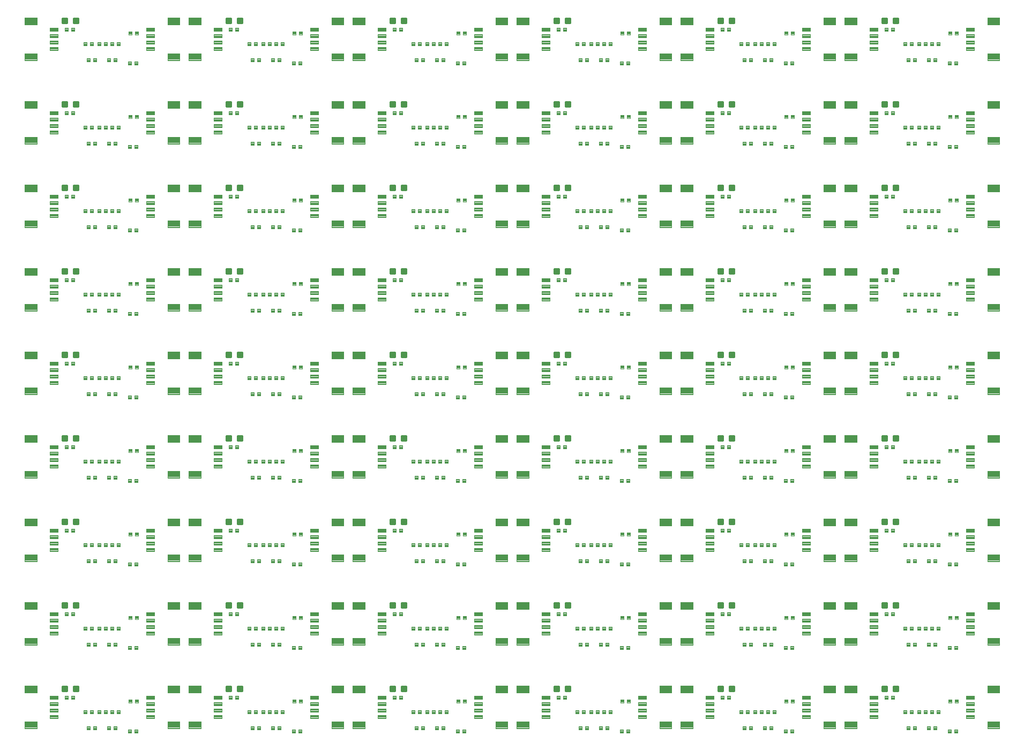
<source format=gtp>
G04 EAGLE Gerber RS-274X export*
G75*
%MOMM*%
%FSLAX34Y34*%
%LPD*%
%INSolderpaste Top*%
%IPPOS*%
%AMOC8*
5,1,8,0,0,1.08239X$1,22.5*%
G01*
%ADD10C,0.096000*%
%ADD11C,0.102000*%
%ADD12C,0.300000*%


D10*
X249470Y66420D02*
X249470Y55380D01*
X230430Y55380D01*
X230430Y66420D01*
X249470Y66420D01*
X249470Y56292D02*
X230430Y56292D01*
X230430Y57204D02*
X249470Y57204D01*
X249470Y58116D02*
X230430Y58116D01*
X230430Y59028D02*
X249470Y59028D01*
X249470Y59940D02*
X230430Y59940D01*
X230430Y60852D02*
X249470Y60852D01*
X249470Y61764D02*
X230430Y61764D01*
X230430Y62676D02*
X249470Y62676D01*
X249470Y63588D02*
X230430Y63588D01*
X230430Y64500D02*
X249470Y64500D01*
X249470Y65412D02*
X230430Y65412D01*
X230430Y66324D02*
X249470Y66324D01*
X249470Y111380D02*
X249470Y122420D01*
X249470Y111380D02*
X230430Y111380D01*
X230430Y122420D01*
X249470Y122420D01*
X249470Y112292D02*
X230430Y112292D01*
X230430Y113204D02*
X249470Y113204D01*
X249470Y114116D02*
X230430Y114116D01*
X230430Y115028D02*
X249470Y115028D01*
X249470Y115940D02*
X230430Y115940D01*
X230430Y116852D02*
X249470Y116852D01*
X249470Y117764D02*
X230430Y117764D01*
X230430Y118676D02*
X249470Y118676D01*
X249470Y119588D02*
X230430Y119588D01*
X230430Y120500D02*
X249470Y120500D01*
X249470Y121412D02*
X230430Y121412D01*
X230430Y122324D02*
X249470Y122324D01*
D11*
X209440Y76390D02*
X209440Y71410D01*
X196960Y71410D01*
X196960Y76390D01*
X209440Y76390D01*
X209440Y72379D02*
X196960Y72379D01*
X196960Y73348D02*
X209440Y73348D01*
X209440Y74317D02*
X196960Y74317D01*
X196960Y75286D02*
X209440Y75286D01*
X209440Y76255D02*
X196960Y76255D01*
X209440Y81410D02*
X209440Y86390D01*
X209440Y81410D02*
X196960Y81410D01*
X196960Y86390D01*
X209440Y86390D01*
X209440Y82379D02*
X196960Y82379D01*
X196960Y83348D02*
X209440Y83348D01*
X209440Y84317D02*
X196960Y84317D01*
X196960Y85286D02*
X209440Y85286D01*
X209440Y86255D02*
X196960Y86255D01*
X209440Y91410D02*
X209440Y96390D01*
X209440Y91410D02*
X196960Y91410D01*
X196960Y96390D01*
X209440Y96390D01*
X209440Y92379D02*
X196960Y92379D01*
X196960Y93348D02*
X209440Y93348D01*
X209440Y94317D02*
X196960Y94317D01*
X196960Y95286D02*
X209440Y95286D01*
X209440Y96255D02*
X196960Y96255D01*
X209440Y101410D02*
X209440Y106390D01*
X209440Y101410D02*
X196960Y101410D01*
X196960Y106390D01*
X209440Y106390D01*
X209440Y102379D02*
X196960Y102379D01*
X196960Y103348D02*
X209440Y103348D01*
X209440Y104317D02*
X196960Y104317D01*
X196960Y105286D02*
X209440Y105286D01*
X209440Y106255D02*
X196960Y106255D01*
D10*
X4530Y111380D02*
X4530Y122420D01*
X23570Y122420D01*
X23570Y111380D01*
X4530Y111380D01*
X4530Y112292D02*
X23570Y112292D01*
X23570Y113204D02*
X4530Y113204D01*
X4530Y114116D02*
X23570Y114116D01*
X23570Y115028D02*
X4530Y115028D01*
X4530Y115940D02*
X23570Y115940D01*
X23570Y116852D02*
X4530Y116852D01*
X4530Y117764D02*
X23570Y117764D01*
X23570Y118676D02*
X4530Y118676D01*
X4530Y119588D02*
X23570Y119588D01*
X23570Y120500D02*
X4530Y120500D01*
X4530Y121412D02*
X23570Y121412D01*
X23570Y122324D02*
X4530Y122324D01*
X4530Y66420D02*
X4530Y55380D01*
X4530Y66420D02*
X23570Y66420D01*
X23570Y55380D01*
X4530Y55380D01*
X4530Y56292D02*
X23570Y56292D01*
X23570Y57204D02*
X4530Y57204D01*
X4530Y58116D02*
X23570Y58116D01*
X23570Y59028D02*
X4530Y59028D01*
X4530Y59940D02*
X23570Y59940D01*
X23570Y60852D02*
X4530Y60852D01*
X4530Y61764D02*
X23570Y61764D01*
X23570Y62676D02*
X4530Y62676D01*
X4530Y63588D02*
X23570Y63588D01*
X23570Y64500D02*
X4530Y64500D01*
X4530Y65412D02*
X23570Y65412D01*
X23570Y66324D02*
X4530Y66324D01*
D11*
X44560Y101410D02*
X44560Y106390D01*
X57040Y106390D01*
X57040Y101410D01*
X44560Y101410D01*
X44560Y102379D02*
X57040Y102379D01*
X57040Y103348D02*
X44560Y103348D01*
X44560Y104317D02*
X57040Y104317D01*
X57040Y105286D02*
X44560Y105286D01*
X44560Y106255D02*
X57040Y106255D01*
X44560Y96390D02*
X44560Y91410D01*
X44560Y96390D02*
X57040Y96390D01*
X57040Y91410D01*
X44560Y91410D01*
X44560Y92379D02*
X57040Y92379D01*
X57040Y93348D02*
X44560Y93348D01*
X44560Y94317D02*
X57040Y94317D01*
X57040Y95286D02*
X44560Y95286D01*
X44560Y96255D02*
X57040Y96255D01*
X44560Y86390D02*
X44560Y81410D01*
X44560Y86390D02*
X57040Y86390D01*
X57040Y81410D01*
X44560Y81410D01*
X44560Y82379D02*
X57040Y82379D01*
X57040Y83348D02*
X44560Y83348D01*
X44560Y84317D02*
X57040Y84317D01*
X57040Y85286D02*
X44560Y85286D01*
X44560Y86255D02*
X57040Y86255D01*
X44560Y76390D02*
X44560Y71410D01*
X44560Y76390D02*
X57040Y76390D01*
X57040Y71410D01*
X44560Y71410D01*
X44560Y72379D02*
X57040Y72379D01*
X57040Y73348D02*
X44560Y73348D01*
X44560Y74317D02*
X57040Y74317D01*
X57040Y75286D02*
X44560Y75286D01*
X44560Y76255D02*
X57040Y76255D01*
X167770Y48310D02*
X172750Y48310D01*
X167770Y48310D02*
X167770Y53290D01*
X172750Y53290D01*
X172750Y48310D01*
X172750Y49279D02*
X167770Y49279D01*
X167770Y50248D02*
X172750Y50248D01*
X172750Y51217D02*
X167770Y51217D01*
X167770Y52186D02*
X172750Y52186D01*
X172750Y53155D02*
X167770Y53155D01*
X177770Y48310D02*
X182750Y48310D01*
X177770Y48310D02*
X177770Y53290D01*
X182750Y53290D01*
X182750Y48310D01*
X182750Y49279D02*
X177770Y49279D01*
X177770Y50248D02*
X182750Y50248D01*
X182750Y51217D02*
X177770Y51217D01*
X177770Y52186D02*
X182750Y52186D01*
X182750Y53155D02*
X177770Y53155D01*
X179040Y101042D02*
X184020Y101042D01*
X184020Y96062D01*
X179040Y96062D01*
X179040Y101042D01*
X179040Y97031D02*
X184020Y97031D01*
X184020Y98000D02*
X179040Y98000D01*
X179040Y98969D02*
X184020Y98969D01*
X184020Y99938D02*
X179040Y99938D01*
X179040Y100907D02*
X184020Y100907D01*
X174020Y101042D02*
X169040Y101042D01*
X174020Y101042D02*
X174020Y96062D01*
X169040Y96062D01*
X169040Y101042D01*
X169040Y97031D02*
X174020Y97031D01*
X174020Y98000D02*
X169040Y98000D01*
X169040Y98969D02*
X174020Y98969D01*
X174020Y99938D02*
X169040Y99938D01*
X169040Y100907D02*
X174020Y100907D01*
X83182Y106630D02*
X78202Y106630D01*
X83182Y106630D02*
X83182Y101650D01*
X78202Y101650D01*
X78202Y106630D01*
X78202Y102619D02*
X83182Y102619D01*
X83182Y103588D02*
X78202Y103588D01*
X78202Y104557D02*
X83182Y104557D01*
X83182Y105526D02*
X78202Y105526D01*
X78202Y106495D02*
X83182Y106495D01*
X73182Y106630D02*
X68202Y106630D01*
X73182Y106630D02*
X73182Y101650D01*
X68202Y101650D01*
X68202Y106630D01*
X68202Y102619D02*
X73182Y102619D01*
X73182Y103588D02*
X68202Y103588D01*
X68202Y104557D02*
X73182Y104557D01*
X73182Y105526D02*
X68202Y105526D01*
X68202Y106495D02*
X73182Y106495D01*
D12*
X71692Y114356D02*
X71692Y121356D01*
X71692Y114356D02*
X64692Y114356D01*
X64692Y121356D01*
X71692Y121356D01*
X71692Y117206D02*
X64692Y117206D01*
X64692Y120056D02*
X71692Y120056D01*
X89232Y121356D02*
X89232Y114356D01*
X82232Y114356D01*
X82232Y121356D01*
X89232Y121356D01*
X89232Y117206D02*
X82232Y117206D01*
X82232Y120056D02*
X89232Y120056D01*
D11*
X144750Y58370D02*
X149730Y58370D01*
X149730Y53390D01*
X144750Y53390D01*
X144750Y58370D01*
X144750Y54359D02*
X149730Y54359D01*
X149730Y55328D02*
X144750Y55328D01*
X144750Y56297D02*
X149730Y56297D01*
X149730Y57266D02*
X144750Y57266D01*
X144750Y58235D02*
X149730Y58235D01*
X139730Y58370D02*
X134750Y58370D01*
X139730Y58370D02*
X139730Y53390D01*
X134750Y53390D01*
X134750Y58370D01*
X134750Y54359D02*
X139730Y54359D01*
X139730Y55328D02*
X134750Y55328D01*
X134750Y56297D02*
X139730Y56297D01*
X139730Y57266D02*
X134750Y57266D01*
X134750Y58235D02*
X139730Y58235D01*
X149830Y83770D02*
X154810Y83770D01*
X154810Y78790D01*
X149830Y78790D01*
X149830Y83770D01*
X149830Y79759D02*
X154810Y79759D01*
X154810Y80728D02*
X149830Y80728D01*
X149830Y81697D02*
X154810Y81697D01*
X154810Y82666D02*
X149830Y82666D01*
X149830Y83635D02*
X154810Y83635D01*
X144810Y83770D02*
X139830Y83770D01*
X144810Y83770D02*
X144810Y78790D01*
X139830Y78790D01*
X139830Y83770D01*
X139830Y79759D02*
X144810Y79759D01*
X144810Y80728D02*
X139830Y80728D01*
X139830Y81697D02*
X144810Y81697D01*
X144810Y82666D02*
X139830Y82666D01*
X139830Y83635D02*
X144810Y83635D01*
X102900Y78790D02*
X97920Y78790D01*
X97920Y83770D01*
X102900Y83770D01*
X102900Y78790D01*
X102900Y79759D02*
X97920Y79759D01*
X97920Y80728D02*
X102900Y80728D01*
X102900Y81697D02*
X97920Y81697D01*
X97920Y82666D02*
X102900Y82666D01*
X102900Y83635D02*
X97920Y83635D01*
X107920Y78790D02*
X112900Y78790D01*
X107920Y78790D02*
X107920Y83770D01*
X112900Y83770D01*
X112900Y78790D01*
X112900Y79759D02*
X107920Y79759D01*
X107920Y80728D02*
X112900Y80728D01*
X112900Y81697D02*
X107920Y81697D01*
X107920Y82666D02*
X112900Y82666D01*
X112900Y83635D02*
X107920Y83635D01*
X113000Y58370D02*
X117980Y58370D01*
X117980Y53390D01*
X113000Y53390D01*
X113000Y58370D01*
X113000Y54359D02*
X117980Y54359D01*
X117980Y55328D02*
X113000Y55328D01*
X113000Y56297D02*
X117980Y56297D01*
X117980Y57266D02*
X113000Y57266D01*
X113000Y58235D02*
X117980Y58235D01*
X107980Y58370D02*
X103000Y58370D01*
X107980Y58370D02*
X107980Y53390D01*
X103000Y53390D01*
X103000Y58370D01*
X103000Y54359D02*
X107980Y54359D01*
X107980Y55328D02*
X103000Y55328D01*
X103000Y56297D02*
X107980Y56297D01*
X107980Y57266D02*
X103000Y57266D01*
X103000Y58235D02*
X107980Y58235D01*
X119510Y78790D02*
X124490Y78790D01*
X119510Y78790D02*
X119510Y83770D01*
X124490Y83770D01*
X124490Y78790D01*
X124490Y79759D02*
X119510Y79759D01*
X119510Y80728D02*
X124490Y80728D01*
X124490Y81697D02*
X119510Y81697D01*
X119510Y82666D02*
X124490Y82666D01*
X124490Y83635D02*
X119510Y83635D01*
X129510Y78790D02*
X134490Y78790D01*
X129510Y78790D02*
X129510Y83770D01*
X134490Y83770D01*
X134490Y78790D01*
X134490Y79759D02*
X129510Y79759D01*
X129510Y80728D02*
X134490Y80728D01*
X134490Y81697D02*
X129510Y81697D01*
X129510Y82666D02*
X134490Y82666D01*
X134490Y83635D02*
X129510Y83635D01*
D10*
X508550Y66420D02*
X508550Y55380D01*
X489510Y55380D01*
X489510Y66420D01*
X508550Y66420D01*
X508550Y56292D02*
X489510Y56292D01*
X489510Y57204D02*
X508550Y57204D01*
X508550Y58116D02*
X489510Y58116D01*
X489510Y59028D02*
X508550Y59028D01*
X508550Y59940D02*
X489510Y59940D01*
X489510Y60852D02*
X508550Y60852D01*
X508550Y61764D02*
X489510Y61764D01*
X489510Y62676D02*
X508550Y62676D01*
X508550Y63588D02*
X489510Y63588D01*
X489510Y64500D02*
X508550Y64500D01*
X508550Y65412D02*
X489510Y65412D01*
X489510Y66324D02*
X508550Y66324D01*
X508550Y111380D02*
X508550Y122420D01*
X508550Y111380D02*
X489510Y111380D01*
X489510Y122420D01*
X508550Y122420D01*
X508550Y112292D02*
X489510Y112292D01*
X489510Y113204D02*
X508550Y113204D01*
X508550Y114116D02*
X489510Y114116D01*
X489510Y115028D02*
X508550Y115028D01*
X508550Y115940D02*
X489510Y115940D01*
X489510Y116852D02*
X508550Y116852D01*
X508550Y117764D02*
X489510Y117764D01*
X489510Y118676D02*
X508550Y118676D01*
X508550Y119588D02*
X489510Y119588D01*
X489510Y120500D02*
X508550Y120500D01*
X508550Y121412D02*
X489510Y121412D01*
X489510Y122324D02*
X508550Y122324D01*
D11*
X468520Y76390D02*
X468520Y71410D01*
X456040Y71410D01*
X456040Y76390D01*
X468520Y76390D01*
X468520Y72379D02*
X456040Y72379D01*
X456040Y73348D02*
X468520Y73348D01*
X468520Y74317D02*
X456040Y74317D01*
X456040Y75286D02*
X468520Y75286D01*
X468520Y76255D02*
X456040Y76255D01*
X468520Y81410D02*
X468520Y86390D01*
X468520Y81410D02*
X456040Y81410D01*
X456040Y86390D01*
X468520Y86390D01*
X468520Y82379D02*
X456040Y82379D01*
X456040Y83348D02*
X468520Y83348D01*
X468520Y84317D02*
X456040Y84317D01*
X456040Y85286D02*
X468520Y85286D01*
X468520Y86255D02*
X456040Y86255D01*
X468520Y91410D02*
X468520Y96390D01*
X468520Y91410D02*
X456040Y91410D01*
X456040Y96390D01*
X468520Y96390D01*
X468520Y92379D02*
X456040Y92379D01*
X456040Y93348D02*
X468520Y93348D01*
X468520Y94317D02*
X456040Y94317D01*
X456040Y95286D02*
X468520Y95286D01*
X468520Y96255D02*
X456040Y96255D01*
X468520Y101410D02*
X468520Y106390D01*
X468520Y101410D02*
X456040Y101410D01*
X456040Y106390D01*
X468520Y106390D01*
X468520Y102379D02*
X456040Y102379D01*
X456040Y103348D02*
X468520Y103348D01*
X468520Y104317D02*
X456040Y104317D01*
X456040Y105286D02*
X468520Y105286D01*
X468520Y106255D02*
X456040Y106255D01*
D10*
X263610Y111380D02*
X263610Y122420D01*
X282650Y122420D01*
X282650Y111380D01*
X263610Y111380D01*
X263610Y112292D02*
X282650Y112292D01*
X282650Y113204D02*
X263610Y113204D01*
X263610Y114116D02*
X282650Y114116D01*
X282650Y115028D02*
X263610Y115028D01*
X263610Y115940D02*
X282650Y115940D01*
X282650Y116852D02*
X263610Y116852D01*
X263610Y117764D02*
X282650Y117764D01*
X282650Y118676D02*
X263610Y118676D01*
X263610Y119588D02*
X282650Y119588D01*
X282650Y120500D02*
X263610Y120500D01*
X263610Y121412D02*
X282650Y121412D01*
X282650Y122324D02*
X263610Y122324D01*
X263610Y66420D02*
X263610Y55380D01*
X263610Y66420D02*
X282650Y66420D01*
X282650Y55380D01*
X263610Y55380D01*
X263610Y56292D02*
X282650Y56292D01*
X282650Y57204D02*
X263610Y57204D01*
X263610Y58116D02*
X282650Y58116D01*
X282650Y59028D02*
X263610Y59028D01*
X263610Y59940D02*
X282650Y59940D01*
X282650Y60852D02*
X263610Y60852D01*
X263610Y61764D02*
X282650Y61764D01*
X282650Y62676D02*
X263610Y62676D01*
X263610Y63588D02*
X282650Y63588D01*
X282650Y64500D02*
X263610Y64500D01*
X263610Y65412D02*
X282650Y65412D01*
X282650Y66324D02*
X263610Y66324D01*
D11*
X303640Y101410D02*
X303640Y106390D01*
X316120Y106390D01*
X316120Y101410D01*
X303640Y101410D01*
X303640Y102379D02*
X316120Y102379D01*
X316120Y103348D02*
X303640Y103348D01*
X303640Y104317D02*
X316120Y104317D01*
X316120Y105286D02*
X303640Y105286D01*
X303640Y106255D02*
X316120Y106255D01*
X303640Y96390D02*
X303640Y91410D01*
X303640Y96390D02*
X316120Y96390D01*
X316120Y91410D01*
X303640Y91410D01*
X303640Y92379D02*
X316120Y92379D01*
X316120Y93348D02*
X303640Y93348D01*
X303640Y94317D02*
X316120Y94317D01*
X316120Y95286D02*
X303640Y95286D01*
X303640Y96255D02*
X316120Y96255D01*
X303640Y86390D02*
X303640Y81410D01*
X303640Y86390D02*
X316120Y86390D01*
X316120Y81410D01*
X303640Y81410D01*
X303640Y82379D02*
X316120Y82379D01*
X316120Y83348D02*
X303640Y83348D01*
X303640Y84317D02*
X316120Y84317D01*
X316120Y85286D02*
X303640Y85286D01*
X303640Y86255D02*
X316120Y86255D01*
X303640Y76390D02*
X303640Y71410D01*
X303640Y76390D02*
X316120Y76390D01*
X316120Y71410D01*
X303640Y71410D01*
X303640Y72379D02*
X316120Y72379D01*
X316120Y73348D02*
X303640Y73348D01*
X303640Y74317D02*
X316120Y74317D01*
X316120Y75286D02*
X303640Y75286D01*
X303640Y76255D02*
X316120Y76255D01*
X426850Y48310D02*
X431830Y48310D01*
X426850Y48310D02*
X426850Y53290D01*
X431830Y53290D01*
X431830Y48310D01*
X431830Y49279D02*
X426850Y49279D01*
X426850Y50248D02*
X431830Y50248D01*
X431830Y51217D02*
X426850Y51217D01*
X426850Y52186D02*
X431830Y52186D01*
X431830Y53155D02*
X426850Y53155D01*
X436850Y48310D02*
X441830Y48310D01*
X436850Y48310D02*
X436850Y53290D01*
X441830Y53290D01*
X441830Y48310D01*
X441830Y49279D02*
X436850Y49279D01*
X436850Y50248D02*
X441830Y50248D01*
X441830Y51217D02*
X436850Y51217D01*
X436850Y52186D02*
X441830Y52186D01*
X441830Y53155D02*
X436850Y53155D01*
X438120Y101042D02*
X443100Y101042D01*
X443100Y96062D01*
X438120Y96062D01*
X438120Y101042D01*
X438120Y97031D02*
X443100Y97031D01*
X443100Y98000D02*
X438120Y98000D01*
X438120Y98969D02*
X443100Y98969D01*
X443100Y99938D02*
X438120Y99938D01*
X438120Y100907D02*
X443100Y100907D01*
X433100Y101042D02*
X428120Y101042D01*
X433100Y101042D02*
X433100Y96062D01*
X428120Y96062D01*
X428120Y101042D01*
X428120Y97031D02*
X433100Y97031D01*
X433100Y98000D02*
X428120Y98000D01*
X428120Y98969D02*
X433100Y98969D01*
X433100Y99938D02*
X428120Y99938D01*
X428120Y100907D02*
X433100Y100907D01*
X342262Y106630D02*
X337282Y106630D01*
X342262Y106630D02*
X342262Y101650D01*
X337282Y101650D01*
X337282Y106630D01*
X337282Y102619D02*
X342262Y102619D01*
X342262Y103588D02*
X337282Y103588D01*
X337282Y104557D02*
X342262Y104557D01*
X342262Y105526D02*
X337282Y105526D01*
X337282Y106495D02*
X342262Y106495D01*
X332262Y106630D02*
X327282Y106630D01*
X332262Y106630D02*
X332262Y101650D01*
X327282Y101650D01*
X327282Y106630D01*
X327282Y102619D02*
X332262Y102619D01*
X332262Y103588D02*
X327282Y103588D01*
X327282Y104557D02*
X332262Y104557D01*
X332262Y105526D02*
X327282Y105526D01*
X327282Y106495D02*
X332262Y106495D01*
D12*
X330772Y114356D02*
X330772Y121356D01*
X330772Y114356D02*
X323772Y114356D01*
X323772Y121356D01*
X330772Y121356D01*
X330772Y117206D02*
X323772Y117206D01*
X323772Y120056D02*
X330772Y120056D01*
X348312Y121356D02*
X348312Y114356D01*
X341312Y114356D01*
X341312Y121356D01*
X348312Y121356D01*
X348312Y117206D02*
X341312Y117206D01*
X341312Y120056D02*
X348312Y120056D01*
D11*
X403830Y58370D02*
X408810Y58370D01*
X408810Y53390D01*
X403830Y53390D01*
X403830Y58370D01*
X403830Y54359D02*
X408810Y54359D01*
X408810Y55328D02*
X403830Y55328D01*
X403830Y56297D02*
X408810Y56297D01*
X408810Y57266D02*
X403830Y57266D01*
X403830Y58235D02*
X408810Y58235D01*
X398810Y58370D02*
X393830Y58370D01*
X398810Y58370D02*
X398810Y53390D01*
X393830Y53390D01*
X393830Y58370D01*
X393830Y54359D02*
X398810Y54359D01*
X398810Y55328D02*
X393830Y55328D01*
X393830Y56297D02*
X398810Y56297D01*
X398810Y57266D02*
X393830Y57266D01*
X393830Y58235D02*
X398810Y58235D01*
X408910Y83770D02*
X413890Y83770D01*
X413890Y78790D01*
X408910Y78790D01*
X408910Y83770D01*
X408910Y79759D02*
X413890Y79759D01*
X413890Y80728D02*
X408910Y80728D01*
X408910Y81697D02*
X413890Y81697D01*
X413890Y82666D02*
X408910Y82666D01*
X408910Y83635D02*
X413890Y83635D01*
X403890Y83770D02*
X398910Y83770D01*
X403890Y83770D02*
X403890Y78790D01*
X398910Y78790D01*
X398910Y83770D01*
X398910Y79759D02*
X403890Y79759D01*
X403890Y80728D02*
X398910Y80728D01*
X398910Y81697D02*
X403890Y81697D01*
X403890Y82666D02*
X398910Y82666D01*
X398910Y83635D02*
X403890Y83635D01*
X361980Y78790D02*
X357000Y78790D01*
X357000Y83770D01*
X361980Y83770D01*
X361980Y78790D01*
X361980Y79759D02*
X357000Y79759D01*
X357000Y80728D02*
X361980Y80728D01*
X361980Y81697D02*
X357000Y81697D01*
X357000Y82666D02*
X361980Y82666D01*
X361980Y83635D02*
X357000Y83635D01*
X367000Y78790D02*
X371980Y78790D01*
X367000Y78790D02*
X367000Y83770D01*
X371980Y83770D01*
X371980Y78790D01*
X371980Y79759D02*
X367000Y79759D01*
X367000Y80728D02*
X371980Y80728D01*
X371980Y81697D02*
X367000Y81697D01*
X367000Y82666D02*
X371980Y82666D01*
X371980Y83635D02*
X367000Y83635D01*
X372080Y58370D02*
X377060Y58370D01*
X377060Y53390D01*
X372080Y53390D01*
X372080Y58370D01*
X372080Y54359D02*
X377060Y54359D01*
X377060Y55328D02*
X372080Y55328D01*
X372080Y56297D02*
X377060Y56297D01*
X377060Y57266D02*
X372080Y57266D01*
X372080Y58235D02*
X377060Y58235D01*
X367060Y58370D02*
X362080Y58370D01*
X367060Y58370D02*
X367060Y53390D01*
X362080Y53390D01*
X362080Y58370D01*
X362080Y54359D02*
X367060Y54359D01*
X367060Y55328D02*
X362080Y55328D01*
X362080Y56297D02*
X367060Y56297D01*
X367060Y57266D02*
X362080Y57266D01*
X362080Y58235D02*
X367060Y58235D01*
X378590Y78790D02*
X383570Y78790D01*
X378590Y78790D02*
X378590Y83770D01*
X383570Y83770D01*
X383570Y78790D01*
X383570Y79759D02*
X378590Y79759D01*
X378590Y80728D02*
X383570Y80728D01*
X383570Y81697D02*
X378590Y81697D01*
X378590Y82666D02*
X383570Y82666D01*
X383570Y83635D02*
X378590Y83635D01*
X388590Y78790D02*
X393570Y78790D01*
X388590Y78790D02*
X388590Y83770D01*
X393570Y83770D01*
X393570Y78790D01*
X393570Y79759D02*
X388590Y79759D01*
X388590Y80728D02*
X393570Y80728D01*
X393570Y81697D02*
X388590Y81697D01*
X388590Y82666D02*
X393570Y82666D01*
X393570Y83635D02*
X388590Y83635D01*
D10*
X767630Y66420D02*
X767630Y55380D01*
X748590Y55380D01*
X748590Y66420D01*
X767630Y66420D01*
X767630Y56292D02*
X748590Y56292D01*
X748590Y57204D02*
X767630Y57204D01*
X767630Y58116D02*
X748590Y58116D01*
X748590Y59028D02*
X767630Y59028D01*
X767630Y59940D02*
X748590Y59940D01*
X748590Y60852D02*
X767630Y60852D01*
X767630Y61764D02*
X748590Y61764D01*
X748590Y62676D02*
X767630Y62676D01*
X767630Y63588D02*
X748590Y63588D01*
X748590Y64500D02*
X767630Y64500D01*
X767630Y65412D02*
X748590Y65412D01*
X748590Y66324D02*
X767630Y66324D01*
X767630Y111380D02*
X767630Y122420D01*
X767630Y111380D02*
X748590Y111380D01*
X748590Y122420D01*
X767630Y122420D01*
X767630Y112292D02*
X748590Y112292D01*
X748590Y113204D02*
X767630Y113204D01*
X767630Y114116D02*
X748590Y114116D01*
X748590Y115028D02*
X767630Y115028D01*
X767630Y115940D02*
X748590Y115940D01*
X748590Y116852D02*
X767630Y116852D01*
X767630Y117764D02*
X748590Y117764D01*
X748590Y118676D02*
X767630Y118676D01*
X767630Y119588D02*
X748590Y119588D01*
X748590Y120500D02*
X767630Y120500D01*
X767630Y121412D02*
X748590Y121412D01*
X748590Y122324D02*
X767630Y122324D01*
D11*
X727600Y76390D02*
X727600Y71410D01*
X715120Y71410D01*
X715120Y76390D01*
X727600Y76390D01*
X727600Y72379D02*
X715120Y72379D01*
X715120Y73348D02*
X727600Y73348D01*
X727600Y74317D02*
X715120Y74317D01*
X715120Y75286D02*
X727600Y75286D01*
X727600Y76255D02*
X715120Y76255D01*
X727600Y81410D02*
X727600Y86390D01*
X727600Y81410D02*
X715120Y81410D01*
X715120Y86390D01*
X727600Y86390D01*
X727600Y82379D02*
X715120Y82379D01*
X715120Y83348D02*
X727600Y83348D01*
X727600Y84317D02*
X715120Y84317D01*
X715120Y85286D02*
X727600Y85286D01*
X727600Y86255D02*
X715120Y86255D01*
X727600Y91410D02*
X727600Y96390D01*
X727600Y91410D02*
X715120Y91410D01*
X715120Y96390D01*
X727600Y96390D01*
X727600Y92379D02*
X715120Y92379D01*
X715120Y93348D02*
X727600Y93348D01*
X727600Y94317D02*
X715120Y94317D01*
X715120Y95286D02*
X727600Y95286D01*
X727600Y96255D02*
X715120Y96255D01*
X727600Y101410D02*
X727600Y106390D01*
X727600Y101410D02*
X715120Y101410D01*
X715120Y106390D01*
X727600Y106390D01*
X727600Y102379D02*
X715120Y102379D01*
X715120Y103348D02*
X727600Y103348D01*
X727600Y104317D02*
X715120Y104317D01*
X715120Y105286D02*
X727600Y105286D01*
X727600Y106255D02*
X715120Y106255D01*
D10*
X522690Y111380D02*
X522690Y122420D01*
X541730Y122420D01*
X541730Y111380D01*
X522690Y111380D01*
X522690Y112292D02*
X541730Y112292D01*
X541730Y113204D02*
X522690Y113204D01*
X522690Y114116D02*
X541730Y114116D01*
X541730Y115028D02*
X522690Y115028D01*
X522690Y115940D02*
X541730Y115940D01*
X541730Y116852D02*
X522690Y116852D01*
X522690Y117764D02*
X541730Y117764D01*
X541730Y118676D02*
X522690Y118676D01*
X522690Y119588D02*
X541730Y119588D01*
X541730Y120500D02*
X522690Y120500D01*
X522690Y121412D02*
X541730Y121412D01*
X541730Y122324D02*
X522690Y122324D01*
X522690Y66420D02*
X522690Y55380D01*
X522690Y66420D02*
X541730Y66420D01*
X541730Y55380D01*
X522690Y55380D01*
X522690Y56292D02*
X541730Y56292D01*
X541730Y57204D02*
X522690Y57204D01*
X522690Y58116D02*
X541730Y58116D01*
X541730Y59028D02*
X522690Y59028D01*
X522690Y59940D02*
X541730Y59940D01*
X541730Y60852D02*
X522690Y60852D01*
X522690Y61764D02*
X541730Y61764D01*
X541730Y62676D02*
X522690Y62676D01*
X522690Y63588D02*
X541730Y63588D01*
X541730Y64500D02*
X522690Y64500D01*
X522690Y65412D02*
X541730Y65412D01*
X541730Y66324D02*
X522690Y66324D01*
D11*
X562720Y101410D02*
X562720Y106390D01*
X575200Y106390D01*
X575200Y101410D01*
X562720Y101410D01*
X562720Y102379D02*
X575200Y102379D01*
X575200Y103348D02*
X562720Y103348D01*
X562720Y104317D02*
X575200Y104317D01*
X575200Y105286D02*
X562720Y105286D01*
X562720Y106255D02*
X575200Y106255D01*
X562720Y96390D02*
X562720Y91410D01*
X562720Y96390D02*
X575200Y96390D01*
X575200Y91410D01*
X562720Y91410D01*
X562720Y92379D02*
X575200Y92379D01*
X575200Y93348D02*
X562720Y93348D01*
X562720Y94317D02*
X575200Y94317D01*
X575200Y95286D02*
X562720Y95286D01*
X562720Y96255D02*
X575200Y96255D01*
X562720Y86390D02*
X562720Y81410D01*
X562720Y86390D02*
X575200Y86390D01*
X575200Y81410D01*
X562720Y81410D01*
X562720Y82379D02*
X575200Y82379D01*
X575200Y83348D02*
X562720Y83348D01*
X562720Y84317D02*
X575200Y84317D01*
X575200Y85286D02*
X562720Y85286D01*
X562720Y86255D02*
X575200Y86255D01*
X562720Y76390D02*
X562720Y71410D01*
X562720Y76390D02*
X575200Y76390D01*
X575200Y71410D01*
X562720Y71410D01*
X562720Y72379D02*
X575200Y72379D01*
X575200Y73348D02*
X562720Y73348D01*
X562720Y74317D02*
X575200Y74317D01*
X575200Y75286D02*
X562720Y75286D01*
X562720Y76255D02*
X575200Y76255D01*
X685930Y48310D02*
X690910Y48310D01*
X685930Y48310D02*
X685930Y53290D01*
X690910Y53290D01*
X690910Y48310D01*
X690910Y49279D02*
X685930Y49279D01*
X685930Y50248D02*
X690910Y50248D01*
X690910Y51217D02*
X685930Y51217D01*
X685930Y52186D02*
X690910Y52186D01*
X690910Y53155D02*
X685930Y53155D01*
X695930Y48310D02*
X700910Y48310D01*
X695930Y48310D02*
X695930Y53290D01*
X700910Y53290D01*
X700910Y48310D01*
X700910Y49279D02*
X695930Y49279D01*
X695930Y50248D02*
X700910Y50248D01*
X700910Y51217D02*
X695930Y51217D01*
X695930Y52186D02*
X700910Y52186D01*
X700910Y53155D02*
X695930Y53155D01*
X697200Y101042D02*
X702180Y101042D01*
X702180Y96062D01*
X697200Y96062D01*
X697200Y101042D01*
X697200Y97031D02*
X702180Y97031D01*
X702180Y98000D02*
X697200Y98000D01*
X697200Y98969D02*
X702180Y98969D01*
X702180Y99938D02*
X697200Y99938D01*
X697200Y100907D02*
X702180Y100907D01*
X692180Y101042D02*
X687200Y101042D01*
X692180Y101042D02*
X692180Y96062D01*
X687200Y96062D01*
X687200Y101042D01*
X687200Y97031D02*
X692180Y97031D01*
X692180Y98000D02*
X687200Y98000D01*
X687200Y98969D02*
X692180Y98969D01*
X692180Y99938D02*
X687200Y99938D01*
X687200Y100907D02*
X692180Y100907D01*
X601342Y106630D02*
X596362Y106630D01*
X601342Y106630D02*
X601342Y101650D01*
X596362Y101650D01*
X596362Y106630D01*
X596362Y102619D02*
X601342Y102619D01*
X601342Y103588D02*
X596362Y103588D01*
X596362Y104557D02*
X601342Y104557D01*
X601342Y105526D02*
X596362Y105526D01*
X596362Y106495D02*
X601342Y106495D01*
X591342Y106630D02*
X586362Y106630D01*
X591342Y106630D02*
X591342Y101650D01*
X586362Y101650D01*
X586362Y106630D01*
X586362Y102619D02*
X591342Y102619D01*
X591342Y103588D02*
X586362Y103588D01*
X586362Y104557D02*
X591342Y104557D01*
X591342Y105526D02*
X586362Y105526D01*
X586362Y106495D02*
X591342Y106495D01*
D12*
X589852Y114356D02*
X589852Y121356D01*
X589852Y114356D02*
X582852Y114356D01*
X582852Y121356D01*
X589852Y121356D01*
X589852Y117206D02*
X582852Y117206D01*
X582852Y120056D02*
X589852Y120056D01*
X607392Y121356D02*
X607392Y114356D01*
X600392Y114356D01*
X600392Y121356D01*
X607392Y121356D01*
X607392Y117206D02*
X600392Y117206D01*
X600392Y120056D02*
X607392Y120056D01*
D11*
X662910Y58370D02*
X667890Y58370D01*
X667890Y53390D01*
X662910Y53390D01*
X662910Y58370D01*
X662910Y54359D02*
X667890Y54359D01*
X667890Y55328D02*
X662910Y55328D01*
X662910Y56297D02*
X667890Y56297D01*
X667890Y57266D02*
X662910Y57266D01*
X662910Y58235D02*
X667890Y58235D01*
X657890Y58370D02*
X652910Y58370D01*
X657890Y58370D02*
X657890Y53390D01*
X652910Y53390D01*
X652910Y58370D01*
X652910Y54359D02*
X657890Y54359D01*
X657890Y55328D02*
X652910Y55328D01*
X652910Y56297D02*
X657890Y56297D01*
X657890Y57266D02*
X652910Y57266D01*
X652910Y58235D02*
X657890Y58235D01*
X667990Y83770D02*
X672970Y83770D01*
X672970Y78790D01*
X667990Y78790D01*
X667990Y83770D01*
X667990Y79759D02*
X672970Y79759D01*
X672970Y80728D02*
X667990Y80728D01*
X667990Y81697D02*
X672970Y81697D01*
X672970Y82666D02*
X667990Y82666D01*
X667990Y83635D02*
X672970Y83635D01*
X662970Y83770D02*
X657990Y83770D01*
X662970Y83770D02*
X662970Y78790D01*
X657990Y78790D01*
X657990Y83770D01*
X657990Y79759D02*
X662970Y79759D01*
X662970Y80728D02*
X657990Y80728D01*
X657990Y81697D02*
X662970Y81697D01*
X662970Y82666D02*
X657990Y82666D01*
X657990Y83635D02*
X662970Y83635D01*
X621060Y78790D02*
X616080Y78790D01*
X616080Y83770D01*
X621060Y83770D01*
X621060Y78790D01*
X621060Y79759D02*
X616080Y79759D01*
X616080Y80728D02*
X621060Y80728D01*
X621060Y81697D02*
X616080Y81697D01*
X616080Y82666D02*
X621060Y82666D01*
X621060Y83635D02*
X616080Y83635D01*
X626080Y78790D02*
X631060Y78790D01*
X626080Y78790D02*
X626080Y83770D01*
X631060Y83770D01*
X631060Y78790D01*
X631060Y79759D02*
X626080Y79759D01*
X626080Y80728D02*
X631060Y80728D01*
X631060Y81697D02*
X626080Y81697D01*
X626080Y82666D02*
X631060Y82666D01*
X631060Y83635D02*
X626080Y83635D01*
X631160Y58370D02*
X636140Y58370D01*
X636140Y53390D01*
X631160Y53390D01*
X631160Y58370D01*
X631160Y54359D02*
X636140Y54359D01*
X636140Y55328D02*
X631160Y55328D01*
X631160Y56297D02*
X636140Y56297D01*
X636140Y57266D02*
X631160Y57266D01*
X631160Y58235D02*
X636140Y58235D01*
X626140Y58370D02*
X621160Y58370D01*
X626140Y58370D02*
X626140Y53390D01*
X621160Y53390D01*
X621160Y58370D01*
X621160Y54359D02*
X626140Y54359D01*
X626140Y55328D02*
X621160Y55328D01*
X621160Y56297D02*
X626140Y56297D01*
X626140Y57266D02*
X621160Y57266D01*
X621160Y58235D02*
X626140Y58235D01*
X637670Y78790D02*
X642650Y78790D01*
X637670Y78790D02*
X637670Y83770D01*
X642650Y83770D01*
X642650Y78790D01*
X642650Y79759D02*
X637670Y79759D01*
X637670Y80728D02*
X642650Y80728D01*
X642650Y81697D02*
X637670Y81697D01*
X637670Y82666D02*
X642650Y82666D01*
X642650Y83635D02*
X637670Y83635D01*
X647670Y78790D02*
X652650Y78790D01*
X647670Y78790D02*
X647670Y83770D01*
X652650Y83770D01*
X652650Y78790D01*
X652650Y79759D02*
X647670Y79759D01*
X647670Y80728D02*
X652650Y80728D01*
X652650Y81697D02*
X647670Y81697D01*
X647670Y82666D02*
X652650Y82666D01*
X652650Y83635D02*
X647670Y83635D01*
D10*
X1026710Y66420D02*
X1026710Y55380D01*
X1007670Y55380D01*
X1007670Y66420D01*
X1026710Y66420D01*
X1026710Y56292D02*
X1007670Y56292D01*
X1007670Y57204D02*
X1026710Y57204D01*
X1026710Y58116D02*
X1007670Y58116D01*
X1007670Y59028D02*
X1026710Y59028D01*
X1026710Y59940D02*
X1007670Y59940D01*
X1007670Y60852D02*
X1026710Y60852D01*
X1026710Y61764D02*
X1007670Y61764D01*
X1007670Y62676D02*
X1026710Y62676D01*
X1026710Y63588D02*
X1007670Y63588D01*
X1007670Y64500D02*
X1026710Y64500D01*
X1026710Y65412D02*
X1007670Y65412D01*
X1007670Y66324D02*
X1026710Y66324D01*
X1026710Y111380D02*
X1026710Y122420D01*
X1026710Y111380D02*
X1007670Y111380D01*
X1007670Y122420D01*
X1026710Y122420D01*
X1026710Y112292D02*
X1007670Y112292D01*
X1007670Y113204D02*
X1026710Y113204D01*
X1026710Y114116D02*
X1007670Y114116D01*
X1007670Y115028D02*
X1026710Y115028D01*
X1026710Y115940D02*
X1007670Y115940D01*
X1007670Y116852D02*
X1026710Y116852D01*
X1026710Y117764D02*
X1007670Y117764D01*
X1007670Y118676D02*
X1026710Y118676D01*
X1026710Y119588D02*
X1007670Y119588D01*
X1007670Y120500D02*
X1026710Y120500D01*
X1026710Y121412D02*
X1007670Y121412D01*
X1007670Y122324D02*
X1026710Y122324D01*
D11*
X986680Y76390D02*
X986680Y71410D01*
X974200Y71410D01*
X974200Y76390D01*
X986680Y76390D01*
X986680Y72379D02*
X974200Y72379D01*
X974200Y73348D02*
X986680Y73348D01*
X986680Y74317D02*
X974200Y74317D01*
X974200Y75286D02*
X986680Y75286D01*
X986680Y76255D02*
X974200Y76255D01*
X986680Y81410D02*
X986680Y86390D01*
X986680Y81410D02*
X974200Y81410D01*
X974200Y86390D01*
X986680Y86390D01*
X986680Y82379D02*
X974200Y82379D01*
X974200Y83348D02*
X986680Y83348D01*
X986680Y84317D02*
X974200Y84317D01*
X974200Y85286D02*
X986680Y85286D01*
X986680Y86255D02*
X974200Y86255D01*
X986680Y91410D02*
X986680Y96390D01*
X986680Y91410D02*
X974200Y91410D01*
X974200Y96390D01*
X986680Y96390D01*
X986680Y92379D02*
X974200Y92379D01*
X974200Y93348D02*
X986680Y93348D01*
X986680Y94317D02*
X974200Y94317D01*
X974200Y95286D02*
X986680Y95286D01*
X986680Y96255D02*
X974200Y96255D01*
X986680Y101410D02*
X986680Y106390D01*
X986680Y101410D02*
X974200Y101410D01*
X974200Y106390D01*
X986680Y106390D01*
X986680Y102379D02*
X974200Y102379D01*
X974200Y103348D02*
X986680Y103348D01*
X986680Y104317D02*
X974200Y104317D01*
X974200Y105286D02*
X986680Y105286D01*
X986680Y106255D02*
X974200Y106255D01*
D10*
X781770Y111380D02*
X781770Y122420D01*
X800810Y122420D01*
X800810Y111380D01*
X781770Y111380D01*
X781770Y112292D02*
X800810Y112292D01*
X800810Y113204D02*
X781770Y113204D01*
X781770Y114116D02*
X800810Y114116D01*
X800810Y115028D02*
X781770Y115028D01*
X781770Y115940D02*
X800810Y115940D01*
X800810Y116852D02*
X781770Y116852D01*
X781770Y117764D02*
X800810Y117764D01*
X800810Y118676D02*
X781770Y118676D01*
X781770Y119588D02*
X800810Y119588D01*
X800810Y120500D02*
X781770Y120500D01*
X781770Y121412D02*
X800810Y121412D01*
X800810Y122324D02*
X781770Y122324D01*
X781770Y66420D02*
X781770Y55380D01*
X781770Y66420D02*
X800810Y66420D01*
X800810Y55380D01*
X781770Y55380D01*
X781770Y56292D02*
X800810Y56292D01*
X800810Y57204D02*
X781770Y57204D01*
X781770Y58116D02*
X800810Y58116D01*
X800810Y59028D02*
X781770Y59028D01*
X781770Y59940D02*
X800810Y59940D01*
X800810Y60852D02*
X781770Y60852D01*
X781770Y61764D02*
X800810Y61764D01*
X800810Y62676D02*
X781770Y62676D01*
X781770Y63588D02*
X800810Y63588D01*
X800810Y64500D02*
X781770Y64500D01*
X781770Y65412D02*
X800810Y65412D01*
X800810Y66324D02*
X781770Y66324D01*
D11*
X821800Y101410D02*
X821800Y106390D01*
X834280Y106390D01*
X834280Y101410D01*
X821800Y101410D01*
X821800Y102379D02*
X834280Y102379D01*
X834280Y103348D02*
X821800Y103348D01*
X821800Y104317D02*
X834280Y104317D01*
X834280Y105286D02*
X821800Y105286D01*
X821800Y106255D02*
X834280Y106255D01*
X821800Y96390D02*
X821800Y91410D01*
X821800Y96390D02*
X834280Y96390D01*
X834280Y91410D01*
X821800Y91410D01*
X821800Y92379D02*
X834280Y92379D01*
X834280Y93348D02*
X821800Y93348D01*
X821800Y94317D02*
X834280Y94317D01*
X834280Y95286D02*
X821800Y95286D01*
X821800Y96255D02*
X834280Y96255D01*
X821800Y86390D02*
X821800Y81410D01*
X821800Y86390D02*
X834280Y86390D01*
X834280Y81410D01*
X821800Y81410D01*
X821800Y82379D02*
X834280Y82379D01*
X834280Y83348D02*
X821800Y83348D01*
X821800Y84317D02*
X834280Y84317D01*
X834280Y85286D02*
X821800Y85286D01*
X821800Y86255D02*
X834280Y86255D01*
X821800Y76390D02*
X821800Y71410D01*
X821800Y76390D02*
X834280Y76390D01*
X834280Y71410D01*
X821800Y71410D01*
X821800Y72379D02*
X834280Y72379D01*
X834280Y73348D02*
X821800Y73348D01*
X821800Y74317D02*
X834280Y74317D01*
X834280Y75286D02*
X821800Y75286D01*
X821800Y76255D02*
X834280Y76255D01*
X945010Y48310D02*
X949990Y48310D01*
X945010Y48310D02*
X945010Y53290D01*
X949990Y53290D01*
X949990Y48310D01*
X949990Y49279D02*
X945010Y49279D01*
X945010Y50248D02*
X949990Y50248D01*
X949990Y51217D02*
X945010Y51217D01*
X945010Y52186D02*
X949990Y52186D01*
X949990Y53155D02*
X945010Y53155D01*
X955010Y48310D02*
X959990Y48310D01*
X955010Y48310D02*
X955010Y53290D01*
X959990Y53290D01*
X959990Y48310D01*
X959990Y49279D02*
X955010Y49279D01*
X955010Y50248D02*
X959990Y50248D01*
X959990Y51217D02*
X955010Y51217D01*
X955010Y52186D02*
X959990Y52186D01*
X959990Y53155D02*
X955010Y53155D01*
X956280Y101042D02*
X961260Y101042D01*
X961260Y96062D01*
X956280Y96062D01*
X956280Y101042D01*
X956280Y97031D02*
X961260Y97031D01*
X961260Y98000D02*
X956280Y98000D01*
X956280Y98969D02*
X961260Y98969D01*
X961260Y99938D02*
X956280Y99938D01*
X956280Y100907D02*
X961260Y100907D01*
X951260Y101042D02*
X946280Y101042D01*
X951260Y101042D02*
X951260Y96062D01*
X946280Y96062D01*
X946280Y101042D01*
X946280Y97031D02*
X951260Y97031D01*
X951260Y98000D02*
X946280Y98000D01*
X946280Y98969D02*
X951260Y98969D01*
X951260Y99938D02*
X946280Y99938D01*
X946280Y100907D02*
X951260Y100907D01*
X860422Y106630D02*
X855442Y106630D01*
X860422Y106630D02*
X860422Y101650D01*
X855442Y101650D01*
X855442Y106630D01*
X855442Y102619D02*
X860422Y102619D01*
X860422Y103588D02*
X855442Y103588D01*
X855442Y104557D02*
X860422Y104557D01*
X860422Y105526D02*
X855442Y105526D01*
X855442Y106495D02*
X860422Y106495D01*
X850422Y106630D02*
X845442Y106630D01*
X850422Y106630D02*
X850422Y101650D01*
X845442Y101650D01*
X845442Y106630D01*
X845442Y102619D02*
X850422Y102619D01*
X850422Y103588D02*
X845442Y103588D01*
X845442Y104557D02*
X850422Y104557D01*
X850422Y105526D02*
X845442Y105526D01*
X845442Y106495D02*
X850422Y106495D01*
D12*
X848932Y114356D02*
X848932Y121356D01*
X848932Y114356D02*
X841932Y114356D01*
X841932Y121356D01*
X848932Y121356D01*
X848932Y117206D02*
X841932Y117206D01*
X841932Y120056D02*
X848932Y120056D01*
X866472Y121356D02*
X866472Y114356D01*
X859472Y114356D01*
X859472Y121356D01*
X866472Y121356D01*
X866472Y117206D02*
X859472Y117206D01*
X859472Y120056D02*
X866472Y120056D01*
D11*
X921990Y58370D02*
X926970Y58370D01*
X926970Y53390D01*
X921990Y53390D01*
X921990Y58370D01*
X921990Y54359D02*
X926970Y54359D01*
X926970Y55328D02*
X921990Y55328D01*
X921990Y56297D02*
X926970Y56297D01*
X926970Y57266D02*
X921990Y57266D01*
X921990Y58235D02*
X926970Y58235D01*
X916970Y58370D02*
X911990Y58370D01*
X916970Y58370D02*
X916970Y53390D01*
X911990Y53390D01*
X911990Y58370D01*
X911990Y54359D02*
X916970Y54359D01*
X916970Y55328D02*
X911990Y55328D01*
X911990Y56297D02*
X916970Y56297D01*
X916970Y57266D02*
X911990Y57266D01*
X911990Y58235D02*
X916970Y58235D01*
X927070Y83770D02*
X932050Y83770D01*
X932050Y78790D01*
X927070Y78790D01*
X927070Y83770D01*
X927070Y79759D02*
X932050Y79759D01*
X932050Y80728D02*
X927070Y80728D01*
X927070Y81697D02*
X932050Y81697D01*
X932050Y82666D02*
X927070Y82666D01*
X927070Y83635D02*
X932050Y83635D01*
X922050Y83770D02*
X917070Y83770D01*
X922050Y83770D02*
X922050Y78790D01*
X917070Y78790D01*
X917070Y83770D01*
X917070Y79759D02*
X922050Y79759D01*
X922050Y80728D02*
X917070Y80728D01*
X917070Y81697D02*
X922050Y81697D01*
X922050Y82666D02*
X917070Y82666D01*
X917070Y83635D02*
X922050Y83635D01*
X880140Y78790D02*
X875160Y78790D01*
X875160Y83770D01*
X880140Y83770D01*
X880140Y78790D01*
X880140Y79759D02*
X875160Y79759D01*
X875160Y80728D02*
X880140Y80728D01*
X880140Y81697D02*
X875160Y81697D01*
X875160Y82666D02*
X880140Y82666D01*
X880140Y83635D02*
X875160Y83635D01*
X885160Y78790D02*
X890140Y78790D01*
X885160Y78790D02*
X885160Y83770D01*
X890140Y83770D01*
X890140Y78790D01*
X890140Y79759D02*
X885160Y79759D01*
X885160Y80728D02*
X890140Y80728D01*
X890140Y81697D02*
X885160Y81697D01*
X885160Y82666D02*
X890140Y82666D01*
X890140Y83635D02*
X885160Y83635D01*
X890240Y58370D02*
X895220Y58370D01*
X895220Y53390D01*
X890240Y53390D01*
X890240Y58370D01*
X890240Y54359D02*
X895220Y54359D01*
X895220Y55328D02*
X890240Y55328D01*
X890240Y56297D02*
X895220Y56297D01*
X895220Y57266D02*
X890240Y57266D01*
X890240Y58235D02*
X895220Y58235D01*
X885220Y58370D02*
X880240Y58370D01*
X885220Y58370D02*
X885220Y53390D01*
X880240Y53390D01*
X880240Y58370D01*
X880240Y54359D02*
X885220Y54359D01*
X885220Y55328D02*
X880240Y55328D01*
X880240Y56297D02*
X885220Y56297D01*
X885220Y57266D02*
X880240Y57266D01*
X880240Y58235D02*
X885220Y58235D01*
X896750Y78790D02*
X901730Y78790D01*
X896750Y78790D02*
X896750Y83770D01*
X901730Y83770D01*
X901730Y78790D01*
X901730Y79759D02*
X896750Y79759D01*
X896750Y80728D02*
X901730Y80728D01*
X901730Y81697D02*
X896750Y81697D01*
X896750Y82666D02*
X901730Y82666D01*
X901730Y83635D02*
X896750Y83635D01*
X906750Y78790D02*
X911730Y78790D01*
X906750Y78790D02*
X906750Y83770D01*
X911730Y83770D01*
X911730Y78790D01*
X911730Y79759D02*
X906750Y79759D01*
X906750Y80728D02*
X911730Y80728D01*
X911730Y81697D02*
X906750Y81697D01*
X906750Y82666D02*
X911730Y82666D01*
X911730Y83635D02*
X906750Y83635D01*
D10*
X1285790Y66420D02*
X1285790Y55380D01*
X1266750Y55380D01*
X1266750Y66420D01*
X1285790Y66420D01*
X1285790Y56292D02*
X1266750Y56292D01*
X1266750Y57204D02*
X1285790Y57204D01*
X1285790Y58116D02*
X1266750Y58116D01*
X1266750Y59028D02*
X1285790Y59028D01*
X1285790Y59940D02*
X1266750Y59940D01*
X1266750Y60852D02*
X1285790Y60852D01*
X1285790Y61764D02*
X1266750Y61764D01*
X1266750Y62676D02*
X1285790Y62676D01*
X1285790Y63588D02*
X1266750Y63588D01*
X1266750Y64500D02*
X1285790Y64500D01*
X1285790Y65412D02*
X1266750Y65412D01*
X1266750Y66324D02*
X1285790Y66324D01*
X1285790Y111380D02*
X1285790Y122420D01*
X1285790Y111380D02*
X1266750Y111380D01*
X1266750Y122420D01*
X1285790Y122420D01*
X1285790Y112292D02*
X1266750Y112292D01*
X1266750Y113204D02*
X1285790Y113204D01*
X1285790Y114116D02*
X1266750Y114116D01*
X1266750Y115028D02*
X1285790Y115028D01*
X1285790Y115940D02*
X1266750Y115940D01*
X1266750Y116852D02*
X1285790Y116852D01*
X1285790Y117764D02*
X1266750Y117764D01*
X1266750Y118676D02*
X1285790Y118676D01*
X1285790Y119588D02*
X1266750Y119588D01*
X1266750Y120500D02*
X1285790Y120500D01*
X1285790Y121412D02*
X1266750Y121412D01*
X1266750Y122324D02*
X1285790Y122324D01*
D11*
X1245760Y76390D02*
X1245760Y71410D01*
X1233280Y71410D01*
X1233280Y76390D01*
X1245760Y76390D01*
X1245760Y72379D02*
X1233280Y72379D01*
X1233280Y73348D02*
X1245760Y73348D01*
X1245760Y74317D02*
X1233280Y74317D01*
X1233280Y75286D02*
X1245760Y75286D01*
X1245760Y76255D02*
X1233280Y76255D01*
X1245760Y81410D02*
X1245760Y86390D01*
X1245760Y81410D02*
X1233280Y81410D01*
X1233280Y86390D01*
X1245760Y86390D01*
X1245760Y82379D02*
X1233280Y82379D01*
X1233280Y83348D02*
X1245760Y83348D01*
X1245760Y84317D02*
X1233280Y84317D01*
X1233280Y85286D02*
X1245760Y85286D01*
X1245760Y86255D02*
X1233280Y86255D01*
X1245760Y91410D02*
X1245760Y96390D01*
X1245760Y91410D02*
X1233280Y91410D01*
X1233280Y96390D01*
X1245760Y96390D01*
X1245760Y92379D02*
X1233280Y92379D01*
X1233280Y93348D02*
X1245760Y93348D01*
X1245760Y94317D02*
X1233280Y94317D01*
X1233280Y95286D02*
X1245760Y95286D01*
X1245760Y96255D02*
X1233280Y96255D01*
X1245760Y101410D02*
X1245760Y106390D01*
X1245760Y101410D02*
X1233280Y101410D01*
X1233280Y106390D01*
X1245760Y106390D01*
X1245760Y102379D02*
X1233280Y102379D01*
X1233280Y103348D02*
X1245760Y103348D01*
X1245760Y104317D02*
X1233280Y104317D01*
X1233280Y105286D02*
X1245760Y105286D01*
X1245760Y106255D02*
X1233280Y106255D01*
D10*
X1040850Y111380D02*
X1040850Y122420D01*
X1059890Y122420D01*
X1059890Y111380D01*
X1040850Y111380D01*
X1040850Y112292D02*
X1059890Y112292D01*
X1059890Y113204D02*
X1040850Y113204D01*
X1040850Y114116D02*
X1059890Y114116D01*
X1059890Y115028D02*
X1040850Y115028D01*
X1040850Y115940D02*
X1059890Y115940D01*
X1059890Y116852D02*
X1040850Y116852D01*
X1040850Y117764D02*
X1059890Y117764D01*
X1059890Y118676D02*
X1040850Y118676D01*
X1040850Y119588D02*
X1059890Y119588D01*
X1059890Y120500D02*
X1040850Y120500D01*
X1040850Y121412D02*
X1059890Y121412D01*
X1059890Y122324D02*
X1040850Y122324D01*
X1040850Y66420D02*
X1040850Y55380D01*
X1040850Y66420D02*
X1059890Y66420D01*
X1059890Y55380D01*
X1040850Y55380D01*
X1040850Y56292D02*
X1059890Y56292D01*
X1059890Y57204D02*
X1040850Y57204D01*
X1040850Y58116D02*
X1059890Y58116D01*
X1059890Y59028D02*
X1040850Y59028D01*
X1040850Y59940D02*
X1059890Y59940D01*
X1059890Y60852D02*
X1040850Y60852D01*
X1040850Y61764D02*
X1059890Y61764D01*
X1059890Y62676D02*
X1040850Y62676D01*
X1040850Y63588D02*
X1059890Y63588D01*
X1059890Y64500D02*
X1040850Y64500D01*
X1040850Y65412D02*
X1059890Y65412D01*
X1059890Y66324D02*
X1040850Y66324D01*
D11*
X1080880Y101410D02*
X1080880Y106390D01*
X1093360Y106390D01*
X1093360Y101410D01*
X1080880Y101410D01*
X1080880Y102379D02*
X1093360Y102379D01*
X1093360Y103348D02*
X1080880Y103348D01*
X1080880Y104317D02*
X1093360Y104317D01*
X1093360Y105286D02*
X1080880Y105286D01*
X1080880Y106255D02*
X1093360Y106255D01*
X1080880Y96390D02*
X1080880Y91410D01*
X1080880Y96390D02*
X1093360Y96390D01*
X1093360Y91410D01*
X1080880Y91410D01*
X1080880Y92379D02*
X1093360Y92379D01*
X1093360Y93348D02*
X1080880Y93348D01*
X1080880Y94317D02*
X1093360Y94317D01*
X1093360Y95286D02*
X1080880Y95286D01*
X1080880Y96255D02*
X1093360Y96255D01*
X1080880Y86390D02*
X1080880Y81410D01*
X1080880Y86390D02*
X1093360Y86390D01*
X1093360Y81410D01*
X1080880Y81410D01*
X1080880Y82379D02*
X1093360Y82379D01*
X1093360Y83348D02*
X1080880Y83348D01*
X1080880Y84317D02*
X1093360Y84317D01*
X1093360Y85286D02*
X1080880Y85286D01*
X1080880Y86255D02*
X1093360Y86255D01*
X1080880Y76390D02*
X1080880Y71410D01*
X1080880Y76390D02*
X1093360Y76390D01*
X1093360Y71410D01*
X1080880Y71410D01*
X1080880Y72379D02*
X1093360Y72379D01*
X1093360Y73348D02*
X1080880Y73348D01*
X1080880Y74317D02*
X1093360Y74317D01*
X1093360Y75286D02*
X1080880Y75286D01*
X1080880Y76255D02*
X1093360Y76255D01*
X1204090Y48310D02*
X1209070Y48310D01*
X1204090Y48310D02*
X1204090Y53290D01*
X1209070Y53290D01*
X1209070Y48310D01*
X1209070Y49279D02*
X1204090Y49279D01*
X1204090Y50248D02*
X1209070Y50248D01*
X1209070Y51217D02*
X1204090Y51217D01*
X1204090Y52186D02*
X1209070Y52186D01*
X1209070Y53155D02*
X1204090Y53155D01*
X1214090Y48310D02*
X1219070Y48310D01*
X1214090Y48310D02*
X1214090Y53290D01*
X1219070Y53290D01*
X1219070Y48310D01*
X1219070Y49279D02*
X1214090Y49279D01*
X1214090Y50248D02*
X1219070Y50248D01*
X1219070Y51217D02*
X1214090Y51217D01*
X1214090Y52186D02*
X1219070Y52186D01*
X1219070Y53155D02*
X1214090Y53155D01*
X1215360Y101042D02*
X1220340Y101042D01*
X1220340Y96062D01*
X1215360Y96062D01*
X1215360Y101042D01*
X1215360Y97031D02*
X1220340Y97031D01*
X1220340Y98000D02*
X1215360Y98000D01*
X1215360Y98969D02*
X1220340Y98969D01*
X1220340Y99938D02*
X1215360Y99938D01*
X1215360Y100907D02*
X1220340Y100907D01*
X1210340Y101042D02*
X1205360Y101042D01*
X1210340Y101042D02*
X1210340Y96062D01*
X1205360Y96062D01*
X1205360Y101042D01*
X1205360Y97031D02*
X1210340Y97031D01*
X1210340Y98000D02*
X1205360Y98000D01*
X1205360Y98969D02*
X1210340Y98969D01*
X1210340Y99938D02*
X1205360Y99938D01*
X1205360Y100907D02*
X1210340Y100907D01*
X1119502Y106630D02*
X1114522Y106630D01*
X1119502Y106630D02*
X1119502Y101650D01*
X1114522Y101650D01*
X1114522Y106630D01*
X1114522Y102619D02*
X1119502Y102619D01*
X1119502Y103588D02*
X1114522Y103588D01*
X1114522Y104557D02*
X1119502Y104557D01*
X1119502Y105526D02*
X1114522Y105526D01*
X1114522Y106495D02*
X1119502Y106495D01*
X1109502Y106630D02*
X1104522Y106630D01*
X1109502Y106630D02*
X1109502Y101650D01*
X1104522Y101650D01*
X1104522Y106630D01*
X1104522Y102619D02*
X1109502Y102619D01*
X1109502Y103588D02*
X1104522Y103588D01*
X1104522Y104557D02*
X1109502Y104557D01*
X1109502Y105526D02*
X1104522Y105526D01*
X1104522Y106495D02*
X1109502Y106495D01*
D12*
X1108012Y114356D02*
X1108012Y121356D01*
X1108012Y114356D02*
X1101012Y114356D01*
X1101012Y121356D01*
X1108012Y121356D01*
X1108012Y117206D02*
X1101012Y117206D01*
X1101012Y120056D02*
X1108012Y120056D01*
X1125552Y121356D02*
X1125552Y114356D01*
X1118552Y114356D01*
X1118552Y121356D01*
X1125552Y121356D01*
X1125552Y117206D02*
X1118552Y117206D01*
X1118552Y120056D02*
X1125552Y120056D01*
D11*
X1181070Y58370D02*
X1186050Y58370D01*
X1186050Y53390D01*
X1181070Y53390D01*
X1181070Y58370D01*
X1181070Y54359D02*
X1186050Y54359D01*
X1186050Y55328D02*
X1181070Y55328D01*
X1181070Y56297D02*
X1186050Y56297D01*
X1186050Y57266D02*
X1181070Y57266D01*
X1181070Y58235D02*
X1186050Y58235D01*
X1176050Y58370D02*
X1171070Y58370D01*
X1176050Y58370D02*
X1176050Y53390D01*
X1171070Y53390D01*
X1171070Y58370D01*
X1171070Y54359D02*
X1176050Y54359D01*
X1176050Y55328D02*
X1171070Y55328D01*
X1171070Y56297D02*
X1176050Y56297D01*
X1176050Y57266D02*
X1171070Y57266D01*
X1171070Y58235D02*
X1176050Y58235D01*
X1186150Y83770D02*
X1191130Y83770D01*
X1191130Y78790D01*
X1186150Y78790D01*
X1186150Y83770D01*
X1186150Y79759D02*
X1191130Y79759D01*
X1191130Y80728D02*
X1186150Y80728D01*
X1186150Y81697D02*
X1191130Y81697D01*
X1191130Y82666D02*
X1186150Y82666D01*
X1186150Y83635D02*
X1191130Y83635D01*
X1181130Y83770D02*
X1176150Y83770D01*
X1181130Y83770D02*
X1181130Y78790D01*
X1176150Y78790D01*
X1176150Y83770D01*
X1176150Y79759D02*
X1181130Y79759D01*
X1181130Y80728D02*
X1176150Y80728D01*
X1176150Y81697D02*
X1181130Y81697D01*
X1181130Y82666D02*
X1176150Y82666D01*
X1176150Y83635D02*
X1181130Y83635D01*
X1139220Y78790D02*
X1134240Y78790D01*
X1134240Y83770D01*
X1139220Y83770D01*
X1139220Y78790D01*
X1139220Y79759D02*
X1134240Y79759D01*
X1134240Y80728D02*
X1139220Y80728D01*
X1139220Y81697D02*
X1134240Y81697D01*
X1134240Y82666D02*
X1139220Y82666D01*
X1139220Y83635D02*
X1134240Y83635D01*
X1144240Y78790D02*
X1149220Y78790D01*
X1144240Y78790D02*
X1144240Y83770D01*
X1149220Y83770D01*
X1149220Y78790D01*
X1149220Y79759D02*
X1144240Y79759D01*
X1144240Y80728D02*
X1149220Y80728D01*
X1149220Y81697D02*
X1144240Y81697D01*
X1144240Y82666D02*
X1149220Y82666D01*
X1149220Y83635D02*
X1144240Y83635D01*
X1149320Y58370D02*
X1154300Y58370D01*
X1154300Y53390D01*
X1149320Y53390D01*
X1149320Y58370D01*
X1149320Y54359D02*
X1154300Y54359D01*
X1154300Y55328D02*
X1149320Y55328D01*
X1149320Y56297D02*
X1154300Y56297D01*
X1154300Y57266D02*
X1149320Y57266D01*
X1149320Y58235D02*
X1154300Y58235D01*
X1144300Y58370D02*
X1139320Y58370D01*
X1144300Y58370D02*
X1144300Y53390D01*
X1139320Y53390D01*
X1139320Y58370D01*
X1139320Y54359D02*
X1144300Y54359D01*
X1144300Y55328D02*
X1139320Y55328D01*
X1139320Y56297D02*
X1144300Y56297D01*
X1144300Y57266D02*
X1139320Y57266D01*
X1139320Y58235D02*
X1144300Y58235D01*
X1155830Y78790D02*
X1160810Y78790D01*
X1155830Y78790D02*
X1155830Y83770D01*
X1160810Y83770D01*
X1160810Y78790D01*
X1160810Y79759D02*
X1155830Y79759D01*
X1155830Y80728D02*
X1160810Y80728D01*
X1160810Y81697D02*
X1155830Y81697D01*
X1155830Y82666D02*
X1160810Y82666D01*
X1160810Y83635D02*
X1155830Y83635D01*
X1165830Y78790D02*
X1170810Y78790D01*
X1165830Y78790D02*
X1165830Y83770D01*
X1170810Y83770D01*
X1170810Y78790D01*
X1170810Y79759D02*
X1165830Y79759D01*
X1165830Y80728D02*
X1170810Y80728D01*
X1170810Y81697D02*
X1165830Y81697D01*
X1165830Y82666D02*
X1170810Y82666D01*
X1170810Y83635D02*
X1165830Y83635D01*
D10*
X1544870Y66420D02*
X1544870Y55380D01*
X1525830Y55380D01*
X1525830Y66420D01*
X1544870Y66420D01*
X1544870Y56292D02*
X1525830Y56292D01*
X1525830Y57204D02*
X1544870Y57204D01*
X1544870Y58116D02*
X1525830Y58116D01*
X1525830Y59028D02*
X1544870Y59028D01*
X1544870Y59940D02*
X1525830Y59940D01*
X1525830Y60852D02*
X1544870Y60852D01*
X1544870Y61764D02*
X1525830Y61764D01*
X1525830Y62676D02*
X1544870Y62676D01*
X1544870Y63588D02*
X1525830Y63588D01*
X1525830Y64500D02*
X1544870Y64500D01*
X1544870Y65412D02*
X1525830Y65412D01*
X1525830Y66324D02*
X1544870Y66324D01*
X1544870Y111380D02*
X1544870Y122420D01*
X1544870Y111380D02*
X1525830Y111380D01*
X1525830Y122420D01*
X1544870Y122420D01*
X1544870Y112292D02*
X1525830Y112292D01*
X1525830Y113204D02*
X1544870Y113204D01*
X1544870Y114116D02*
X1525830Y114116D01*
X1525830Y115028D02*
X1544870Y115028D01*
X1544870Y115940D02*
X1525830Y115940D01*
X1525830Y116852D02*
X1544870Y116852D01*
X1544870Y117764D02*
X1525830Y117764D01*
X1525830Y118676D02*
X1544870Y118676D01*
X1544870Y119588D02*
X1525830Y119588D01*
X1525830Y120500D02*
X1544870Y120500D01*
X1544870Y121412D02*
X1525830Y121412D01*
X1525830Y122324D02*
X1544870Y122324D01*
D11*
X1504840Y76390D02*
X1504840Y71410D01*
X1492360Y71410D01*
X1492360Y76390D01*
X1504840Y76390D01*
X1504840Y72379D02*
X1492360Y72379D01*
X1492360Y73348D02*
X1504840Y73348D01*
X1504840Y74317D02*
X1492360Y74317D01*
X1492360Y75286D02*
X1504840Y75286D01*
X1504840Y76255D02*
X1492360Y76255D01*
X1504840Y81410D02*
X1504840Y86390D01*
X1504840Y81410D02*
X1492360Y81410D01*
X1492360Y86390D01*
X1504840Y86390D01*
X1504840Y82379D02*
X1492360Y82379D01*
X1492360Y83348D02*
X1504840Y83348D01*
X1504840Y84317D02*
X1492360Y84317D01*
X1492360Y85286D02*
X1504840Y85286D01*
X1504840Y86255D02*
X1492360Y86255D01*
X1504840Y91410D02*
X1504840Y96390D01*
X1504840Y91410D02*
X1492360Y91410D01*
X1492360Y96390D01*
X1504840Y96390D01*
X1504840Y92379D02*
X1492360Y92379D01*
X1492360Y93348D02*
X1504840Y93348D01*
X1504840Y94317D02*
X1492360Y94317D01*
X1492360Y95286D02*
X1504840Y95286D01*
X1504840Y96255D02*
X1492360Y96255D01*
X1504840Y101410D02*
X1504840Y106390D01*
X1504840Y101410D02*
X1492360Y101410D01*
X1492360Y106390D01*
X1504840Y106390D01*
X1504840Y102379D02*
X1492360Y102379D01*
X1492360Y103348D02*
X1504840Y103348D01*
X1504840Y104317D02*
X1492360Y104317D01*
X1492360Y105286D02*
X1504840Y105286D01*
X1504840Y106255D02*
X1492360Y106255D01*
D10*
X1299930Y111380D02*
X1299930Y122420D01*
X1318970Y122420D01*
X1318970Y111380D01*
X1299930Y111380D01*
X1299930Y112292D02*
X1318970Y112292D01*
X1318970Y113204D02*
X1299930Y113204D01*
X1299930Y114116D02*
X1318970Y114116D01*
X1318970Y115028D02*
X1299930Y115028D01*
X1299930Y115940D02*
X1318970Y115940D01*
X1318970Y116852D02*
X1299930Y116852D01*
X1299930Y117764D02*
X1318970Y117764D01*
X1318970Y118676D02*
X1299930Y118676D01*
X1299930Y119588D02*
X1318970Y119588D01*
X1318970Y120500D02*
X1299930Y120500D01*
X1299930Y121412D02*
X1318970Y121412D01*
X1318970Y122324D02*
X1299930Y122324D01*
X1299930Y66420D02*
X1299930Y55380D01*
X1299930Y66420D02*
X1318970Y66420D01*
X1318970Y55380D01*
X1299930Y55380D01*
X1299930Y56292D02*
X1318970Y56292D01*
X1318970Y57204D02*
X1299930Y57204D01*
X1299930Y58116D02*
X1318970Y58116D01*
X1318970Y59028D02*
X1299930Y59028D01*
X1299930Y59940D02*
X1318970Y59940D01*
X1318970Y60852D02*
X1299930Y60852D01*
X1299930Y61764D02*
X1318970Y61764D01*
X1318970Y62676D02*
X1299930Y62676D01*
X1299930Y63588D02*
X1318970Y63588D01*
X1318970Y64500D02*
X1299930Y64500D01*
X1299930Y65412D02*
X1318970Y65412D01*
X1318970Y66324D02*
X1299930Y66324D01*
D11*
X1339960Y101410D02*
X1339960Y106390D01*
X1352440Y106390D01*
X1352440Y101410D01*
X1339960Y101410D01*
X1339960Y102379D02*
X1352440Y102379D01*
X1352440Y103348D02*
X1339960Y103348D01*
X1339960Y104317D02*
X1352440Y104317D01*
X1352440Y105286D02*
X1339960Y105286D01*
X1339960Y106255D02*
X1352440Y106255D01*
X1339960Y96390D02*
X1339960Y91410D01*
X1339960Y96390D02*
X1352440Y96390D01*
X1352440Y91410D01*
X1339960Y91410D01*
X1339960Y92379D02*
X1352440Y92379D01*
X1352440Y93348D02*
X1339960Y93348D01*
X1339960Y94317D02*
X1352440Y94317D01*
X1352440Y95286D02*
X1339960Y95286D01*
X1339960Y96255D02*
X1352440Y96255D01*
X1339960Y86390D02*
X1339960Y81410D01*
X1339960Y86390D02*
X1352440Y86390D01*
X1352440Y81410D01*
X1339960Y81410D01*
X1339960Y82379D02*
X1352440Y82379D01*
X1352440Y83348D02*
X1339960Y83348D01*
X1339960Y84317D02*
X1352440Y84317D01*
X1352440Y85286D02*
X1339960Y85286D01*
X1339960Y86255D02*
X1352440Y86255D01*
X1339960Y76390D02*
X1339960Y71410D01*
X1339960Y76390D02*
X1352440Y76390D01*
X1352440Y71410D01*
X1339960Y71410D01*
X1339960Y72379D02*
X1352440Y72379D01*
X1352440Y73348D02*
X1339960Y73348D01*
X1339960Y74317D02*
X1352440Y74317D01*
X1352440Y75286D02*
X1339960Y75286D01*
X1339960Y76255D02*
X1352440Y76255D01*
X1463170Y48310D02*
X1468150Y48310D01*
X1463170Y48310D02*
X1463170Y53290D01*
X1468150Y53290D01*
X1468150Y48310D01*
X1468150Y49279D02*
X1463170Y49279D01*
X1463170Y50248D02*
X1468150Y50248D01*
X1468150Y51217D02*
X1463170Y51217D01*
X1463170Y52186D02*
X1468150Y52186D01*
X1468150Y53155D02*
X1463170Y53155D01*
X1473170Y48310D02*
X1478150Y48310D01*
X1473170Y48310D02*
X1473170Y53290D01*
X1478150Y53290D01*
X1478150Y48310D01*
X1478150Y49279D02*
X1473170Y49279D01*
X1473170Y50248D02*
X1478150Y50248D01*
X1478150Y51217D02*
X1473170Y51217D01*
X1473170Y52186D02*
X1478150Y52186D01*
X1478150Y53155D02*
X1473170Y53155D01*
X1474440Y101042D02*
X1479420Y101042D01*
X1479420Y96062D01*
X1474440Y96062D01*
X1474440Y101042D01*
X1474440Y97031D02*
X1479420Y97031D01*
X1479420Y98000D02*
X1474440Y98000D01*
X1474440Y98969D02*
X1479420Y98969D01*
X1479420Y99938D02*
X1474440Y99938D01*
X1474440Y100907D02*
X1479420Y100907D01*
X1469420Y101042D02*
X1464440Y101042D01*
X1469420Y101042D02*
X1469420Y96062D01*
X1464440Y96062D01*
X1464440Y101042D01*
X1464440Y97031D02*
X1469420Y97031D01*
X1469420Y98000D02*
X1464440Y98000D01*
X1464440Y98969D02*
X1469420Y98969D01*
X1469420Y99938D02*
X1464440Y99938D01*
X1464440Y100907D02*
X1469420Y100907D01*
X1378582Y106630D02*
X1373602Y106630D01*
X1378582Y106630D02*
X1378582Y101650D01*
X1373602Y101650D01*
X1373602Y106630D01*
X1373602Y102619D02*
X1378582Y102619D01*
X1378582Y103588D02*
X1373602Y103588D01*
X1373602Y104557D02*
X1378582Y104557D01*
X1378582Y105526D02*
X1373602Y105526D01*
X1373602Y106495D02*
X1378582Y106495D01*
X1368582Y106630D02*
X1363602Y106630D01*
X1368582Y106630D02*
X1368582Y101650D01*
X1363602Y101650D01*
X1363602Y106630D01*
X1363602Y102619D02*
X1368582Y102619D01*
X1368582Y103588D02*
X1363602Y103588D01*
X1363602Y104557D02*
X1368582Y104557D01*
X1368582Y105526D02*
X1363602Y105526D01*
X1363602Y106495D02*
X1368582Y106495D01*
D12*
X1367092Y114356D02*
X1367092Y121356D01*
X1367092Y114356D02*
X1360092Y114356D01*
X1360092Y121356D01*
X1367092Y121356D01*
X1367092Y117206D02*
X1360092Y117206D01*
X1360092Y120056D02*
X1367092Y120056D01*
X1384632Y121356D02*
X1384632Y114356D01*
X1377632Y114356D01*
X1377632Y121356D01*
X1384632Y121356D01*
X1384632Y117206D02*
X1377632Y117206D01*
X1377632Y120056D02*
X1384632Y120056D01*
D11*
X1440150Y58370D02*
X1445130Y58370D01*
X1445130Y53390D01*
X1440150Y53390D01*
X1440150Y58370D01*
X1440150Y54359D02*
X1445130Y54359D01*
X1445130Y55328D02*
X1440150Y55328D01*
X1440150Y56297D02*
X1445130Y56297D01*
X1445130Y57266D02*
X1440150Y57266D01*
X1440150Y58235D02*
X1445130Y58235D01*
X1435130Y58370D02*
X1430150Y58370D01*
X1435130Y58370D02*
X1435130Y53390D01*
X1430150Y53390D01*
X1430150Y58370D01*
X1430150Y54359D02*
X1435130Y54359D01*
X1435130Y55328D02*
X1430150Y55328D01*
X1430150Y56297D02*
X1435130Y56297D01*
X1435130Y57266D02*
X1430150Y57266D01*
X1430150Y58235D02*
X1435130Y58235D01*
X1445230Y83770D02*
X1450210Y83770D01*
X1450210Y78790D01*
X1445230Y78790D01*
X1445230Y83770D01*
X1445230Y79759D02*
X1450210Y79759D01*
X1450210Y80728D02*
X1445230Y80728D01*
X1445230Y81697D02*
X1450210Y81697D01*
X1450210Y82666D02*
X1445230Y82666D01*
X1445230Y83635D02*
X1450210Y83635D01*
X1440210Y83770D02*
X1435230Y83770D01*
X1440210Y83770D02*
X1440210Y78790D01*
X1435230Y78790D01*
X1435230Y83770D01*
X1435230Y79759D02*
X1440210Y79759D01*
X1440210Y80728D02*
X1435230Y80728D01*
X1435230Y81697D02*
X1440210Y81697D01*
X1440210Y82666D02*
X1435230Y82666D01*
X1435230Y83635D02*
X1440210Y83635D01*
X1398300Y78790D02*
X1393320Y78790D01*
X1393320Y83770D01*
X1398300Y83770D01*
X1398300Y78790D01*
X1398300Y79759D02*
X1393320Y79759D01*
X1393320Y80728D02*
X1398300Y80728D01*
X1398300Y81697D02*
X1393320Y81697D01*
X1393320Y82666D02*
X1398300Y82666D01*
X1398300Y83635D02*
X1393320Y83635D01*
X1403320Y78790D02*
X1408300Y78790D01*
X1403320Y78790D02*
X1403320Y83770D01*
X1408300Y83770D01*
X1408300Y78790D01*
X1408300Y79759D02*
X1403320Y79759D01*
X1403320Y80728D02*
X1408300Y80728D01*
X1408300Y81697D02*
X1403320Y81697D01*
X1403320Y82666D02*
X1408300Y82666D01*
X1408300Y83635D02*
X1403320Y83635D01*
X1408400Y58370D02*
X1413380Y58370D01*
X1413380Y53390D01*
X1408400Y53390D01*
X1408400Y58370D01*
X1408400Y54359D02*
X1413380Y54359D01*
X1413380Y55328D02*
X1408400Y55328D01*
X1408400Y56297D02*
X1413380Y56297D01*
X1413380Y57266D02*
X1408400Y57266D01*
X1408400Y58235D02*
X1413380Y58235D01*
X1403380Y58370D02*
X1398400Y58370D01*
X1403380Y58370D02*
X1403380Y53390D01*
X1398400Y53390D01*
X1398400Y58370D01*
X1398400Y54359D02*
X1403380Y54359D01*
X1403380Y55328D02*
X1398400Y55328D01*
X1398400Y56297D02*
X1403380Y56297D01*
X1403380Y57266D02*
X1398400Y57266D01*
X1398400Y58235D02*
X1403380Y58235D01*
X1414910Y78790D02*
X1419890Y78790D01*
X1414910Y78790D02*
X1414910Y83770D01*
X1419890Y83770D01*
X1419890Y78790D01*
X1419890Y79759D02*
X1414910Y79759D01*
X1414910Y80728D02*
X1419890Y80728D01*
X1419890Y81697D02*
X1414910Y81697D01*
X1414910Y82666D02*
X1419890Y82666D01*
X1419890Y83635D02*
X1414910Y83635D01*
X1424910Y78790D02*
X1429890Y78790D01*
X1424910Y78790D02*
X1424910Y83770D01*
X1429890Y83770D01*
X1429890Y78790D01*
X1429890Y79759D02*
X1424910Y79759D01*
X1424910Y80728D02*
X1429890Y80728D01*
X1429890Y81697D02*
X1424910Y81697D01*
X1424910Y82666D02*
X1429890Y82666D01*
X1429890Y83635D02*
X1424910Y83635D01*
D10*
X249470Y187460D02*
X249470Y198500D01*
X249470Y187460D02*
X230430Y187460D01*
X230430Y198500D01*
X249470Y198500D01*
X249470Y188372D02*
X230430Y188372D01*
X230430Y189284D02*
X249470Y189284D01*
X249470Y190196D02*
X230430Y190196D01*
X230430Y191108D02*
X249470Y191108D01*
X249470Y192020D02*
X230430Y192020D01*
X230430Y192932D02*
X249470Y192932D01*
X249470Y193844D02*
X230430Y193844D01*
X230430Y194756D02*
X249470Y194756D01*
X249470Y195668D02*
X230430Y195668D01*
X230430Y196580D02*
X249470Y196580D01*
X249470Y197492D02*
X230430Y197492D01*
X230430Y198404D02*
X249470Y198404D01*
X249470Y243460D02*
X249470Y254500D01*
X249470Y243460D02*
X230430Y243460D01*
X230430Y254500D01*
X249470Y254500D01*
X249470Y244372D02*
X230430Y244372D01*
X230430Y245284D02*
X249470Y245284D01*
X249470Y246196D02*
X230430Y246196D01*
X230430Y247108D02*
X249470Y247108D01*
X249470Y248020D02*
X230430Y248020D01*
X230430Y248932D02*
X249470Y248932D01*
X249470Y249844D02*
X230430Y249844D01*
X230430Y250756D02*
X249470Y250756D01*
X249470Y251668D02*
X230430Y251668D01*
X230430Y252580D02*
X249470Y252580D01*
X249470Y253492D02*
X230430Y253492D01*
X230430Y254404D02*
X249470Y254404D01*
D11*
X209440Y208470D02*
X209440Y203490D01*
X196960Y203490D01*
X196960Y208470D01*
X209440Y208470D01*
X209440Y204459D02*
X196960Y204459D01*
X196960Y205428D02*
X209440Y205428D01*
X209440Y206397D02*
X196960Y206397D01*
X196960Y207366D02*
X209440Y207366D01*
X209440Y208335D02*
X196960Y208335D01*
X209440Y213490D02*
X209440Y218470D01*
X209440Y213490D02*
X196960Y213490D01*
X196960Y218470D01*
X209440Y218470D01*
X209440Y214459D02*
X196960Y214459D01*
X196960Y215428D02*
X209440Y215428D01*
X209440Y216397D02*
X196960Y216397D01*
X196960Y217366D02*
X209440Y217366D01*
X209440Y218335D02*
X196960Y218335D01*
X209440Y223490D02*
X209440Y228470D01*
X209440Y223490D02*
X196960Y223490D01*
X196960Y228470D01*
X209440Y228470D01*
X209440Y224459D02*
X196960Y224459D01*
X196960Y225428D02*
X209440Y225428D01*
X209440Y226397D02*
X196960Y226397D01*
X196960Y227366D02*
X209440Y227366D01*
X209440Y228335D02*
X196960Y228335D01*
X209440Y233490D02*
X209440Y238470D01*
X209440Y233490D02*
X196960Y233490D01*
X196960Y238470D01*
X209440Y238470D01*
X209440Y234459D02*
X196960Y234459D01*
X196960Y235428D02*
X209440Y235428D01*
X209440Y236397D02*
X196960Y236397D01*
X196960Y237366D02*
X209440Y237366D01*
X209440Y238335D02*
X196960Y238335D01*
D10*
X4530Y243460D02*
X4530Y254500D01*
X23570Y254500D01*
X23570Y243460D01*
X4530Y243460D01*
X4530Y244372D02*
X23570Y244372D01*
X23570Y245284D02*
X4530Y245284D01*
X4530Y246196D02*
X23570Y246196D01*
X23570Y247108D02*
X4530Y247108D01*
X4530Y248020D02*
X23570Y248020D01*
X23570Y248932D02*
X4530Y248932D01*
X4530Y249844D02*
X23570Y249844D01*
X23570Y250756D02*
X4530Y250756D01*
X4530Y251668D02*
X23570Y251668D01*
X23570Y252580D02*
X4530Y252580D01*
X4530Y253492D02*
X23570Y253492D01*
X23570Y254404D02*
X4530Y254404D01*
X4530Y198500D02*
X4530Y187460D01*
X4530Y198500D02*
X23570Y198500D01*
X23570Y187460D01*
X4530Y187460D01*
X4530Y188372D02*
X23570Y188372D01*
X23570Y189284D02*
X4530Y189284D01*
X4530Y190196D02*
X23570Y190196D01*
X23570Y191108D02*
X4530Y191108D01*
X4530Y192020D02*
X23570Y192020D01*
X23570Y192932D02*
X4530Y192932D01*
X4530Y193844D02*
X23570Y193844D01*
X23570Y194756D02*
X4530Y194756D01*
X4530Y195668D02*
X23570Y195668D01*
X23570Y196580D02*
X4530Y196580D01*
X4530Y197492D02*
X23570Y197492D01*
X23570Y198404D02*
X4530Y198404D01*
D11*
X44560Y233490D02*
X44560Y238470D01*
X57040Y238470D01*
X57040Y233490D01*
X44560Y233490D01*
X44560Y234459D02*
X57040Y234459D01*
X57040Y235428D02*
X44560Y235428D01*
X44560Y236397D02*
X57040Y236397D01*
X57040Y237366D02*
X44560Y237366D01*
X44560Y238335D02*
X57040Y238335D01*
X44560Y228470D02*
X44560Y223490D01*
X44560Y228470D02*
X57040Y228470D01*
X57040Y223490D01*
X44560Y223490D01*
X44560Y224459D02*
X57040Y224459D01*
X57040Y225428D02*
X44560Y225428D01*
X44560Y226397D02*
X57040Y226397D01*
X57040Y227366D02*
X44560Y227366D01*
X44560Y228335D02*
X57040Y228335D01*
X44560Y218470D02*
X44560Y213490D01*
X44560Y218470D02*
X57040Y218470D01*
X57040Y213490D01*
X44560Y213490D01*
X44560Y214459D02*
X57040Y214459D01*
X57040Y215428D02*
X44560Y215428D01*
X44560Y216397D02*
X57040Y216397D01*
X57040Y217366D02*
X44560Y217366D01*
X44560Y218335D02*
X57040Y218335D01*
X44560Y208470D02*
X44560Y203490D01*
X44560Y208470D02*
X57040Y208470D01*
X57040Y203490D01*
X44560Y203490D01*
X44560Y204459D02*
X57040Y204459D01*
X57040Y205428D02*
X44560Y205428D01*
X44560Y206397D02*
X57040Y206397D01*
X57040Y207366D02*
X44560Y207366D01*
X44560Y208335D02*
X57040Y208335D01*
X167770Y180390D02*
X172750Y180390D01*
X167770Y180390D02*
X167770Y185370D01*
X172750Y185370D01*
X172750Y180390D01*
X172750Y181359D02*
X167770Y181359D01*
X167770Y182328D02*
X172750Y182328D01*
X172750Y183297D02*
X167770Y183297D01*
X167770Y184266D02*
X172750Y184266D01*
X172750Y185235D02*
X167770Y185235D01*
X177770Y180390D02*
X182750Y180390D01*
X177770Y180390D02*
X177770Y185370D01*
X182750Y185370D01*
X182750Y180390D01*
X182750Y181359D02*
X177770Y181359D01*
X177770Y182328D02*
X182750Y182328D01*
X182750Y183297D02*
X177770Y183297D01*
X177770Y184266D02*
X182750Y184266D01*
X182750Y185235D02*
X177770Y185235D01*
X179040Y233122D02*
X184020Y233122D01*
X184020Y228142D01*
X179040Y228142D01*
X179040Y233122D01*
X179040Y229111D02*
X184020Y229111D01*
X184020Y230080D02*
X179040Y230080D01*
X179040Y231049D02*
X184020Y231049D01*
X184020Y232018D02*
X179040Y232018D01*
X179040Y232987D02*
X184020Y232987D01*
X174020Y233122D02*
X169040Y233122D01*
X174020Y233122D02*
X174020Y228142D01*
X169040Y228142D01*
X169040Y233122D01*
X169040Y229111D02*
X174020Y229111D01*
X174020Y230080D02*
X169040Y230080D01*
X169040Y231049D02*
X174020Y231049D01*
X174020Y232018D02*
X169040Y232018D01*
X169040Y232987D02*
X174020Y232987D01*
X83182Y238710D02*
X78202Y238710D01*
X83182Y238710D02*
X83182Y233730D01*
X78202Y233730D01*
X78202Y238710D01*
X78202Y234699D02*
X83182Y234699D01*
X83182Y235668D02*
X78202Y235668D01*
X78202Y236637D02*
X83182Y236637D01*
X83182Y237606D02*
X78202Y237606D01*
X78202Y238575D02*
X83182Y238575D01*
X73182Y238710D02*
X68202Y238710D01*
X73182Y238710D02*
X73182Y233730D01*
X68202Y233730D01*
X68202Y238710D01*
X68202Y234699D02*
X73182Y234699D01*
X73182Y235668D02*
X68202Y235668D01*
X68202Y236637D02*
X73182Y236637D01*
X73182Y237606D02*
X68202Y237606D01*
X68202Y238575D02*
X73182Y238575D01*
D12*
X71692Y246436D02*
X71692Y253436D01*
X71692Y246436D02*
X64692Y246436D01*
X64692Y253436D01*
X71692Y253436D01*
X71692Y249286D02*
X64692Y249286D01*
X64692Y252136D02*
X71692Y252136D01*
X89232Y253436D02*
X89232Y246436D01*
X82232Y246436D01*
X82232Y253436D01*
X89232Y253436D01*
X89232Y249286D02*
X82232Y249286D01*
X82232Y252136D02*
X89232Y252136D01*
D11*
X144750Y190450D02*
X149730Y190450D01*
X149730Y185470D01*
X144750Y185470D01*
X144750Y190450D01*
X144750Y186439D02*
X149730Y186439D01*
X149730Y187408D02*
X144750Y187408D01*
X144750Y188377D02*
X149730Y188377D01*
X149730Y189346D02*
X144750Y189346D01*
X144750Y190315D02*
X149730Y190315D01*
X139730Y190450D02*
X134750Y190450D01*
X139730Y190450D02*
X139730Y185470D01*
X134750Y185470D01*
X134750Y190450D01*
X134750Y186439D02*
X139730Y186439D01*
X139730Y187408D02*
X134750Y187408D01*
X134750Y188377D02*
X139730Y188377D01*
X139730Y189346D02*
X134750Y189346D01*
X134750Y190315D02*
X139730Y190315D01*
X149830Y215850D02*
X154810Y215850D01*
X154810Y210870D01*
X149830Y210870D01*
X149830Y215850D01*
X149830Y211839D02*
X154810Y211839D01*
X154810Y212808D02*
X149830Y212808D01*
X149830Y213777D02*
X154810Y213777D01*
X154810Y214746D02*
X149830Y214746D01*
X149830Y215715D02*
X154810Y215715D01*
X144810Y215850D02*
X139830Y215850D01*
X144810Y215850D02*
X144810Y210870D01*
X139830Y210870D01*
X139830Y215850D01*
X139830Y211839D02*
X144810Y211839D01*
X144810Y212808D02*
X139830Y212808D01*
X139830Y213777D02*
X144810Y213777D01*
X144810Y214746D02*
X139830Y214746D01*
X139830Y215715D02*
X144810Y215715D01*
X102900Y210870D02*
X97920Y210870D01*
X97920Y215850D01*
X102900Y215850D01*
X102900Y210870D01*
X102900Y211839D02*
X97920Y211839D01*
X97920Y212808D02*
X102900Y212808D01*
X102900Y213777D02*
X97920Y213777D01*
X97920Y214746D02*
X102900Y214746D01*
X102900Y215715D02*
X97920Y215715D01*
X107920Y210870D02*
X112900Y210870D01*
X107920Y210870D02*
X107920Y215850D01*
X112900Y215850D01*
X112900Y210870D01*
X112900Y211839D02*
X107920Y211839D01*
X107920Y212808D02*
X112900Y212808D01*
X112900Y213777D02*
X107920Y213777D01*
X107920Y214746D02*
X112900Y214746D01*
X112900Y215715D02*
X107920Y215715D01*
X113000Y190450D02*
X117980Y190450D01*
X117980Y185470D01*
X113000Y185470D01*
X113000Y190450D01*
X113000Y186439D02*
X117980Y186439D01*
X117980Y187408D02*
X113000Y187408D01*
X113000Y188377D02*
X117980Y188377D01*
X117980Y189346D02*
X113000Y189346D01*
X113000Y190315D02*
X117980Y190315D01*
X107980Y190450D02*
X103000Y190450D01*
X107980Y190450D02*
X107980Y185470D01*
X103000Y185470D01*
X103000Y190450D01*
X103000Y186439D02*
X107980Y186439D01*
X107980Y187408D02*
X103000Y187408D01*
X103000Y188377D02*
X107980Y188377D01*
X107980Y189346D02*
X103000Y189346D01*
X103000Y190315D02*
X107980Y190315D01*
X119510Y210870D02*
X124490Y210870D01*
X119510Y210870D02*
X119510Y215850D01*
X124490Y215850D01*
X124490Y210870D01*
X124490Y211839D02*
X119510Y211839D01*
X119510Y212808D02*
X124490Y212808D01*
X124490Y213777D02*
X119510Y213777D01*
X119510Y214746D02*
X124490Y214746D01*
X124490Y215715D02*
X119510Y215715D01*
X129510Y210870D02*
X134490Y210870D01*
X129510Y210870D02*
X129510Y215850D01*
X134490Y215850D01*
X134490Y210870D01*
X134490Y211839D02*
X129510Y211839D01*
X129510Y212808D02*
X134490Y212808D01*
X134490Y213777D02*
X129510Y213777D01*
X129510Y214746D02*
X134490Y214746D01*
X134490Y215715D02*
X129510Y215715D01*
D10*
X508550Y198500D02*
X508550Y187460D01*
X489510Y187460D01*
X489510Y198500D01*
X508550Y198500D01*
X508550Y188372D02*
X489510Y188372D01*
X489510Y189284D02*
X508550Y189284D01*
X508550Y190196D02*
X489510Y190196D01*
X489510Y191108D02*
X508550Y191108D01*
X508550Y192020D02*
X489510Y192020D01*
X489510Y192932D02*
X508550Y192932D01*
X508550Y193844D02*
X489510Y193844D01*
X489510Y194756D02*
X508550Y194756D01*
X508550Y195668D02*
X489510Y195668D01*
X489510Y196580D02*
X508550Y196580D01*
X508550Y197492D02*
X489510Y197492D01*
X489510Y198404D02*
X508550Y198404D01*
X508550Y243460D02*
X508550Y254500D01*
X508550Y243460D02*
X489510Y243460D01*
X489510Y254500D01*
X508550Y254500D01*
X508550Y244372D02*
X489510Y244372D01*
X489510Y245284D02*
X508550Y245284D01*
X508550Y246196D02*
X489510Y246196D01*
X489510Y247108D02*
X508550Y247108D01*
X508550Y248020D02*
X489510Y248020D01*
X489510Y248932D02*
X508550Y248932D01*
X508550Y249844D02*
X489510Y249844D01*
X489510Y250756D02*
X508550Y250756D01*
X508550Y251668D02*
X489510Y251668D01*
X489510Y252580D02*
X508550Y252580D01*
X508550Y253492D02*
X489510Y253492D01*
X489510Y254404D02*
X508550Y254404D01*
D11*
X468520Y208470D02*
X468520Y203490D01*
X456040Y203490D01*
X456040Y208470D01*
X468520Y208470D01*
X468520Y204459D02*
X456040Y204459D01*
X456040Y205428D02*
X468520Y205428D01*
X468520Y206397D02*
X456040Y206397D01*
X456040Y207366D02*
X468520Y207366D01*
X468520Y208335D02*
X456040Y208335D01*
X468520Y213490D02*
X468520Y218470D01*
X468520Y213490D02*
X456040Y213490D01*
X456040Y218470D01*
X468520Y218470D01*
X468520Y214459D02*
X456040Y214459D01*
X456040Y215428D02*
X468520Y215428D01*
X468520Y216397D02*
X456040Y216397D01*
X456040Y217366D02*
X468520Y217366D01*
X468520Y218335D02*
X456040Y218335D01*
X468520Y223490D02*
X468520Y228470D01*
X468520Y223490D02*
X456040Y223490D01*
X456040Y228470D01*
X468520Y228470D01*
X468520Y224459D02*
X456040Y224459D01*
X456040Y225428D02*
X468520Y225428D01*
X468520Y226397D02*
X456040Y226397D01*
X456040Y227366D02*
X468520Y227366D01*
X468520Y228335D02*
X456040Y228335D01*
X468520Y233490D02*
X468520Y238470D01*
X468520Y233490D02*
X456040Y233490D01*
X456040Y238470D01*
X468520Y238470D01*
X468520Y234459D02*
X456040Y234459D01*
X456040Y235428D02*
X468520Y235428D01*
X468520Y236397D02*
X456040Y236397D01*
X456040Y237366D02*
X468520Y237366D01*
X468520Y238335D02*
X456040Y238335D01*
D10*
X263610Y243460D02*
X263610Y254500D01*
X282650Y254500D01*
X282650Y243460D01*
X263610Y243460D01*
X263610Y244372D02*
X282650Y244372D01*
X282650Y245284D02*
X263610Y245284D01*
X263610Y246196D02*
X282650Y246196D01*
X282650Y247108D02*
X263610Y247108D01*
X263610Y248020D02*
X282650Y248020D01*
X282650Y248932D02*
X263610Y248932D01*
X263610Y249844D02*
X282650Y249844D01*
X282650Y250756D02*
X263610Y250756D01*
X263610Y251668D02*
X282650Y251668D01*
X282650Y252580D02*
X263610Y252580D01*
X263610Y253492D02*
X282650Y253492D01*
X282650Y254404D02*
X263610Y254404D01*
X263610Y198500D02*
X263610Y187460D01*
X263610Y198500D02*
X282650Y198500D01*
X282650Y187460D01*
X263610Y187460D01*
X263610Y188372D02*
X282650Y188372D01*
X282650Y189284D02*
X263610Y189284D01*
X263610Y190196D02*
X282650Y190196D01*
X282650Y191108D02*
X263610Y191108D01*
X263610Y192020D02*
X282650Y192020D01*
X282650Y192932D02*
X263610Y192932D01*
X263610Y193844D02*
X282650Y193844D01*
X282650Y194756D02*
X263610Y194756D01*
X263610Y195668D02*
X282650Y195668D01*
X282650Y196580D02*
X263610Y196580D01*
X263610Y197492D02*
X282650Y197492D01*
X282650Y198404D02*
X263610Y198404D01*
D11*
X303640Y233490D02*
X303640Y238470D01*
X316120Y238470D01*
X316120Y233490D01*
X303640Y233490D01*
X303640Y234459D02*
X316120Y234459D01*
X316120Y235428D02*
X303640Y235428D01*
X303640Y236397D02*
X316120Y236397D01*
X316120Y237366D02*
X303640Y237366D01*
X303640Y238335D02*
X316120Y238335D01*
X303640Y228470D02*
X303640Y223490D01*
X303640Y228470D02*
X316120Y228470D01*
X316120Y223490D01*
X303640Y223490D01*
X303640Y224459D02*
X316120Y224459D01*
X316120Y225428D02*
X303640Y225428D01*
X303640Y226397D02*
X316120Y226397D01*
X316120Y227366D02*
X303640Y227366D01*
X303640Y228335D02*
X316120Y228335D01*
X303640Y218470D02*
X303640Y213490D01*
X303640Y218470D02*
X316120Y218470D01*
X316120Y213490D01*
X303640Y213490D01*
X303640Y214459D02*
X316120Y214459D01*
X316120Y215428D02*
X303640Y215428D01*
X303640Y216397D02*
X316120Y216397D01*
X316120Y217366D02*
X303640Y217366D01*
X303640Y218335D02*
X316120Y218335D01*
X303640Y208470D02*
X303640Y203490D01*
X303640Y208470D02*
X316120Y208470D01*
X316120Y203490D01*
X303640Y203490D01*
X303640Y204459D02*
X316120Y204459D01*
X316120Y205428D02*
X303640Y205428D01*
X303640Y206397D02*
X316120Y206397D01*
X316120Y207366D02*
X303640Y207366D01*
X303640Y208335D02*
X316120Y208335D01*
X426850Y180390D02*
X431830Y180390D01*
X426850Y180390D02*
X426850Y185370D01*
X431830Y185370D01*
X431830Y180390D01*
X431830Y181359D02*
X426850Y181359D01*
X426850Y182328D02*
X431830Y182328D01*
X431830Y183297D02*
X426850Y183297D01*
X426850Y184266D02*
X431830Y184266D01*
X431830Y185235D02*
X426850Y185235D01*
X436850Y180390D02*
X441830Y180390D01*
X436850Y180390D02*
X436850Y185370D01*
X441830Y185370D01*
X441830Y180390D01*
X441830Y181359D02*
X436850Y181359D01*
X436850Y182328D02*
X441830Y182328D01*
X441830Y183297D02*
X436850Y183297D01*
X436850Y184266D02*
X441830Y184266D01*
X441830Y185235D02*
X436850Y185235D01*
X438120Y233122D02*
X443100Y233122D01*
X443100Y228142D01*
X438120Y228142D01*
X438120Y233122D01*
X438120Y229111D02*
X443100Y229111D01*
X443100Y230080D02*
X438120Y230080D01*
X438120Y231049D02*
X443100Y231049D01*
X443100Y232018D02*
X438120Y232018D01*
X438120Y232987D02*
X443100Y232987D01*
X433100Y233122D02*
X428120Y233122D01*
X433100Y233122D02*
X433100Y228142D01*
X428120Y228142D01*
X428120Y233122D01*
X428120Y229111D02*
X433100Y229111D01*
X433100Y230080D02*
X428120Y230080D01*
X428120Y231049D02*
X433100Y231049D01*
X433100Y232018D02*
X428120Y232018D01*
X428120Y232987D02*
X433100Y232987D01*
X342262Y238710D02*
X337282Y238710D01*
X342262Y238710D02*
X342262Y233730D01*
X337282Y233730D01*
X337282Y238710D01*
X337282Y234699D02*
X342262Y234699D01*
X342262Y235668D02*
X337282Y235668D01*
X337282Y236637D02*
X342262Y236637D01*
X342262Y237606D02*
X337282Y237606D01*
X337282Y238575D02*
X342262Y238575D01*
X332262Y238710D02*
X327282Y238710D01*
X332262Y238710D02*
X332262Y233730D01*
X327282Y233730D01*
X327282Y238710D01*
X327282Y234699D02*
X332262Y234699D01*
X332262Y235668D02*
X327282Y235668D01*
X327282Y236637D02*
X332262Y236637D01*
X332262Y237606D02*
X327282Y237606D01*
X327282Y238575D02*
X332262Y238575D01*
D12*
X330772Y246436D02*
X330772Y253436D01*
X330772Y246436D02*
X323772Y246436D01*
X323772Y253436D01*
X330772Y253436D01*
X330772Y249286D02*
X323772Y249286D01*
X323772Y252136D02*
X330772Y252136D01*
X348312Y253436D02*
X348312Y246436D01*
X341312Y246436D01*
X341312Y253436D01*
X348312Y253436D01*
X348312Y249286D02*
X341312Y249286D01*
X341312Y252136D02*
X348312Y252136D01*
D11*
X403830Y190450D02*
X408810Y190450D01*
X408810Y185470D01*
X403830Y185470D01*
X403830Y190450D01*
X403830Y186439D02*
X408810Y186439D01*
X408810Y187408D02*
X403830Y187408D01*
X403830Y188377D02*
X408810Y188377D01*
X408810Y189346D02*
X403830Y189346D01*
X403830Y190315D02*
X408810Y190315D01*
X398810Y190450D02*
X393830Y190450D01*
X398810Y190450D02*
X398810Y185470D01*
X393830Y185470D01*
X393830Y190450D01*
X393830Y186439D02*
X398810Y186439D01*
X398810Y187408D02*
X393830Y187408D01*
X393830Y188377D02*
X398810Y188377D01*
X398810Y189346D02*
X393830Y189346D01*
X393830Y190315D02*
X398810Y190315D01*
X408910Y215850D02*
X413890Y215850D01*
X413890Y210870D01*
X408910Y210870D01*
X408910Y215850D01*
X408910Y211839D02*
X413890Y211839D01*
X413890Y212808D02*
X408910Y212808D01*
X408910Y213777D02*
X413890Y213777D01*
X413890Y214746D02*
X408910Y214746D01*
X408910Y215715D02*
X413890Y215715D01*
X403890Y215850D02*
X398910Y215850D01*
X403890Y215850D02*
X403890Y210870D01*
X398910Y210870D01*
X398910Y215850D01*
X398910Y211839D02*
X403890Y211839D01*
X403890Y212808D02*
X398910Y212808D01*
X398910Y213777D02*
X403890Y213777D01*
X403890Y214746D02*
X398910Y214746D01*
X398910Y215715D02*
X403890Y215715D01*
X361980Y210870D02*
X357000Y210870D01*
X357000Y215850D01*
X361980Y215850D01*
X361980Y210870D01*
X361980Y211839D02*
X357000Y211839D01*
X357000Y212808D02*
X361980Y212808D01*
X361980Y213777D02*
X357000Y213777D01*
X357000Y214746D02*
X361980Y214746D01*
X361980Y215715D02*
X357000Y215715D01*
X367000Y210870D02*
X371980Y210870D01*
X367000Y210870D02*
X367000Y215850D01*
X371980Y215850D01*
X371980Y210870D01*
X371980Y211839D02*
X367000Y211839D01*
X367000Y212808D02*
X371980Y212808D01*
X371980Y213777D02*
X367000Y213777D01*
X367000Y214746D02*
X371980Y214746D01*
X371980Y215715D02*
X367000Y215715D01*
X372080Y190450D02*
X377060Y190450D01*
X377060Y185470D01*
X372080Y185470D01*
X372080Y190450D01*
X372080Y186439D02*
X377060Y186439D01*
X377060Y187408D02*
X372080Y187408D01*
X372080Y188377D02*
X377060Y188377D01*
X377060Y189346D02*
X372080Y189346D01*
X372080Y190315D02*
X377060Y190315D01*
X367060Y190450D02*
X362080Y190450D01*
X367060Y190450D02*
X367060Y185470D01*
X362080Y185470D01*
X362080Y190450D01*
X362080Y186439D02*
X367060Y186439D01*
X367060Y187408D02*
X362080Y187408D01*
X362080Y188377D02*
X367060Y188377D01*
X367060Y189346D02*
X362080Y189346D01*
X362080Y190315D02*
X367060Y190315D01*
X378590Y210870D02*
X383570Y210870D01*
X378590Y210870D02*
X378590Y215850D01*
X383570Y215850D01*
X383570Y210870D01*
X383570Y211839D02*
X378590Y211839D01*
X378590Y212808D02*
X383570Y212808D01*
X383570Y213777D02*
X378590Y213777D01*
X378590Y214746D02*
X383570Y214746D01*
X383570Y215715D02*
X378590Y215715D01*
X388590Y210870D02*
X393570Y210870D01*
X388590Y210870D02*
X388590Y215850D01*
X393570Y215850D01*
X393570Y210870D01*
X393570Y211839D02*
X388590Y211839D01*
X388590Y212808D02*
X393570Y212808D01*
X393570Y213777D02*
X388590Y213777D01*
X388590Y214746D02*
X393570Y214746D01*
X393570Y215715D02*
X388590Y215715D01*
D10*
X767630Y198500D02*
X767630Y187460D01*
X748590Y187460D01*
X748590Y198500D01*
X767630Y198500D01*
X767630Y188372D02*
X748590Y188372D01*
X748590Y189284D02*
X767630Y189284D01*
X767630Y190196D02*
X748590Y190196D01*
X748590Y191108D02*
X767630Y191108D01*
X767630Y192020D02*
X748590Y192020D01*
X748590Y192932D02*
X767630Y192932D01*
X767630Y193844D02*
X748590Y193844D01*
X748590Y194756D02*
X767630Y194756D01*
X767630Y195668D02*
X748590Y195668D01*
X748590Y196580D02*
X767630Y196580D01*
X767630Y197492D02*
X748590Y197492D01*
X748590Y198404D02*
X767630Y198404D01*
X767630Y243460D02*
X767630Y254500D01*
X767630Y243460D02*
X748590Y243460D01*
X748590Y254500D01*
X767630Y254500D01*
X767630Y244372D02*
X748590Y244372D01*
X748590Y245284D02*
X767630Y245284D01*
X767630Y246196D02*
X748590Y246196D01*
X748590Y247108D02*
X767630Y247108D01*
X767630Y248020D02*
X748590Y248020D01*
X748590Y248932D02*
X767630Y248932D01*
X767630Y249844D02*
X748590Y249844D01*
X748590Y250756D02*
X767630Y250756D01*
X767630Y251668D02*
X748590Y251668D01*
X748590Y252580D02*
X767630Y252580D01*
X767630Y253492D02*
X748590Y253492D01*
X748590Y254404D02*
X767630Y254404D01*
D11*
X727600Y208470D02*
X727600Y203490D01*
X715120Y203490D01*
X715120Y208470D01*
X727600Y208470D01*
X727600Y204459D02*
X715120Y204459D01*
X715120Y205428D02*
X727600Y205428D01*
X727600Y206397D02*
X715120Y206397D01*
X715120Y207366D02*
X727600Y207366D01*
X727600Y208335D02*
X715120Y208335D01*
X727600Y213490D02*
X727600Y218470D01*
X727600Y213490D02*
X715120Y213490D01*
X715120Y218470D01*
X727600Y218470D01*
X727600Y214459D02*
X715120Y214459D01*
X715120Y215428D02*
X727600Y215428D01*
X727600Y216397D02*
X715120Y216397D01*
X715120Y217366D02*
X727600Y217366D01*
X727600Y218335D02*
X715120Y218335D01*
X727600Y223490D02*
X727600Y228470D01*
X727600Y223490D02*
X715120Y223490D01*
X715120Y228470D01*
X727600Y228470D01*
X727600Y224459D02*
X715120Y224459D01*
X715120Y225428D02*
X727600Y225428D01*
X727600Y226397D02*
X715120Y226397D01*
X715120Y227366D02*
X727600Y227366D01*
X727600Y228335D02*
X715120Y228335D01*
X727600Y233490D02*
X727600Y238470D01*
X727600Y233490D02*
X715120Y233490D01*
X715120Y238470D01*
X727600Y238470D01*
X727600Y234459D02*
X715120Y234459D01*
X715120Y235428D02*
X727600Y235428D01*
X727600Y236397D02*
X715120Y236397D01*
X715120Y237366D02*
X727600Y237366D01*
X727600Y238335D02*
X715120Y238335D01*
D10*
X522690Y243460D02*
X522690Y254500D01*
X541730Y254500D01*
X541730Y243460D01*
X522690Y243460D01*
X522690Y244372D02*
X541730Y244372D01*
X541730Y245284D02*
X522690Y245284D01*
X522690Y246196D02*
X541730Y246196D01*
X541730Y247108D02*
X522690Y247108D01*
X522690Y248020D02*
X541730Y248020D01*
X541730Y248932D02*
X522690Y248932D01*
X522690Y249844D02*
X541730Y249844D01*
X541730Y250756D02*
X522690Y250756D01*
X522690Y251668D02*
X541730Y251668D01*
X541730Y252580D02*
X522690Y252580D01*
X522690Y253492D02*
X541730Y253492D01*
X541730Y254404D02*
X522690Y254404D01*
X522690Y198500D02*
X522690Y187460D01*
X522690Y198500D02*
X541730Y198500D01*
X541730Y187460D01*
X522690Y187460D01*
X522690Y188372D02*
X541730Y188372D01*
X541730Y189284D02*
X522690Y189284D01*
X522690Y190196D02*
X541730Y190196D01*
X541730Y191108D02*
X522690Y191108D01*
X522690Y192020D02*
X541730Y192020D01*
X541730Y192932D02*
X522690Y192932D01*
X522690Y193844D02*
X541730Y193844D01*
X541730Y194756D02*
X522690Y194756D01*
X522690Y195668D02*
X541730Y195668D01*
X541730Y196580D02*
X522690Y196580D01*
X522690Y197492D02*
X541730Y197492D01*
X541730Y198404D02*
X522690Y198404D01*
D11*
X562720Y233490D02*
X562720Y238470D01*
X575200Y238470D01*
X575200Y233490D01*
X562720Y233490D01*
X562720Y234459D02*
X575200Y234459D01*
X575200Y235428D02*
X562720Y235428D01*
X562720Y236397D02*
X575200Y236397D01*
X575200Y237366D02*
X562720Y237366D01*
X562720Y238335D02*
X575200Y238335D01*
X562720Y228470D02*
X562720Y223490D01*
X562720Y228470D02*
X575200Y228470D01*
X575200Y223490D01*
X562720Y223490D01*
X562720Y224459D02*
X575200Y224459D01*
X575200Y225428D02*
X562720Y225428D01*
X562720Y226397D02*
X575200Y226397D01*
X575200Y227366D02*
X562720Y227366D01*
X562720Y228335D02*
X575200Y228335D01*
X562720Y218470D02*
X562720Y213490D01*
X562720Y218470D02*
X575200Y218470D01*
X575200Y213490D01*
X562720Y213490D01*
X562720Y214459D02*
X575200Y214459D01*
X575200Y215428D02*
X562720Y215428D01*
X562720Y216397D02*
X575200Y216397D01*
X575200Y217366D02*
X562720Y217366D01*
X562720Y218335D02*
X575200Y218335D01*
X562720Y208470D02*
X562720Y203490D01*
X562720Y208470D02*
X575200Y208470D01*
X575200Y203490D01*
X562720Y203490D01*
X562720Y204459D02*
X575200Y204459D01*
X575200Y205428D02*
X562720Y205428D01*
X562720Y206397D02*
X575200Y206397D01*
X575200Y207366D02*
X562720Y207366D01*
X562720Y208335D02*
X575200Y208335D01*
X685930Y180390D02*
X690910Y180390D01*
X685930Y180390D02*
X685930Y185370D01*
X690910Y185370D01*
X690910Y180390D01*
X690910Y181359D02*
X685930Y181359D01*
X685930Y182328D02*
X690910Y182328D01*
X690910Y183297D02*
X685930Y183297D01*
X685930Y184266D02*
X690910Y184266D01*
X690910Y185235D02*
X685930Y185235D01*
X695930Y180390D02*
X700910Y180390D01*
X695930Y180390D02*
X695930Y185370D01*
X700910Y185370D01*
X700910Y180390D01*
X700910Y181359D02*
X695930Y181359D01*
X695930Y182328D02*
X700910Y182328D01*
X700910Y183297D02*
X695930Y183297D01*
X695930Y184266D02*
X700910Y184266D01*
X700910Y185235D02*
X695930Y185235D01*
X697200Y233122D02*
X702180Y233122D01*
X702180Y228142D01*
X697200Y228142D01*
X697200Y233122D01*
X697200Y229111D02*
X702180Y229111D01*
X702180Y230080D02*
X697200Y230080D01*
X697200Y231049D02*
X702180Y231049D01*
X702180Y232018D02*
X697200Y232018D01*
X697200Y232987D02*
X702180Y232987D01*
X692180Y233122D02*
X687200Y233122D01*
X692180Y233122D02*
X692180Y228142D01*
X687200Y228142D01*
X687200Y233122D01*
X687200Y229111D02*
X692180Y229111D01*
X692180Y230080D02*
X687200Y230080D01*
X687200Y231049D02*
X692180Y231049D01*
X692180Y232018D02*
X687200Y232018D01*
X687200Y232987D02*
X692180Y232987D01*
X601342Y238710D02*
X596362Y238710D01*
X601342Y238710D02*
X601342Y233730D01*
X596362Y233730D01*
X596362Y238710D01*
X596362Y234699D02*
X601342Y234699D01*
X601342Y235668D02*
X596362Y235668D01*
X596362Y236637D02*
X601342Y236637D01*
X601342Y237606D02*
X596362Y237606D01*
X596362Y238575D02*
X601342Y238575D01*
X591342Y238710D02*
X586362Y238710D01*
X591342Y238710D02*
X591342Y233730D01*
X586362Y233730D01*
X586362Y238710D01*
X586362Y234699D02*
X591342Y234699D01*
X591342Y235668D02*
X586362Y235668D01*
X586362Y236637D02*
X591342Y236637D01*
X591342Y237606D02*
X586362Y237606D01*
X586362Y238575D02*
X591342Y238575D01*
D12*
X589852Y246436D02*
X589852Y253436D01*
X589852Y246436D02*
X582852Y246436D01*
X582852Y253436D01*
X589852Y253436D01*
X589852Y249286D02*
X582852Y249286D01*
X582852Y252136D02*
X589852Y252136D01*
X607392Y253436D02*
X607392Y246436D01*
X600392Y246436D01*
X600392Y253436D01*
X607392Y253436D01*
X607392Y249286D02*
X600392Y249286D01*
X600392Y252136D02*
X607392Y252136D01*
D11*
X662910Y190450D02*
X667890Y190450D01*
X667890Y185470D01*
X662910Y185470D01*
X662910Y190450D01*
X662910Y186439D02*
X667890Y186439D01*
X667890Y187408D02*
X662910Y187408D01*
X662910Y188377D02*
X667890Y188377D01*
X667890Y189346D02*
X662910Y189346D01*
X662910Y190315D02*
X667890Y190315D01*
X657890Y190450D02*
X652910Y190450D01*
X657890Y190450D02*
X657890Y185470D01*
X652910Y185470D01*
X652910Y190450D01*
X652910Y186439D02*
X657890Y186439D01*
X657890Y187408D02*
X652910Y187408D01*
X652910Y188377D02*
X657890Y188377D01*
X657890Y189346D02*
X652910Y189346D01*
X652910Y190315D02*
X657890Y190315D01*
X667990Y215850D02*
X672970Y215850D01*
X672970Y210870D01*
X667990Y210870D01*
X667990Y215850D01*
X667990Y211839D02*
X672970Y211839D01*
X672970Y212808D02*
X667990Y212808D01*
X667990Y213777D02*
X672970Y213777D01*
X672970Y214746D02*
X667990Y214746D01*
X667990Y215715D02*
X672970Y215715D01*
X662970Y215850D02*
X657990Y215850D01*
X662970Y215850D02*
X662970Y210870D01*
X657990Y210870D01*
X657990Y215850D01*
X657990Y211839D02*
X662970Y211839D01*
X662970Y212808D02*
X657990Y212808D01*
X657990Y213777D02*
X662970Y213777D01*
X662970Y214746D02*
X657990Y214746D01*
X657990Y215715D02*
X662970Y215715D01*
X621060Y210870D02*
X616080Y210870D01*
X616080Y215850D01*
X621060Y215850D01*
X621060Y210870D01*
X621060Y211839D02*
X616080Y211839D01*
X616080Y212808D02*
X621060Y212808D01*
X621060Y213777D02*
X616080Y213777D01*
X616080Y214746D02*
X621060Y214746D01*
X621060Y215715D02*
X616080Y215715D01*
X626080Y210870D02*
X631060Y210870D01*
X626080Y210870D02*
X626080Y215850D01*
X631060Y215850D01*
X631060Y210870D01*
X631060Y211839D02*
X626080Y211839D01*
X626080Y212808D02*
X631060Y212808D01*
X631060Y213777D02*
X626080Y213777D01*
X626080Y214746D02*
X631060Y214746D01*
X631060Y215715D02*
X626080Y215715D01*
X631160Y190450D02*
X636140Y190450D01*
X636140Y185470D01*
X631160Y185470D01*
X631160Y190450D01*
X631160Y186439D02*
X636140Y186439D01*
X636140Y187408D02*
X631160Y187408D01*
X631160Y188377D02*
X636140Y188377D01*
X636140Y189346D02*
X631160Y189346D01*
X631160Y190315D02*
X636140Y190315D01*
X626140Y190450D02*
X621160Y190450D01*
X626140Y190450D02*
X626140Y185470D01*
X621160Y185470D01*
X621160Y190450D01*
X621160Y186439D02*
X626140Y186439D01*
X626140Y187408D02*
X621160Y187408D01*
X621160Y188377D02*
X626140Y188377D01*
X626140Y189346D02*
X621160Y189346D01*
X621160Y190315D02*
X626140Y190315D01*
X637670Y210870D02*
X642650Y210870D01*
X637670Y210870D02*
X637670Y215850D01*
X642650Y215850D01*
X642650Y210870D01*
X642650Y211839D02*
X637670Y211839D01*
X637670Y212808D02*
X642650Y212808D01*
X642650Y213777D02*
X637670Y213777D01*
X637670Y214746D02*
X642650Y214746D01*
X642650Y215715D02*
X637670Y215715D01*
X647670Y210870D02*
X652650Y210870D01*
X647670Y210870D02*
X647670Y215850D01*
X652650Y215850D01*
X652650Y210870D01*
X652650Y211839D02*
X647670Y211839D01*
X647670Y212808D02*
X652650Y212808D01*
X652650Y213777D02*
X647670Y213777D01*
X647670Y214746D02*
X652650Y214746D01*
X652650Y215715D02*
X647670Y215715D01*
D10*
X1026710Y198500D02*
X1026710Y187460D01*
X1007670Y187460D01*
X1007670Y198500D01*
X1026710Y198500D01*
X1026710Y188372D02*
X1007670Y188372D01*
X1007670Y189284D02*
X1026710Y189284D01*
X1026710Y190196D02*
X1007670Y190196D01*
X1007670Y191108D02*
X1026710Y191108D01*
X1026710Y192020D02*
X1007670Y192020D01*
X1007670Y192932D02*
X1026710Y192932D01*
X1026710Y193844D02*
X1007670Y193844D01*
X1007670Y194756D02*
X1026710Y194756D01*
X1026710Y195668D02*
X1007670Y195668D01*
X1007670Y196580D02*
X1026710Y196580D01*
X1026710Y197492D02*
X1007670Y197492D01*
X1007670Y198404D02*
X1026710Y198404D01*
X1026710Y243460D02*
X1026710Y254500D01*
X1026710Y243460D02*
X1007670Y243460D01*
X1007670Y254500D01*
X1026710Y254500D01*
X1026710Y244372D02*
X1007670Y244372D01*
X1007670Y245284D02*
X1026710Y245284D01*
X1026710Y246196D02*
X1007670Y246196D01*
X1007670Y247108D02*
X1026710Y247108D01*
X1026710Y248020D02*
X1007670Y248020D01*
X1007670Y248932D02*
X1026710Y248932D01*
X1026710Y249844D02*
X1007670Y249844D01*
X1007670Y250756D02*
X1026710Y250756D01*
X1026710Y251668D02*
X1007670Y251668D01*
X1007670Y252580D02*
X1026710Y252580D01*
X1026710Y253492D02*
X1007670Y253492D01*
X1007670Y254404D02*
X1026710Y254404D01*
D11*
X986680Y208470D02*
X986680Y203490D01*
X974200Y203490D01*
X974200Y208470D01*
X986680Y208470D01*
X986680Y204459D02*
X974200Y204459D01*
X974200Y205428D02*
X986680Y205428D01*
X986680Y206397D02*
X974200Y206397D01*
X974200Y207366D02*
X986680Y207366D01*
X986680Y208335D02*
X974200Y208335D01*
X986680Y213490D02*
X986680Y218470D01*
X986680Y213490D02*
X974200Y213490D01*
X974200Y218470D01*
X986680Y218470D01*
X986680Y214459D02*
X974200Y214459D01*
X974200Y215428D02*
X986680Y215428D01*
X986680Y216397D02*
X974200Y216397D01*
X974200Y217366D02*
X986680Y217366D01*
X986680Y218335D02*
X974200Y218335D01*
X986680Y223490D02*
X986680Y228470D01*
X986680Y223490D02*
X974200Y223490D01*
X974200Y228470D01*
X986680Y228470D01*
X986680Y224459D02*
X974200Y224459D01*
X974200Y225428D02*
X986680Y225428D01*
X986680Y226397D02*
X974200Y226397D01*
X974200Y227366D02*
X986680Y227366D01*
X986680Y228335D02*
X974200Y228335D01*
X986680Y233490D02*
X986680Y238470D01*
X986680Y233490D02*
X974200Y233490D01*
X974200Y238470D01*
X986680Y238470D01*
X986680Y234459D02*
X974200Y234459D01*
X974200Y235428D02*
X986680Y235428D01*
X986680Y236397D02*
X974200Y236397D01*
X974200Y237366D02*
X986680Y237366D01*
X986680Y238335D02*
X974200Y238335D01*
D10*
X781770Y243460D02*
X781770Y254500D01*
X800810Y254500D01*
X800810Y243460D01*
X781770Y243460D01*
X781770Y244372D02*
X800810Y244372D01*
X800810Y245284D02*
X781770Y245284D01*
X781770Y246196D02*
X800810Y246196D01*
X800810Y247108D02*
X781770Y247108D01*
X781770Y248020D02*
X800810Y248020D01*
X800810Y248932D02*
X781770Y248932D01*
X781770Y249844D02*
X800810Y249844D01*
X800810Y250756D02*
X781770Y250756D01*
X781770Y251668D02*
X800810Y251668D01*
X800810Y252580D02*
X781770Y252580D01*
X781770Y253492D02*
X800810Y253492D01*
X800810Y254404D02*
X781770Y254404D01*
X781770Y198500D02*
X781770Y187460D01*
X781770Y198500D02*
X800810Y198500D01*
X800810Y187460D01*
X781770Y187460D01*
X781770Y188372D02*
X800810Y188372D01*
X800810Y189284D02*
X781770Y189284D01*
X781770Y190196D02*
X800810Y190196D01*
X800810Y191108D02*
X781770Y191108D01*
X781770Y192020D02*
X800810Y192020D01*
X800810Y192932D02*
X781770Y192932D01*
X781770Y193844D02*
X800810Y193844D01*
X800810Y194756D02*
X781770Y194756D01*
X781770Y195668D02*
X800810Y195668D01*
X800810Y196580D02*
X781770Y196580D01*
X781770Y197492D02*
X800810Y197492D01*
X800810Y198404D02*
X781770Y198404D01*
D11*
X821800Y233490D02*
X821800Y238470D01*
X834280Y238470D01*
X834280Y233490D01*
X821800Y233490D01*
X821800Y234459D02*
X834280Y234459D01*
X834280Y235428D02*
X821800Y235428D01*
X821800Y236397D02*
X834280Y236397D01*
X834280Y237366D02*
X821800Y237366D01*
X821800Y238335D02*
X834280Y238335D01*
X821800Y228470D02*
X821800Y223490D01*
X821800Y228470D02*
X834280Y228470D01*
X834280Y223490D01*
X821800Y223490D01*
X821800Y224459D02*
X834280Y224459D01*
X834280Y225428D02*
X821800Y225428D01*
X821800Y226397D02*
X834280Y226397D01*
X834280Y227366D02*
X821800Y227366D01*
X821800Y228335D02*
X834280Y228335D01*
X821800Y218470D02*
X821800Y213490D01*
X821800Y218470D02*
X834280Y218470D01*
X834280Y213490D01*
X821800Y213490D01*
X821800Y214459D02*
X834280Y214459D01*
X834280Y215428D02*
X821800Y215428D01*
X821800Y216397D02*
X834280Y216397D01*
X834280Y217366D02*
X821800Y217366D01*
X821800Y218335D02*
X834280Y218335D01*
X821800Y208470D02*
X821800Y203490D01*
X821800Y208470D02*
X834280Y208470D01*
X834280Y203490D01*
X821800Y203490D01*
X821800Y204459D02*
X834280Y204459D01*
X834280Y205428D02*
X821800Y205428D01*
X821800Y206397D02*
X834280Y206397D01*
X834280Y207366D02*
X821800Y207366D01*
X821800Y208335D02*
X834280Y208335D01*
X945010Y180390D02*
X949990Y180390D01*
X945010Y180390D02*
X945010Y185370D01*
X949990Y185370D01*
X949990Y180390D01*
X949990Y181359D02*
X945010Y181359D01*
X945010Y182328D02*
X949990Y182328D01*
X949990Y183297D02*
X945010Y183297D01*
X945010Y184266D02*
X949990Y184266D01*
X949990Y185235D02*
X945010Y185235D01*
X955010Y180390D02*
X959990Y180390D01*
X955010Y180390D02*
X955010Y185370D01*
X959990Y185370D01*
X959990Y180390D01*
X959990Y181359D02*
X955010Y181359D01*
X955010Y182328D02*
X959990Y182328D01*
X959990Y183297D02*
X955010Y183297D01*
X955010Y184266D02*
X959990Y184266D01*
X959990Y185235D02*
X955010Y185235D01*
X956280Y233122D02*
X961260Y233122D01*
X961260Y228142D01*
X956280Y228142D01*
X956280Y233122D01*
X956280Y229111D02*
X961260Y229111D01*
X961260Y230080D02*
X956280Y230080D01*
X956280Y231049D02*
X961260Y231049D01*
X961260Y232018D02*
X956280Y232018D01*
X956280Y232987D02*
X961260Y232987D01*
X951260Y233122D02*
X946280Y233122D01*
X951260Y233122D02*
X951260Y228142D01*
X946280Y228142D01*
X946280Y233122D01*
X946280Y229111D02*
X951260Y229111D01*
X951260Y230080D02*
X946280Y230080D01*
X946280Y231049D02*
X951260Y231049D01*
X951260Y232018D02*
X946280Y232018D01*
X946280Y232987D02*
X951260Y232987D01*
X860422Y238710D02*
X855442Y238710D01*
X860422Y238710D02*
X860422Y233730D01*
X855442Y233730D01*
X855442Y238710D01*
X855442Y234699D02*
X860422Y234699D01*
X860422Y235668D02*
X855442Y235668D01*
X855442Y236637D02*
X860422Y236637D01*
X860422Y237606D02*
X855442Y237606D01*
X855442Y238575D02*
X860422Y238575D01*
X850422Y238710D02*
X845442Y238710D01*
X850422Y238710D02*
X850422Y233730D01*
X845442Y233730D01*
X845442Y238710D01*
X845442Y234699D02*
X850422Y234699D01*
X850422Y235668D02*
X845442Y235668D01*
X845442Y236637D02*
X850422Y236637D01*
X850422Y237606D02*
X845442Y237606D01*
X845442Y238575D02*
X850422Y238575D01*
D12*
X848932Y246436D02*
X848932Y253436D01*
X848932Y246436D02*
X841932Y246436D01*
X841932Y253436D01*
X848932Y253436D01*
X848932Y249286D02*
X841932Y249286D01*
X841932Y252136D02*
X848932Y252136D01*
X866472Y253436D02*
X866472Y246436D01*
X859472Y246436D01*
X859472Y253436D01*
X866472Y253436D01*
X866472Y249286D02*
X859472Y249286D01*
X859472Y252136D02*
X866472Y252136D01*
D11*
X921990Y190450D02*
X926970Y190450D01*
X926970Y185470D01*
X921990Y185470D01*
X921990Y190450D01*
X921990Y186439D02*
X926970Y186439D01*
X926970Y187408D02*
X921990Y187408D01*
X921990Y188377D02*
X926970Y188377D01*
X926970Y189346D02*
X921990Y189346D01*
X921990Y190315D02*
X926970Y190315D01*
X916970Y190450D02*
X911990Y190450D01*
X916970Y190450D02*
X916970Y185470D01*
X911990Y185470D01*
X911990Y190450D01*
X911990Y186439D02*
X916970Y186439D01*
X916970Y187408D02*
X911990Y187408D01*
X911990Y188377D02*
X916970Y188377D01*
X916970Y189346D02*
X911990Y189346D01*
X911990Y190315D02*
X916970Y190315D01*
X927070Y215850D02*
X932050Y215850D01*
X932050Y210870D01*
X927070Y210870D01*
X927070Y215850D01*
X927070Y211839D02*
X932050Y211839D01*
X932050Y212808D02*
X927070Y212808D01*
X927070Y213777D02*
X932050Y213777D01*
X932050Y214746D02*
X927070Y214746D01*
X927070Y215715D02*
X932050Y215715D01*
X922050Y215850D02*
X917070Y215850D01*
X922050Y215850D02*
X922050Y210870D01*
X917070Y210870D01*
X917070Y215850D01*
X917070Y211839D02*
X922050Y211839D01*
X922050Y212808D02*
X917070Y212808D01*
X917070Y213777D02*
X922050Y213777D01*
X922050Y214746D02*
X917070Y214746D01*
X917070Y215715D02*
X922050Y215715D01*
X880140Y210870D02*
X875160Y210870D01*
X875160Y215850D01*
X880140Y215850D01*
X880140Y210870D01*
X880140Y211839D02*
X875160Y211839D01*
X875160Y212808D02*
X880140Y212808D01*
X880140Y213777D02*
X875160Y213777D01*
X875160Y214746D02*
X880140Y214746D01*
X880140Y215715D02*
X875160Y215715D01*
X885160Y210870D02*
X890140Y210870D01*
X885160Y210870D02*
X885160Y215850D01*
X890140Y215850D01*
X890140Y210870D01*
X890140Y211839D02*
X885160Y211839D01*
X885160Y212808D02*
X890140Y212808D01*
X890140Y213777D02*
X885160Y213777D01*
X885160Y214746D02*
X890140Y214746D01*
X890140Y215715D02*
X885160Y215715D01*
X890240Y190450D02*
X895220Y190450D01*
X895220Y185470D01*
X890240Y185470D01*
X890240Y190450D01*
X890240Y186439D02*
X895220Y186439D01*
X895220Y187408D02*
X890240Y187408D01*
X890240Y188377D02*
X895220Y188377D01*
X895220Y189346D02*
X890240Y189346D01*
X890240Y190315D02*
X895220Y190315D01*
X885220Y190450D02*
X880240Y190450D01*
X885220Y190450D02*
X885220Y185470D01*
X880240Y185470D01*
X880240Y190450D01*
X880240Y186439D02*
X885220Y186439D01*
X885220Y187408D02*
X880240Y187408D01*
X880240Y188377D02*
X885220Y188377D01*
X885220Y189346D02*
X880240Y189346D01*
X880240Y190315D02*
X885220Y190315D01*
X896750Y210870D02*
X901730Y210870D01*
X896750Y210870D02*
X896750Y215850D01*
X901730Y215850D01*
X901730Y210870D01*
X901730Y211839D02*
X896750Y211839D01*
X896750Y212808D02*
X901730Y212808D01*
X901730Y213777D02*
X896750Y213777D01*
X896750Y214746D02*
X901730Y214746D01*
X901730Y215715D02*
X896750Y215715D01*
X906750Y210870D02*
X911730Y210870D01*
X906750Y210870D02*
X906750Y215850D01*
X911730Y215850D01*
X911730Y210870D01*
X911730Y211839D02*
X906750Y211839D01*
X906750Y212808D02*
X911730Y212808D01*
X911730Y213777D02*
X906750Y213777D01*
X906750Y214746D02*
X911730Y214746D01*
X911730Y215715D02*
X906750Y215715D01*
D10*
X1285790Y198500D02*
X1285790Y187460D01*
X1266750Y187460D01*
X1266750Y198500D01*
X1285790Y198500D01*
X1285790Y188372D02*
X1266750Y188372D01*
X1266750Y189284D02*
X1285790Y189284D01*
X1285790Y190196D02*
X1266750Y190196D01*
X1266750Y191108D02*
X1285790Y191108D01*
X1285790Y192020D02*
X1266750Y192020D01*
X1266750Y192932D02*
X1285790Y192932D01*
X1285790Y193844D02*
X1266750Y193844D01*
X1266750Y194756D02*
X1285790Y194756D01*
X1285790Y195668D02*
X1266750Y195668D01*
X1266750Y196580D02*
X1285790Y196580D01*
X1285790Y197492D02*
X1266750Y197492D01*
X1266750Y198404D02*
X1285790Y198404D01*
X1285790Y243460D02*
X1285790Y254500D01*
X1285790Y243460D02*
X1266750Y243460D01*
X1266750Y254500D01*
X1285790Y254500D01*
X1285790Y244372D02*
X1266750Y244372D01*
X1266750Y245284D02*
X1285790Y245284D01*
X1285790Y246196D02*
X1266750Y246196D01*
X1266750Y247108D02*
X1285790Y247108D01*
X1285790Y248020D02*
X1266750Y248020D01*
X1266750Y248932D02*
X1285790Y248932D01*
X1285790Y249844D02*
X1266750Y249844D01*
X1266750Y250756D02*
X1285790Y250756D01*
X1285790Y251668D02*
X1266750Y251668D01*
X1266750Y252580D02*
X1285790Y252580D01*
X1285790Y253492D02*
X1266750Y253492D01*
X1266750Y254404D02*
X1285790Y254404D01*
D11*
X1245760Y208470D02*
X1245760Y203490D01*
X1233280Y203490D01*
X1233280Y208470D01*
X1245760Y208470D01*
X1245760Y204459D02*
X1233280Y204459D01*
X1233280Y205428D02*
X1245760Y205428D01*
X1245760Y206397D02*
X1233280Y206397D01*
X1233280Y207366D02*
X1245760Y207366D01*
X1245760Y208335D02*
X1233280Y208335D01*
X1245760Y213490D02*
X1245760Y218470D01*
X1245760Y213490D02*
X1233280Y213490D01*
X1233280Y218470D01*
X1245760Y218470D01*
X1245760Y214459D02*
X1233280Y214459D01*
X1233280Y215428D02*
X1245760Y215428D01*
X1245760Y216397D02*
X1233280Y216397D01*
X1233280Y217366D02*
X1245760Y217366D01*
X1245760Y218335D02*
X1233280Y218335D01*
X1245760Y223490D02*
X1245760Y228470D01*
X1245760Y223490D02*
X1233280Y223490D01*
X1233280Y228470D01*
X1245760Y228470D01*
X1245760Y224459D02*
X1233280Y224459D01*
X1233280Y225428D02*
X1245760Y225428D01*
X1245760Y226397D02*
X1233280Y226397D01*
X1233280Y227366D02*
X1245760Y227366D01*
X1245760Y228335D02*
X1233280Y228335D01*
X1245760Y233490D02*
X1245760Y238470D01*
X1245760Y233490D02*
X1233280Y233490D01*
X1233280Y238470D01*
X1245760Y238470D01*
X1245760Y234459D02*
X1233280Y234459D01*
X1233280Y235428D02*
X1245760Y235428D01*
X1245760Y236397D02*
X1233280Y236397D01*
X1233280Y237366D02*
X1245760Y237366D01*
X1245760Y238335D02*
X1233280Y238335D01*
D10*
X1040850Y243460D02*
X1040850Y254500D01*
X1059890Y254500D01*
X1059890Y243460D01*
X1040850Y243460D01*
X1040850Y244372D02*
X1059890Y244372D01*
X1059890Y245284D02*
X1040850Y245284D01*
X1040850Y246196D02*
X1059890Y246196D01*
X1059890Y247108D02*
X1040850Y247108D01*
X1040850Y248020D02*
X1059890Y248020D01*
X1059890Y248932D02*
X1040850Y248932D01*
X1040850Y249844D02*
X1059890Y249844D01*
X1059890Y250756D02*
X1040850Y250756D01*
X1040850Y251668D02*
X1059890Y251668D01*
X1059890Y252580D02*
X1040850Y252580D01*
X1040850Y253492D02*
X1059890Y253492D01*
X1059890Y254404D02*
X1040850Y254404D01*
X1040850Y198500D02*
X1040850Y187460D01*
X1040850Y198500D02*
X1059890Y198500D01*
X1059890Y187460D01*
X1040850Y187460D01*
X1040850Y188372D02*
X1059890Y188372D01*
X1059890Y189284D02*
X1040850Y189284D01*
X1040850Y190196D02*
X1059890Y190196D01*
X1059890Y191108D02*
X1040850Y191108D01*
X1040850Y192020D02*
X1059890Y192020D01*
X1059890Y192932D02*
X1040850Y192932D01*
X1040850Y193844D02*
X1059890Y193844D01*
X1059890Y194756D02*
X1040850Y194756D01*
X1040850Y195668D02*
X1059890Y195668D01*
X1059890Y196580D02*
X1040850Y196580D01*
X1040850Y197492D02*
X1059890Y197492D01*
X1059890Y198404D02*
X1040850Y198404D01*
D11*
X1080880Y233490D02*
X1080880Y238470D01*
X1093360Y238470D01*
X1093360Y233490D01*
X1080880Y233490D01*
X1080880Y234459D02*
X1093360Y234459D01*
X1093360Y235428D02*
X1080880Y235428D01*
X1080880Y236397D02*
X1093360Y236397D01*
X1093360Y237366D02*
X1080880Y237366D01*
X1080880Y238335D02*
X1093360Y238335D01*
X1080880Y228470D02*
X1080880Y223490D01*
X1080880Y228470D02*
X1093360Y228470D01*
X1093360Y223490D01*
X1080880Y223490D01*
X1080880Y224459D02*
X1093360Y224459D01*
X1093360Y225428D02*
X1080880Y225428D01*
X1080880Y226397D02*
X1093360Y226397D01*
X1093360Y227366D02*
X1080880Y227366D01*
X1080880Y228335D02*
X1093360Y228335D01*
X1080880Y218470D02*
X1080880Y213490D01*
X1080880Y218470D02*
X1093360Y218470D01*
X1093360Y213490D01*
X1080880Y213490D01*
X1080880Y214459D02*
X1093360Y214459D01*
X1093360Y215428D02*
X1080880Y215428D01*
X1080880Y216397D02*
X1093360Y216397D01*
X1093360Y217366D02*
X1080880Y217366D01*
X1080880Y218335D02*
X1093360Y218335D01*
X1080880Y208470D02*
X1080880Y203490D01*
X1080880Y208470D02*
X1093360Y208470D01*
X1093360Y203490D01*
X1080880Y203490D01*
X1080880Y204459D02*
X1093360Y204459D01*
X1093360Y205428D02*
X1080880Y205428D01*
X1080880Y206397D02*
X1093360Y206397D01*
X1093360Y207366D02*
X1080880Y207366D01*
X1080880Y208335D02*
X1093360Y208335D01*
X1204090Y180390D02*
X1209070Y180390D01*
X1204090Y180390D02*
X1204090Y185370D01*
X1209070Y185370D01*
X1209070Y180390D01*
X1209070Y181359D02*
X1204090Y181359D01*
X1204090Y182328D02*
X1209070Y182328D01*
X1209070Y183297D02*
X1204090Y183297D01*
X1204090Y184266D02*
X1209070Y184266D01*
X1209070Y185235D02*
X1204090Y185235D01*
X1214090Y180390D02*
X1219070Y180390D01*
X1214090Y180390D02*
X1214090Y185370D01*
X1219070Y185370D01*
X1219070Y180390D01*
X1219070Y181359D02*
X1214090Y181359D01*
X1214090Y182328D02*
X1219070Y182328D01*
X1219070Y183297D02*
X1214090Y183297D01*
X1214090Y184266D02*
X1219070Y184266D01*
X1219070Y185235D02*
X1214090Y185235D01*
X1215360Y233122D02*
X1220340Y233122D01*
X1220340Y228142D01*
X1215360Y228142D01*
X1215360Y233122D01*
X1215360Y229111D02*
X1220340Y229111D01*
X1220340Y230080D02*
X1215360Y230080D01*
X1215360Y231049D02*
X1220340Y231049D01*
X1220340Y232018D02*
X1215360Y232018D01*
X1215360Y232987D02*
X1220340Y232987D01*
X1210340Y233122D02*
X1205360Y233122D01*
X1210340Y233122D02*
X1210340Y228142D01*
X1205360Y228142D01*
X1205360Y233122D01*
X1205360Y229111D02*
X1210340Y229111D01*
X1210340Y230080D02*
X1205360Y230080D01*
X1205360Y231049D02*
X1210340Y231049D01*
X1210340Y232018D02*
X1205360Y232018D01*
X1205360Y232987D02*
X1210340Y232987D01*
X1119502Y238710D02*
X1114522Y238710D01*
X1119502Y238710D02*
X1119502Y233730D01*
X1114522Y233730D01*
X1114522Y238710D01*
X1114522Y234699D02*
X1119502Y234699D01*
X1119502Y235668D02*
X1114522Y235668D01*
X1114522Y236637D02*
X1119502Y236637D01*
X1119502Y237606D02*
X1114522Y237606D01*
X1114522Y238575D02*
X1119502Y238575D01*
X1109502Y238710D02*
X1104522Y238710D01*
X1109502Y238710D02*
X1109502Y233730D01*
X1104522Y233730D01*
X1104522Y238710D01*
X1104522Y234699D02*
X1109502Y234699D01*
X1109502Y235668D02*
X1104522Y235668D01*
X1104522Y236637D02*
X1109502Y236637D01*
X1109502Y237606D02*
X1104522Y237606D01*
X1104522Y238575D02*
X1109502Y238575D01*
D12*
X1108012Y246436D02*
X1108012Y253436D01*
X1108012Y246436D02*
X1101012Y246436D01*
X1101012Y253436D01*
X1108012Y253436D01*
X1108012Y249286D02*
X1101012Y249286D01*
X1101012Y252136D02*
X1108012Y252136D01*
X1125552Y253436D02*
X1125552Y246436D01*
X1118552Y246436D01*
X1118552Y253436D01*
X1125552Y253436D01*
X1125552Y249286D02*
X1118552Y249286D01*
X1118552Y252136D02*
X1125552Y252136D01*
D11*
X1181070Y190450D02*
X1186050Y190450D01*
X1186050Y185470D01*
X1181070Y185470D01*
X1181070Y190450D01*
X1181070Y186439D02*
X1186050Y186439D01*
X1186050Y187408D02*
X1181070Y187408D01*
X1181070Y188377D02*
X1186050Y188377D01*
X1186050Y189346D02*
X1181070Y189346D01*
X1181070Y190315D02*
X1186050Y190315D01*
X1176050Y190450D02*
X1171070Y190450D01*
X1176050Y190450D02*
X1176050Y185470D01*
X1171070Y185470D01*
X1171070Y190450D01*
X1171070Y186439D02*
X1176050Y186439D01*
X1176050Y187408D02*
X1171070Y187408D01*
X1171070Y188377D02*
X1176050Y188377D01*
X1176050Y189346D02*
X1171070Y189346D01*
X1171070Y190315D02*
X1176050Y190315D01*
X1186150Y215850D02*
X1191130Y215850D01*
X1191130Y210870D01*
X1186150Y210870D01*
X1186150Y215850D01*
X1186150Y211839D02*
X1191130Y211839D01*
X1191130Y212808D02*
X1186150Y212808D01*
X1186150Y213777D02*
X1191130Y213777D01*
X1191130Y214746D02*
X1186150Y214746D01*
X1186150Y215715D02*
X1191130Y215715D01*
X1181130Y215850D02*
X1176150Y215850D01*
X1181130Y215850D02*
X1181130Y210870D01*
X1176150Y210870D01*
X1176150Y215850D01*
X1176150Y211839D02*
X1181130Y211839D01*
X1181130Y212808D02*
X1176150Y212808D01*
X1176150Y213777D02*
X1181130Y213777D01*
X1181130Y214746D02*
X1176150Y214746D01*
X1176150Y215715D02*
X1181130Y215715D01*
X1139220Y210870D02*
X1134240Y210870D01*
X1134240Y215850D01*
X1139220Y215850D01*
X1139220Y210870D01*
X1139220Y211839D02*
X1134240Y211839D01*
X1134240Y212808D02*
X1139220Y212808D01*
X1139220Y213777D02*
X1134240Y213777D01*
X1134240Y214746D02*
X1139220Y214746D01*
X1139220Y215715D02*
X1134240Y215715D01*
X1144240Y210870D02*
X1149220Y210870D01*
X1144240Y210870D02*
X1144240Y215850D01*
X1149220Y215850D01*
X1149220Y210870D01*
X1149220Y211839D02*
X1144240Y211839D01*
X1144240Y212808D02*
X1149220Y212808D01*
X1149220Y213777D02*
X1144240Y213777D01*
X1144240Y214746D02*
X1149220Y214746D01*
X1149220Y215715D02*
X1144240Y215715D01*
X1149320Y190450D02*
X1154300Y190450D01*
X1154300Y185470D01*
X1149320Y185470D01*
X1149320Y190450D01*
X1149320Y186439D02*
X1154300Y186439D01*
X1154300Y187408D02*
X1149320Y187408D01*
X1149320Y188377D02*
X1154300Y188377D01*
X1154300Y189346D02*
X1149320Y189346D01*
X1149320Y190315D02*
X1154300Y190315D01*
X1144300Y190450D02*
X1139320Y190450D01*
X1144300Y190450D02*
X1144300Y185470D01*
X1139320Y185470D01*
X1139320Y190450D01*
X1139320Y186439D02*
X1144300Y186439D01*
X1144300Y187408D02*
X1139320Y187408D01*
X1139320Y188377D02*
X1144300Y188377D01*
X1144300Y189346D02*
X1139320Y189346D01*
X1139320Y190315D02*
X1144300Y190315D01*
X1155830Y210870D02*
X1160810Y210870D01*
X1155830Y210870D02*
X1155830Y215850D01*
X1160810Y215850D01*
X1160810Y210870D01*
X1160810Y211839D02*
X1155830Y211839D01*
X1155830Y212808D02*
X1160810Y212808D01*
X1160810Y213777D02*
X1155830Y213777D01*
X1155830Y214746D02*
X1160810Y214746D01*
X1160810Y215715D02*
X1155830Y215715D01*
X1165830Y210870D02*
X1170810Y210870D01*
X1165830Y210870D02*
X1165830Y215850D01*
X1170810Y215850D01*
X1170810Y210870D01*
X1170810Y211839D02*
X1165830Y211839D01*
X1165830Y212808D02*
X1170810Y212808D01*
X1170810Y213777D02*
X1165830Y213777D01*
X1165830Y214746D02*
X1170810Y214746D01*
X1170810Y215715D02*
X1165830Y215715D01*
D10*
X1544870Y198500D02*
X1544870Y187460D01*
X1525830Y187460D01*
X1525830Y198500D01*
X1544870Y198500D01*
X1544870Y188372D02*
X1525830Y188372D01*
X1525830Y189284D02*
X1544870Y189284D01*
X1544870Y190196D02*
X1525830Y190196D01*
X1525830Y191108D02*
X1544870Y191108D01*
X1544870Y192020D02*
X1525830Y192020D01*
X1525830Y192932D02*
X1544870Y192932D01*
X1544870Y193844D02*
X1525830Y193844D01*
X1525830Y194756D02*
X1544870Y194756D01*
X1544870Y195668D02*
X1525830Y195668D01*
X1525830Y196580D02*
X1544870Y196580D01*
X1544870Y197492D02*
X1525830Y197492D01*
X1525830Y198404D02*
X1544870Y198404D01*
X1544870Y243460D02*
X1544870Y254500D01*
X1544870Y243460D02*
X1525830Y243460D01*
X1525830Y254500D01*
X1544870Y254500D01*
X1544870Y244372D02*
X1525830Y244372D01*
X1525830Y245284D02*
X1544870Y245284D01*
X1544870Y246196D02*
X1525830Y246196D01*
X1525830Y247108D02*
X1544870Y247108D01*
X1544870Y248020D02*
X1525830Y248020D01*
X1525830Y248932D02*
X1544870Y248932D01*
X1544870Y249844D02*
X1525830Y249844D01*
X1525830Y250756D02*
X1544870Y250756D01*
X1544870Y251668D02*
X1525830Y251668D01*
X1525830Y252580D02*
X1544870Y252580D01*
X1544870Y253492D02*
X1525830Y253492D01*
X1525830Y254404D02*
X1544870Y254404D01*
D11*
X1504840Y208470D02*
X1504840Y203490D01*
X1492360Y203490D01*
X1492360Y208470D01*
X1504840Y208470D01*
X1504840Y204459D02*
X1492360Y204459D01*
X1492360Y205428D02*
X1504840Y205428D01*
X1504840Y206397D02*
X1492360Y206397D01*
X1492360Y207366D02*
X1504840Y207366D01*
X1504840Y208335D02*
X1492360Y208335D01*
X1504840Y213490D02*
X1504840Y218470D01*
X1504840Y213490D02*
X1492360Y213490D01*
X1492360Y218470D01*
X1504840Y218470D01*
X1504840Y214459D02*
X1492360Y214459D01*
X1492360Y215428D02*
X1504840Y215428D01*
X1504840Y216397D02*
X1492360Y216397D01*
X1492360Y217366D02*
X1504840Y217366D01*
X1504840Y218335D02*
X1492360Y218335D01*
X1504840Y223490D02*
X1504840Y228470D01*
X1504840Y223490D02*
X1492360Y223490D01*
X1492360Y228470D01*
X1504840Y228470D01*
X1504840Y224459D02*
X1492360Y224459D01*
X1492360Y225428D02*
X1504840Y225428D01*
X1504840Y226397D02*
X1492360Y226397D01*
X1492360Y227366D02*
X1504840Y227366D01*
X1504840Y228335D02*
X1492360Y228335D01*
X1504840Y233490D02*
X1504840Y238470D01*
X1504840Y233490D02*
X1492360Y233490D01*
X1492360Y238470D01*
X1504840Y238470D01*
X1504840Y234459D02*
X1492360Y234459D01*
X1492360Y235428D02*
X1504840Y235428D01*
X1504840Y236397D02*
X1492360Y236397D01*
X1492360Y237366D02*
X1504840Y237366D01*
X1504840Y238335D02*
X1492360Y238335D01*
D10*
X1299930Y243460D02*
X1299930Y254500D01*
X1318970Y254500D01*
X1318970Y243460D01*
X1299930Y243460D01*
X1299930Y244372D02*
X1318970Y244372D01*
X1318970Y245284D02*
X1299930Y245284D01*
X1299930Y246196D02*
X1318970Y246196D01*
X1318970Y247108D02*
X1299930Y247108D01*
X1299930Y248020D02*
X1318970Y248020D01*
X1318970Y248932D02*
X1299930Y248932D01*
X1299930Y249844D02*
X1318970Y249844D01*
X1318970Y250756D02*
X1299930Y250756D01*
X1299930Y251668D02*
X1318970Y251668D01*
X1318970Y252580D02*
X1299930Y252580D01*
X1299930Y253492D02*
X1318970Y253492D01*
X1318970Y254404D02*
X1299930Y254404D01*
X1299930Y198500D02*
X1299930Y187460D01*
X1299930Y198500D02*
X1318970Y198500D01*
X1318970Y187460D01*
X1299930Y187460D01*
X1299930Y188372D02*
X1318970Y188372D01*
X1318970Y189284D02*
X1299930Y189284D01*
X1299930Y190196D02*
X1318970Y190196D01*
X1318970Y191108D02*
X1299930Y191108D01*
X1299930Y192020D02*
X1318970Y192020D01*
X1318970Y192932D02*
X1299930Y192932D01*
X1299930Y193844D02*
X1318970Y193844D01*
X1318970Y194756D02*
X1299930Y194756D01*
X1299930Y195668D02*
X1318970Y195668D01*
X1318970Y196580D02*
X1299930Y196580D01*
X1299930Y197492D02*
X1318970Y197492D01*
X1318970Y198404D02*
X1299930Y198404D01*
D11*
X1339960Y233490D02*
X1339960Y238470D01*
X1352440Y238470D01*
X1352440Y233490D01*
X1339960Y233490D01*
X1339960Y234459D02*
X1352440Y234459D01*
X1352440Y235428D02*
X1339960Y235428D01*
X1339960Y236397D02*
X1352440Y236397D01*
X1352440Y237366D02*
X1339960Y237366D01*
X1339960Y238335D02*
X1352440Y238335D01*
X1339960Y228470D02*
X1339960Y223490D01*
X1339960Y228470D02*
X1352440Y228470D01*
X1352440Y223490D01*
X1339960Y223490D01*
X1339960Y224459D02*
X1352440Y224459D01*
X1352440Y225428D02*
X1339960Y225428D01*
X1339960Y226397D02*
X1352440Y226397D01*
X1352440Y227366D02*
X1339960Y227366D01*
X1339960Y228335D02*
X1352440Y228335D01*
X1339960Y218470D02*
X1339960Y213490D01*
X1339960Y218470D02*
X1352440Y218470D01*
X1352440Y213490D01*
X1339960Y213490D01*
X1339960Y214459D02*
X1352440Y214459D01*
X1352440Y215428D02*
X1339960Y215428D01*
X1339960Y216397D02*
X1352440Y216397D01*
X1352440Y217366D02*
X1339960Y217366D01*
X1339960Y218335D02*
X1352440Y218335D01*
X1339960Y208470D02*
X1339960Y203490D01*
X1339960Y208470D02*
X1352440Y208470D01*
X1352440Y203490D01*
X1339960Y203490D01*
X1339960Y204459D02*
X1352440Y204459D01*
X1352440Y205428D02*
X1339960Y205428D01*
X1339960Y206397D02*
X1352440Y206397D01*
X1352440Y207366D02*
X1339960Y207366D01*
X1339960Y208335D02*
X1352440Y208335D01*
X1463170Y180390D02*
X1468150Y180390D01*
X1463170Y180390D02*
X1463170Y185370D01*
X1468150Y185370D01*
X1468150Y180390D01*
X1468150Y181359D02*
X1463170Y181359D01*
X1463170Y182328D02*
X1468150Y182328D01*
X1468150Y183297D02*
X1463170Y183297D01*
X1463170Y184266D02*
X1468150Y184266D01*
X1468150Y185235D02*
X1463170Y185235D01*
X1473170Y180390D02*
X1478150Y180390D01*
X1473170Y180390D02*
X1473170Y185370D01*
X1478150Y185370D01*
X1478150Y180390D01*
X1478150Y181359D02*
X1473170Y181359D01*
X1473170Y182328D02*
X1478150Y182328D01*
X1478150Y183297D02*
X1473170Y183297D01*
X1473170Y184266D02*
X1478150Y184266D01*
X1478150Y185235D02*
X1473170Y185235D01*
X1474440Y233122D02*
X1479420Y233122D01*
X1479420Y228142D01*
X1474440Y228142D01*
X1474440Y233122D01*
X1474440Y229111D02*
X1479420Y229111D01*
X1479420Y230080D02*
X1474440Y230080D01*
X1474440Y231049D02*
X1479420Y231049D01*
X1479420Y232018D02*
X1474440Y232018D01*
X1474440Y232987D02*
X1479420Y232987D01*
X1469420Y233122D02*
X1464440Y233122D01*
X1469420Y233122D02*
X1469420Y228142D01*
X1464440Y228142D01*
X1464440Y233122D01*
X1464440Y229111D02*
X1469420Y229111D01*
X1469420Y230080D02*
X1464440Y230080D01*
X1464440Y231049D02*
X1469420Y231049D01*
X1469420Y232018D02*
X1464440Y232018D01*
X1464440Y232987D02*
X1469420Y232987D01*
X1378582Y238710D02*
X1373602Y238710D01*
X1378582Y238710D02*
X1378582Y233730D01*
X1373602Y233730D01*
X1373602Y238710D01*
X1373602Y234699D02*
X1378582Y234699D01*
X1378582Y235668D02*
X1373602Y235668D01*
X1373602Y236637D02*
X1378582Y236637D01*
X1378582Y237606D02*
X1373602Y237606D01*
X1373602Y238575D02*
X1378582Y238575D01*
X1368582Y238710D02*
X1363602Y238710D01*
X1368582Y238710D02*
X1368582Y233730D01*
X1363602Y233730D01*
X1363602Y238710D01*
X1363602Y234699D02*
X1368582Y234699D01*
X1368582Y235668D02*
X1363602Y235668D01*
X1363602Y236637D02*
X1368582Y236637D01*
X1368582Y237606D02*
X1363602Y237606D01*
X1363602Y238575D02*
X1368582Y238575D01*
D12*
X1367092Y246436D02*
X1367092Y253436D01*
X1367092Y246436D02*
X1360092Y246436D01*
X1360092Y253436D01*
X1367092Y253436D01*
X1367092Y249286D02*
X1360092Y249286D01*
X1360092Y252136D02*
X1367092Y252136D01*
X1384632Y253436D02*
X1384632Y246436D01*
X1377632Y246436D01*
X1377632Y253436D01*
X1384632Y253436D01*
X1384632Y249286D02*
X1377632Y249286D01*
X1377632Y252136D02*
X1384632Y252136D01*
D11*
X1440150Y190450D02*
X1445130Y190450D01*
X1445130Y185470D01*
X1440150Y185470D01*
X1440150Y190450D01*
X1440150Y186439D02*
X1445130Y186439D01*
X1445130Y187408D02*
X1440150Y187408D01*
X1440150Y188377D02*
X1445130Y188377D01*
X1445130Y189346D02*
X1440150Y189346D01*
X1440150Y190315D02*
X1445130Y190315D01*
X1435130Y190450D02*
X1430150Y190450D01*
X1435130Y190450D02*
X1435130Y185470D01*
X1430150Y185470D01*
X1430150Y190450D01*
X1430150Y186439D02*
X1435130Y186439D01*
X1435130Y187408D02*
X1430150Y187408D01*
X1430150Y188377D02*
X1435130Y188377D01*
X1435130Y189346D02*
X1430150Y189346D01*
X1430150Y190315D02*
X1435130Y190315D01*
X1445230Y215850D02*
X1450210Y215850D01*
X1450210Y210870D01*
X1445230Y210870D01*
X1445230Y215850D01*
X1445230Y211839D02*
X1450210Y211839D01*
X1450210Y212808D02*
X1445230Y212808D01*
X1445230Y213777D02*
X1450210Y213777D01*
X1450210Y214746D02*
X1445230Y214746D01*
X1445230Y215715D02*
X1450210Y215715D01*
X1440210Y215850D02*
X1435230Y215850D01*
X1440210Y215850D02*
X1440210Y210870D01*
X1435230Y210870D01*
X1435230Y215850D01*
X1435230Y211839D02*
X1440210Y211839D01*
X1440210Y212808D02*
X1435230Y212808D01*
X1435230Y213777D02*
X1440210Y213777D01*
X1440210Y214746D02*
X1435230Y214746D01*
X1435230Y215715D02*
X1440210Y215715D01*
X1398300Y210870D02*
X1393320Y210870D01*
X1393320Y215850D01*
X1398300Y215850D01*
X1398300Y210870D01*
X1398300Y211839D02*
X1393320Y211839D01*
X1393320Y212808D02*
X1398300Y212808D01*
X1398300Y213777D02*
X1393320Y213777D01*
X1393320Y214746D02*
X1398300Y214746D01*
X1398300Y215715D02*
X1393320Y215715D01*
X1403320Y210870D02*
X1408300Y210870D01*
X1403320Y210870D02*
X1403320Y215850D01*
X1408300Y215850D01*
X1408300Y210870D01*
X1408300Y211839D02*
X1403320Y211839D01*
X1403320Y212808D02*
X1408300Y212808D01*
X1408300Y213777D02*
X1403320Y213777D01*
X1403320Y214746D02*
X1408300Y214746D01*
X1408300Y215715D02*
X1403320Y215715D01*
X1408400Y190450D02*
X1413380Y190450D01*
X1413380Y185470D01*
X1408400Y185470D01*
X1408400Y190450D01*
X1408400Y186439D02*
X1413380Y186439D01*
X1413380Y187408D02*
X1408400Y187408D01*
X1408400Y188377D02*
X1413380Y188377D01*
X1413380Y189346D02*
X1408400Y189346D01*
X1408400Y190315D02*
X1413380Y190315D01*
X1403380Y190450D02*
X1398400Y190450D01*
X1403380Y190450D02*
X1403380Y185470D01*
X1398400Y185470D01*
X1398400Y190450D01*
X1398400Y186439D02*
X1403380Y186439D01*
X1403380Y187408D02*
X1398400Y187408D01*
X1398400Y188377D02*
X1403380Y188377D01*
X1403380Y189346D02*
X1398400Y189346D01*
X1398400Y190315D02*
X1403380Y190315D01*
X1414910Y210870D02*
X1419890Y210870D01*
X1414910Y210870D02*
X1414910Y215850D01*
X1419890Y215850D01*
X1419890Y210870D01*
X1419890Y211839D02*
X1414910Y211839D01*
X1414910Y212808D02*
X1419890Y212808D01*
X1419890Y213777D02*
X1414910Y213777D01*
X1414910Y214746D02*
X1419890Y214746D01*
X1419890Y215715D02*
X1414910Y215715D01*
X1424910Y210870D02*
X1429890Y210870D01*
X1424910Y210870D02*
X1424910Y215850D01*
X1429890Y215850D01*
X1429890Y210870D01*
X1429890Y211839D02*
X1424910Y211839D01*
X1424910Y212808D02*
X1429890Y212808D01*
X1429890Y213777D02*
X1424910Y213777D01*
X1424910Y214746D02*
X1429890Y214746D01*
X1429890Y215715D02*
X1424910Y215715D01*
D10*
X249470Y319540D02*
X249470Y330580D01*
X249470Y319540D02*
X230430Y319540D01*
X230430Y330580D01*
X249470Y330580D01*
X249470Y320452D02*
X230430Y320452D01*
X230430Y321364D02*
X249470Y321364D01*
X249470Y322276D02*
X230430Y322276D01*
X230430Y323188D02*
X249470Y323188D01*
X249470Y324100D02*
X230430Y324100D01*
X230430Y325012D02*
X249470Y325012D01*
X249470Y325924D02*
X230430Y325924D01*
X230430Y326836D02*
X249470Y326836D01*
X249470Y327748D02*
X230430Y327748D01*
X230430Y328660D02*
X249470Y328660D01*
X249470Y329572D02*
X230430Y329572D01*
X230430Y330484D02*
X249470Y330484D01*
X249470Y375540D02*
X249470Y386580D01*
X249470Y375540D02*
X230430Y375540D01*
X230430Y386580D01*
X249470Y386580D01*
X249470Y376452D02*
X230430Y376452D01*
X230430Y377364D02*
X249470Y377364D01*
X249470Y378276D02*
X230430Y378276D01*
X230430Y379188D02*
X249470Y379188D01*
X249470Y380100D02*
X230430Y380100D01*
X230430Y381012D02*
X249470Y381012D01*
X249470Y381924D02*
X230430Y381924D01*
X230430Y382836D02*
X249470Y382836D01*
X249470Y383748D02*
X230430Y383748D01*
X230430Y384660D02*
X249470Y384660D01*
X249470Y385572D02*
X230430Y385572D01*
X230430Y386484D02*
X249470Y386484D01*
D11*
X209440Y340550D02*
X209440Y335570D01*
X196960Y335570D01*
X196960Y340550D01*
X209440Y340550D01*
X209440Y336539D02*
X196960Y336539D01*
X196960Y337508D02*
X209440Y337508D01*
X209440Y338477D02*
X196960Y338477D01*
X196960Y339446D02*
X209440Y339446D01*
X209440Y340415D02*
X196960Y340415D01*
X209440Y345570D02*
X209440Y350550D01*
X209440Y345570D02*
X196960Y345570D01*
X196960Y350550D01*
X209440Y350550D01*
X209440Y346539D02*
X196960Y346539D01*
X196960Y347508D02*
X209440Y347508D01*
X209440Y348477D02*
X196960Y348477D01*
X196960Y349446D02*
X209440Y349446D01*
X209440Y350415D02*
X196960Y350415D01*
X209440Y355570D02*
X209440Y360550D01*
X209440Y355570D02*
X196960Y355570D01*
X196960Y360550D01*
X209440Y360550D01*
X209440Y356539D02*
X196960Y356539D01*
X196960Y357508D02*
X209440Y357508D01*
X209440Y358477D02*
X196960Y358477D01*
X196960Y359446D02*
X209440Y359446D01*
X209440Y360415D02*
X196960Y360415D01*
X209440Y365570D02*
X209440Y370550D01*
X209440Y365570D02*
X196960Y365570D01*
X196960Y370550D01*
X209440Y370550D01*
X209440Y366539D02*
X196960Y366539D01*
X196960Y367508D02*
X209440Y367508D01*
X209440Y368477D02*
X196960Y368477D01*
X196960Y369446D02*
X209440Y369446D01*
X209440Y370415D02*
X196960Y370415D01*
D10*
X4530Y375540D02*
X4530Y386580D01*
X23570Y386580D01*
X23570Y375540D01*
X4530Y375540D01*
X4530Y376452D02*
X23570Y376452D01*
X23570Y377364D02*
X4530Y377364D01*
X4530Y378276D02*
X23570Y378276D01*
X23570Y379188D02*
X4530Y379188D01*
X4530Y380100D02*
X23570Y380100D01*
X23570Y381012D02*
X4530Y381012D01*
X4530Y381924D02*
X23570Y381924D01*
X23570Y382836D02*
X4530Y382836D01*
X4530Y383748D02*
X23570Y383748D01*
X23570Y384660D02*
X4530Y384660D01*
X4530Y385572D02*
X23570Y385572D01*
X23570Y386484D02*
X4530Y386484D01*
X4530Y330580D02*
X4530Y319540D01*
X4530Y330580D02*
X23570Y330580D01*
X23570Y319540D01*
X4530Y319540D01*
X4530Y320452D02*
X23570Y320452D01*
X23570Y321364D02*
X4530Y321364D01*
X4530Y322276D02*
X23570Y322276D01*
X23570Y323188D02*
X4530Y323188D01*
X4530Y324100D02*
X23570Y324100D01*
X23570Y325012D02*
X4530Y325012D01*
X4530Y325924D02*
X23570Y325924D01*
X23570Y326836D02*
X4530Y326836D01*
X4530Y327748D02*
X23570Y327748D01*
X23570Y328660D02*
X4530Y328660D01*
X4530Y329572D02*
X23570Y329572D01*
X23570Y330484D02*
X4530Y330484D01*
D11*
X44560Y365570D02*
X44560Y370550D01*
X57040Y370550D01*
X57040Y365570D01*
X44560Y365570D01*
X44560Y366539D02*
X57040Y366539D01*
X57040Y367508D02*
X44560Y367508D01*
X44560Y368477D02*
X57040Y368477D01*
X57040Y369446D02*
X44560Y369446D01*
X44560Y370415D02*
X57040Y370415D01*
X44560Y360550D02*
X44560Y355570D01*
X44560Y360550D02*
X57040Y360550D01*
X57040Y355570D01*
X44560Y355570D01*
X44560Y356539D02*
X57040Y356539D01*
X57040Y357508D02*
X44560Y357508D01*
X44560Y358477D02*
X57040Y358477D01*
X57040Y359446D02*
X44560Y359446D01*
X44560Y360415D02*
X57040Y360415D01*
X44560Y350550D02*
X44560Y345570D01*
X44560Y350550D02*
X57040Y350550D01*
X57040Y345570D01*
X44560Y345570D01*
X44560Y346539D02*
X57040Y346539D01*
X57040Y347508D02*
X44560Y347508D01*
X44560Y348477D02*
X57040Y348477D01*
X57040Y349446D02*
X44560Y349446D01*
X44560Y350415D02*
X57040Y350415D01*
X44560Y340550D02*
X44560Y335570D01*
X44560Y340550D02*
X57040Y340550D01*
X57040Y335570D01*
X44560Y335570D01*
X44560Y336539D02*
X57040Y336539D01*
X57040Y337508D02*
X44560Y337508D01*
X44560Y338477D02*
X57040Y338477D01*
X57040Y339446D02*
X44560Y339446D01*
X44560Y340415D02*
X57040Y340415D01*
X167770Y312470D02*
X172750Y312470D01*
X167770Y312470D02*
X167770Y317450D01*
X172750Y317450D01*
X172750Y312470D01*
X172750Y313439D02*
X167770Y313439D01*
X167770Y314408D02*
X172750Y314408D01*
X172750Y315377D02*
X167770Y315377D01*
X167770Y316346D02*
X172750Y316346D01*
X172750Y317315D02*
X167770Y317315D01*
X177770Y312470D02*
X182750Y312470D01*
X177770Y312470D02*
X177770Y317450D01*
X182750Y317450D01*
X182750Y312470D01*
X182750Y313439D02*
X177770Y313439D01*
X177770Y314408D02*
X182750Y314408D01*
X182750Y315377D02*
X177770Y315377D01*
X177770Y316346D02*
X182750Y316346D01*
X182750Y317315D02*
X177770Y317315D01*
X179040Y365202D02*
X184020Y365202D01*
X184020Y360222D01*
X179040Y360222D01*
X179040Y365202D01*
X179040Y361191D02*
X184020Y361191D01*
X184020Y362160D02*
X179040Y362160D01*
X179040Y363129D02*
X184020Y363129D01*
X184020Y364098D02*
X179040Y364098D01*
X179040Y365067D02*
X184020Y365067D01*
X174020Y365202D02*
X169040Y365202D01*
X174020Y365202D02*
X174020Y360222D01*
X169040Y360222D01*
X169040Y365202D01*
X169040Y361191D02*
X174020Y361191D01*
X174020Y362160D02*
X169040Y362160D01*
X169040Y363129D02*
X174020Y363129D01*
X174020Y364098D02*
X169040Y364098D01*
X169040Y365067D02*
X174020Y365067D01*
X83182Y370790D02*
X78202Y370790D01*
X83182Y370790D02*
X83182Y365810D01*
X78202Y365810D01*
X78202Y370790D01*
X78202Y366779D02*
X83182Y366779D01*
X83182Y367748D02*
X78202Y367748D01*
X78202Y368717D02*
X83182Y368717D01*
X83182Y369686D02*
X78202Y369686D01*
X78202Y370655D02*
X83182Y370655D01*
X73182Y370790D02*
X68202Y370790D01*
X73182Y370790D02*
X73182Y365810D01*
X68202Y365810D01*
X68202Y370790D01*
X68202Y366779D02*
X73182Y366779D01*
X73182Y367748D02*
X68202Y367748D01*
X68202Y368717D02*
X73182Y368717D01*
X73182Y369686D02*
X68202Y369686D01*
X68202Y370655D02*
X73182Y370655D01*
D12*
X71692Y378516D02*
X71692Y385516D01*
X71692Y378516D02*
X64692Y378516D01*
X64692Y385516D01*
X71692Y385516D01*
X71692Y381366D02*
X64692Y381366D01*
X64692Y384216D02*
X71692Y384216D01*
X89232Y385516D02*
X89232Y378516D01*
X82232Y378516D01*
X82232Y385516D01*
X89232Y385516D01*
X89232Y381366D02*
X82232Y381366D01*
X82232Y384216D02*
X89232Y384216D01*
D11*
X144750Y322530D02*
X149730Y322530D01*
X149730Y317550D01*
X144750Y317550D01*
X144750Y322530D01*
X144750Y318519D02*
X149730Y318519D01*
X149730Y319488D02*
X144750Y319488D01*
X144750Y320457D02*
X149730Y320457D01*
X149730Y321426D02*
X144750Y321426D01*
X144750Y322395D02*
X149730Y322395D01*
X139730Y322530D02*
X134750Y322530D01*
X139730Y322530D02*
X139730Y317550D01*
X134750Y317550D01*
X134750Y322530D01*
X134750Y318519D02*
X139730Y318519D01*
X139730Y319488D02*
X134750Y319488D01*
X134750Y320457D02*
X139730Y320457D01*
X139730Y321426D02*
X134750Y321426D01*
X134750Y322395D02*
X139730Y322395D01*
X149830Y347930D02*
X154810Y347930D01*
X154810Y342950D01*
X149830Y342950D01*
X149830Y347930D01*
X149830Y343919D02*
X154810Y343919D01*
X154810Y344888D02*
X149830Y344888D01*
X149830Y345857D02*
X154810Y345857D01*
X154810Y346826D02*
X149830Y346826D01*
X149830Y347795D02*
X154810Y347795D01*
X144810Y347930D02*
X139830Y347930D01*
X144810Y347930D02*
X144810Y342950D01*
X139830Y342950D01*
X139830Y347930D01*
X139830Y343919D02*
X144810Y343919D01*
X144810Y344888D02*
X139830Y344888D01*
X139830Y345857D02*
X144810Y345857D01*
X144810Y346826D02*
X139830Y346826D01*
X139830Y347795D02*
X144810Y347795D01*
X102900Y342950D02*
X97920Y342950D01*
X97920Y347930D01*
X102900Y347930D01*
X102900Y342950D01*
X102900Y343919D02*
X97920Y343919D01*
X97920Y344888D02*
X102900Y344888D01*
X102900Y345857D02*
X97920Y345857D01*
X97920Y346826D02*
X102900Y346826D01*
X102900Y347795D02*
X97920Y347795D01*
X107920Y342950D02*
X112900Y342950D01*
X107920Y342950D02*
X107920Y347930D01*
X112900Y347930D01*
X112900Y342950D01*
X112900Y343919D02*
X107920Y343919D01*
X107920Y344888D02*
X112900Y344888D01*
X112900Y345857D02*
X107920Y345857D01*
X107920Y346826D02*
X112900Y346826D01*
X112900Y347795D02*
X107920Y347795D01*
X113000Y322530D02*
X117980Y322530D01*
X117980Y317550D01*
X113000Y317550D01*
X113000Y322530D01*
X113000Y318519D02*
X117980Y318519D01*
X117980Y319488D02*
X113000Y319488D01*
X113000Y320457D02*
X117980Y320457D01*
X117980Y321426D02*
X113000Y321426D01*
X113000Y322395D02*
X117980Y322395D01*
X107980Y322530D02*
X103000Y322530D01*
X107980Y322530D02*
X107980Y317550D01*
X103000Y317550D01*
X103000Y322530D01*
X103000Y318519D02*
X107980Y318519D01*
X107980Y319488D02*
X103000Y319488D01*
X103000Y320457D02*
X107980Y320457D01*
X107980Y321426D02*
X103000Y321426D01*
X103000Y322395D02*
X107980Y322395D01*
X119510Y342950D02*
X124490Y342950D01*
X119510Y342950D02*
X119510Y347930D01*
X124490Y347930D01*
X124490Y342950D01*
X124490Y343919D02*
X119510Y343919D01*
X119510Y344888D02*
X124490Y344888D01*
X124490Y345857D02*
X119510Y345857D01*
X119510Y346826D02*
X124490Y346826D01*
X124490Y347795D02*
X119510Y347795D01*
X129510Y342950D02*
X134490Y342950D01*
X129510Y342950D02*
X129510Y347930D01*
X134490Y347930D01*
X134490Y342950D01*
X134490Y343919D02*
X129510Y343919D01*
X129510Y344888D02*
X134490Y344888D01*
X134490Y345857D02*
X129510Y345857D01*
X129510Y346826D02*
X134490Y346826D01*
X134490Y347795D02*
X129510Y347795D01*
D10*
X508550Y330580D02*
X508550Y319540D01*
X489510Y319540D01*
X489510Y330580D01*
X508550Y330580D01*
X508550Y320452D02*
X489510Y320452D01*
X489510Y321364D02*
X508550Y321364D01*
X508550Y322276D02*
X489510Y322276D01*
X489510Y323188D02*
X508550Y323188D01*
X508550Y324100D02*
X489510Y324100D01*
X489510Y325012D02*
X508550Y325012D01*
X508550Y325924D02*
X489510Y325924D01*
X489510Y326836D02*
X508550Y326836D01*
X508550Y327748D02*
X489510Y327748D01*
X489510Y328660D02*
X508550Y328660D01*
X508550Y329572D02*
X489510Y329572D01*
X489510Y330484D02*
X508550Y330484D01*
X508550Y375540D02*
X508550Y386580D01*
X508550Y375540D02*
X489510Y375540D01*
X489510Y386580D01*
X508550Y386580D01*
X508550Y376452D02*
X489510Y376452D01*
X489510Y377364D02*
X508550Y377364D01*
X508550Y378276D02*
X489510Y378276D01*
X489510Y379188D02*
X508550Y379188D01*
X508550Y380100D02*
X489510Y380100D01*
X489510Y381012D02*
X508550Y381012D01*
X508550Y381924D02*
X489510Y381924D01*
X489510Y382836D02*
X508550Y382836D01*
X508550Y383748D02*
X489510Y383748D01*
X489510Y384660D02*
X508550Y384660D01*
X508550Y385572D02*
X489510Y385572D01*
X489510Y386484D02*
X508550Y386484D01*
D11*
X468520Y340550D02*
X468520Y335570D01*
X456040Y335570D01*
X456040Y340550D01*
X468520Y340550D01*
X468520Y336539D02*
X456040Y336539D01*
X456040Y337508D02*
X468520Y337508D01*
X468520Y338477D02*
X456040Y338477D01*
X456040Y339446D02*
X468520Y339446D01*
X468520Y340415D02*
X456040Y340415D01*
X468520Y345570D02*
X468520Y350550D01*
X468520Y345570D02*
X456040Y345570D01*
X456040Y350550D01*
X468520Y350550D01*
X468520Y346539D02*
X456040Y346539D01*
X456040Y347508D02*
X468520Y347508D01*
X468520Y348477D02*
X456040Y348477D01*
X456040Y349446D02*
X468520Y349446D01*
X468520Y350415D02*
X456040Y350415D01*
X468520Y355570D02*
X468520Y360550D01*
X468520Y355570D02*
X456040Y355570D01*
X456040Y360550D01*
X468520Y360550D01*
X468520Y356539D02*
X456040Y356539D01*
X456040Y357508D02*
X468520Y357508D01*
X468520Y358477D02*
X456040Y358477D01*
X456040Y359446D02*
X468520Y359446D01*
X468520Y360415D02*
X456040Y360415D01*
X468520Y365570D02*
X468520Y370550D01*
X468520Y365570D02*
X456040Y365570D01*
X456040Y370550D01*
X468520Y370550D01*
X468520Y366539D02*
X456040Y366539D01*
X456040Y367508D02*
X468520Y367508D01*
X468520Y368477D02*
X456040Y368477D01*
X456040Y369446D02*
X468520Y369446D01*
X468520Y370415D02*
X456040Y370415D01*
D10*
X263610Y375540D02*
X263610Y386580D01*
X282650Y386580D01*
X282650Y375540D01*
X263610Y375540D01*
X263610Y376452D02*
X282650Y376452D01*
X282650Y377364D02*
X263610Y377364D01*
X263610Y378276D02*
X282650Y378276D01*
X282650Y379188D02*
X263610Y379188D01*
X263610Y380100D02*
X282650Y380100D01*
X282650Y381012D02*
X263610Y381012D01*
X263610Y381924D02*
X282650Y381924D01*
X282650Y382836D02*
X263610Y382836D01*
X263610Y383748D02*
X282650Y383748D01*
X282650Y384660D02*
X263610Y384660D01*
X263610Y385572D02*
X282650Y385572D01*
X282650Y386484D02*
X263610Y386484D01*
X263610Y330580D02*
X263610Y319540D01*
X263610Y330580D02*
X282650Y330580D01*
X282650Y319540D01*
X263610Y319540D01*
X263610Y320452D02*
X282650Y320452D01*
X282650Y321364D02*
X263610Y321364D01*
X263610Y322276D02*
X282650Y322276D01*
X282650Y323188D02*
X263610Y323188D01*
X263610Y324100D02*
X282650Y324100D01*
X282650Y325012D02*
X263610Y325012D01*
X263610Y325924D02*
X282650Y325924D01*
X282650Y326836D02*
X263610Y326836D01*
X263610Y327748D02*
X282650Y327748D01*
X282650Y328660D02*
X263610Y328660D01*
X263610Y329572D02*
X282650Y329572D01*
X282650Y330484D02*
X263610Y330484D01*
D11*
X303640Y365570D02*
X303640Y370550D01*
X316120Y370550D01*
X316120Y365570D01*
X303640Y365570D01*
X303640Y366539D02*
X316120Y366539D01*
X316120Y367508D02*
X303640Y367508D01*
X303640Y368477D02*
X316120Y368477D01*
X316120Y369446D02*
X303640Y369446D01*
X303640Y370415D02*
X316120Y370415D01*
X303640Y360550D02*
X303640Y355570D01*
X303640Y360550D02*
X316120Y360550D01*
X316120Y355570D01*
X303640Y355570D01*
X303640Y356539D02*
X316120Y356539D01*
X316120Y357508D02*
X303640Y357508D01*
X303640Y358477D02*
X316120Y358477D01*
X316120Y359446D02*
X303640Y359446D01*
X303640Y360415D02*
X316120Y360415D01*
X303640Y350550D02*
X303640Y345570D01*
X303640Y350550D02*
X316120Y350550D01*
X316120Y345570D01*
X303640Y345570D01*
X303640Y346539D02*
X316120Y346539D01*
X316120Y347508D02*
X303640Y347508D01*
X303640Y348477D02*
X316120Y348477D01*
X316120Y349446D02*
X303640Y349446D01*
X303640Y350415D02*
X316120Y350415D01*
X303640Y340550D02*
X303640Y335570D01*
X303640Y340550D02*
X316120Y340550D01*
X316120Y335570D01*
X303640Y335570D01*
X303640Y336539D02*
X316120Y336539D01*
X316120Y337508D02*
X303640Y337508D01*
X303640Y338477D02*
X316120Y338477D01*
X316120Y339446D02*
X303640Y339446D01*
X303640Y340415D02*
X316120Y340415D01*
X426850Y312470D02*
X431830Y312470D01*
X426850Y312470D02*
X426850Y317450D01*
X431830Y317450D01*
X431830Y312470D01*
X431830Y313439D02*
X426850Y313439D01*
X426850Y314408D02*
X431830Y314408D01*
X431830Y315377D02*
X426850Y315377D01*
X426850Y316346D02*
X431830Y316346D01*
X431830Y317315D02*
X426850Y317315D01*
X436850Y312470D02*
X441830Y312470D01*
X436850Y312470D02*
X436850Y317450D01*
X441830Y317450D01*
X441830Y312470D01*
X441830Y313439D02*
X436850Y313439D01*
X436850Y314408D02*
X441830Y314408D01*
X441830Y315377D02*
X436850Y315377D01*
X436850Y316346D02*
X441830Y316346D01*
X441830Y317315D02*
X436850Y317315D01*
X438120Y365202D02*
X443100Y365202D01*
X443100Y360222D01*
X438120Y360222D01*
X438120Y365202D01*
X438120Y361191D02*
X443100Y361191D01*
X443100Y362160D02*
X438120Y362160D01*
X438120Y363129D02*
X443100Y363129D01*
X443100Y364098D02*
X438120Y364098D01*
X438120Y365067D02*
X443100Y365067D01*
X433100Y365202D02*
X428120Y365202D01*
X433100Y365202D02*
X433100Y360222D01*
X428120Y360222D01*
X428120Y365202D01*
X428120Y361191D02*
X433100Y361191D01*
X433100Y362160D02*
X428120Y362160D01*
X428120Y363129D02*
X433100Y363129D01*
X433100Y364098D02*
X428120Y364098D01*
X428120Y365067D02*
X433100Y365067D01*
X342262Y370790D02*
X337282Y370790D01*
X342262Y370790D02*
X342262Y365810D01*
X337282Y365810D01*
X337282Y370790D01*
X337282Y366779D02*
X342262Y366779D01*
X342262Y367748D02*
X337282Y367748D01*
X337282Y368717D02*
X342262Y368717D01*
X342262Y369686D02*
X337282Y369686D01*
X337282Y370655D02*
X342262Y370655D01*
X332262Y370790D02*
X327282Y370790D01*
X332262Y370790D02*
X332262Y365810D01*
X327282Y365810D01*
X327282Y370790D01*
X327282Y366779D02*
X332262Y366779D01*
X332262Y367748D02*
X327282Y367748D01*
X327282Y368717D02*
X332262Y368717D01*
X332262Y369686D02*
X327282Y369686D01*
X327282Y370655D02*
X332262Y370655D01*
D12*
X330772Y378516D02*
X330772Y385516D01*
X330772Y378516D02*
X323772Y378516D01*
X323772Y385516D01*
X330772Y385516D01*
X330772Y381366D02*
X323772Y381366D01*
X323772Y384216D02*
X330772Y384216D01*
X348312Y385516D02*
X348312Y378516D01*
X341312Y378516D01*
X341312Y385516D01*
X348312Y385516D01*
X348312Y381366D02*
X341312Y381366D01*
X341312Y384216D02*
X348312Y384216D01*
D11*
X403830Y322530D02*
X408810Y322530D01*
X408810Y317550D01*
X403830Y317550D01*
X403830Y322530D01*
X403830Y318519D02*
X408810Y318519D01*
X408810Y319488D02*
X403830Y319488D01*
X403830Y320457D02*
X408810Y320457D01*
X408810Y321426D02*
X403830Y321426D01*
X403830Y322395D02*
X408810Y322395D01*
X398810Y322530D02*
X393830Y322530D01*
X398810Y322530D02*
X398810Y317550D01*
X393830Y317550D01*
X393830Y322530D01*
X393830Y318519D02*
X398810Y318519D01*
X398810Y319488D02*
X393830Y319488D01*
X393830Y320457D02*
X398810Y320457D01*
X398810Y321426D02*
X393830Y321426D01*
X393830Y322395D02*
X398810Y322395D01*
X408910Y347930D02*
X413890Y347930D01*
X413890Y342950D01*
X408910Y342950D01*
X408910Y347930D01*
X408910Y343919D02*
X413890Y343919D01*
X413890Y344888D02*
X408910Y344888D01*
X408910Y345857D02*
X413890Y345857D01*
X413890Y346826D02*
X408910Y346826D01*
X408910Y347795D02*
X413890Y347795D01*
X403890Y347930D02*
X398910Y347930D01*
X403890Y347930D02*
X403890Y342950D01*
X398910Y342950D01*
X398910Y347930D01*
X398910Y343919D02*
X403890Y343919D01*
X403890Y344888D02*
X398910Y344888D01*
X398910Y345857D02*
X403890Y345857D01*
X403890Y346826D02*
X398910Y346826D01*
X398910Y347795D02*
X403890Y347795D01*
X361980Y342950D02*
X357000Y342950D01*
X357000Y347930D01*
X361980Y347930D01*
X361980Y342950D01*
X361980Y343919D02*
X357000Y343919D01*
X357000Y344888D02*
X361980Y344888D01*
X361980Y345857D02*
X357000Y345857D01*
X357000Y346826D02*
X361980Y346826D01*
X361980Y347795D02*
X357000Y347795D01*
X367000Y342950D02*
X371980Y342950D01*
X367000Y342950D02*
X367000Y347930D01*
X371980Y347930D01*
X371980Y342950D01*
X371980Y343919D02*
X367000Y343919D01*
X367000Y344888D02*
X371980Y344888D01*
X371980Y345857D02*
X367000Y345857D01*
X367000Y346826D02*
X371980Y346826D01*
X371980Y347795D02*
X367000Y347795D01*
X372080Y322530D02*
X377060Y322530D01*
X377060Y317550D01*
X372080Y317550D01*
X372080Y322530D01*
X372080Y318519D02*
X377060Y318519D01*
X377060Y319488D02*
X372080Y319488D01*
X372080Y320457D02*
X377060Y320457D01*
X377060Y321426D02*
X372080Y321426D01*
X372080Y322395D02*
X377060Y322395D01*
X367060Y322530D02*
X362080Y322530D01*
X367060Y322530D02*
X367060Y317550D01*
X362080Y317550D01*
X362080Y322530D01*
X362080Y318519D02*
X367060Y318519D01*
X367060Y319488D02*
X362080Y319488D01*
X362080Y320457D02*
X367060Y320457D01*
X367060Y321426D02*
X362080Y321426D01*
X362080Y322395D02*
X367060Y322395D01*
X378590Y342950D02*
X383570Y342950D01*
X378590Y342950D02*
X378590Y347930D01*
X383570Y347930D01*
X383570Y342950D01*
X383570Y343919D02*
X378590Y343919D01*
X378590Y344888D02*
X383570Y344888D01*
X383570Y345857D02*
X378590Y345857D01*
X378590Y346826D02*
X383570Y346826D01*
X383570Y347795D02*
X378590Y347795D01*
X388590Y342950D02*
X393570Y342950D01*
X388590Y342950D02*
X388590Y347930D01*
X393570Y347930D01*
X393570Y342950D01*
X393570Y343919D02*
X388590Y343919D01*
X388590Y344888D02*
X393570Y344888D01*
X393570Y345857D02*
X388590Y345857D01*
X388590Y346826D02*
X393570Y346826D01*
X393570Y347795D02*
X388590Y347795D01*
D10*
X767630Y330580D02*
X767630Y319540D01*
X748590Y319540D01*
X748590Y330580D01*
X767630Y330580D01*
X767630Y320452D02*
X748590Y320452D01*
X748590Y321364D02*
X767630Y321364D01*
X767630Y322276D02*
X748590Y322276D01*
X748590Y323188D02*
X767630Y323188D01*
X767630Y324100D02*
X748590Y324100D01*
X748590Y325012D02*
X767630Y325012D01*
X767630Y325924D02*
X748590Y325924D01*
X748590Y326836D02*
X767630Y326836D01*
X767630Y327748D02*
X748590Y327748D01*
X748590Y328660D02*
X767630Y328660D01*
X767630Y329572D02*
X748590Y329572D01*
X748590Y330484D02*
X767630Y330484D01*
X767630Y375540D02*
X767630Y386580D01*
X767630Y375540D02*
X748590Y375540D01*
X748590Y386580D01*
X767630Y386580D01*
X767630Y376452D02*
X748590Y376452D01*
X748590Y377364D02*
X767630Y377364D01*
X767630Y378276D02*
X748590Y378276D01*
X748590Y379188D02*
X767630Y379188D01*
X767630Y380100D02*
X748590Y380100D01*
X748590Y381012D02*
X767630Y381012D01*
X767630Y381924D02*
X748590Y381924D01*
X748590Y382836D02*
X767630Y382836D01*
X767630Y383748D02*
X748590Y383748D01*
X748590Y384660D02*
X767630Y384660D01*
X767630Y385572D02*
X748590Y385572D01*
X748590Y386484D02*
X767630Y386484D01*
D11*
X727600Y340550D02*
X727600Y335570D01*
X715120Y335570D01*
X715120Y340550D01*
X727600Y340550D01*
X727600Y336539D02*
X715120Y336539D01*
X715120Y337508D02*
X727600Y337508D01*
X727600Y338477D02*
X715120Y338477D01*
X715120Y339446D02*
X727600Y339446D01*
X727600Y340415D02*
X715120Y340415D01*
X727600Y345570D02*
X727600Y350550D01*
X727600Y345570D02*
X715120Y345570D01*
X715120Y350550D01*
X727600Y350550D01*
X727600Y346539D02*
X715120Y346539D01*
X715120Y347508D02*
X727600Y347508D01*
X727600Y348477D02*
X715120Y348477D01*
X715120Y349446D02*
X727600Y349446D01*
X727600Y350415D02*
X715120Y350415D01*
X727600Y355570D02*
X727600Y360550D01*
X727600Y355570D02*
X715120Y355570D01*
X715120Y360550D01*
X727600Y360550D01*
X727600Y356539D02*
X715120Y356539D01*
X715120Y357508D02*
X727600Y357508D01*
X727600Y358477D02*
X715120Y358477D01*
X715120Y359446D02*
X727600Y359446D01*
X727600Y360415D02*
X715120Y360415D01*
X727600Y365570D02*
X727600Y370550D01*
X727600Y365570D02*
X715120Y365570D01*
X715120Y370550D01*
X727600Y370550D01*
X727600Y366539D02*
X715120Y366539D01*
X715120Y367508D02*
X727600Y367508D01*
X727600Y368477D02*
X715120Y368477D01*
X715120Y369446D02*
X727600Y369446D01*
X727600Y370415D02*
X715120Y370415D01*
D10*
X522690Y375540D02*
X522690Y386580D01*
X541730Y386580D01*
X541730Y375540D01*
X522690Y375540D01*
X522690Y376452D02*
X541730Y376452D01*
X541730Y377364D02*
X522690Y377364D01*
X522690Y378276D02*
X541730Y378276D01*
X541730Y379188D02*
X522690Y379188D01*
X522690Y380100D02*
X541730Y380100D01*
X541730Y381012D02*
X522690Y381012D01*
X522690Y381924D02*
X541730Y381924D01*
X541730Y382836D02*
X522690Y382836D01*
X522690Y383748D02*
X541730Y383748D01*
X541730Y384660D02*
X522690Y384660D01*
X522690Y385572D02*
X541730Y385572D01*
X541730Y386484D02*
X522690Y386484D01*
X522690Y330580D02*
X522690Y319540D01*
X522690Y330580D02*
X541730Y330580D01*
X541730Y319540D01*
X522690Y319540D01*
X522690Y320452D02*
X541730Y320452D01*
X541730Y321364D02*
X522690Y321364D01*
X522690Y322276D02*
X541730Y322276D01*
X541730Y323188D02*
X522690Y323188D01*
X522690Y324100D02*
X541730Y324100D01*
X541730Y325012D02*
X522690Y325012D01*
X522690Y325924D02*
X541730Y325924D01*
X541730Y326836D02*
X522690Y326836D01*
X522690Y327748D02*
X541730Y327748D01*
X541730Y328660D02*
X522690Y328660D01*
X522690Y329572D02*
X541730Y329572D01*
X541730Y330484D02*
X522690Y330484D01*
D11*
X562720Y365570D02*
X562720Y370550D01*
X575200Y370550D01*
X575200Y365570D01*
X562720Y365570D01*
X562720Y366539D02*
X575200Y366539D01*
X575200Y367508D02*
X562720Y367508D01*
X562720Y368477D02*
X575200Y368477D01*
X575200Y369446D02*
X562720Y369446D01*
X562720Y370415D02*
X575200Y370415D01*
X562720Y360550D02*
X562720Y355570D01*
X562720Y360550D02*
X575200Y360550D01*
X575200Y355570D01*
X562720Y355570D01*
X562720Y356539D02*
X575200Y356539D01*
X575200Y357508D02*
X562720Y357508D01*
X562720Y358477D02*
X575200Y358477D01*
X575200Y359446D02*
X562720Y359446D01*
X562720Y360415D02*
X575200Y360415D01*
X562720Y350550D02*
X562720Y345570D01*
X562720Y350550D02*
X575200Y350550D01*
X575200Y345570D01*
X562720Y345570D01*
X562720Y346539D02*
X575200Y346539D01*
X575200Y347508D02*
X562720Y347508D01*
X562720Y348477D02*
X575200Y348477D01*
X575200Y349446D02*
X562720Y349446D01*
X562720Y350415D02*
X575200Y350415D01*
X562720Y340550D02*
X562720Y335570D01*
X562720Y340550D02*
X575200Y340550D01*
X575200Y335570D01*
X562720Y335570D01*
X562720Y336539D02*
X575200Y336539D01*
X575200Y337508D02*
X562720Y337508D01*
X562720Y338477D02*
X575200Y338477D01*
X575200Y339446D02*
X562720Y339446D01*
X562720Y340415D02*
X575200Y340415D01*
X685930Y312470D02*
X690910Y312470D01*
X685930Y312470D02*
X685930Y317450D01*
X690910Y317450D01*
X690910Y312470D01*
X690910Y313439D02*
X685930Y313439D01*
X685930Y314408D02*
X690910Y314408D01*
X690910Y315377D02*
X685930Y315377D01*
X685930Y316346D02*
X690910Y316346D01*
X690910Y317315D02*
X685930Y317315D01*
X695930Y312470D02*
X700910Y312470D01*
X695930Y312470D02*
X695930Y317450D01*
X700910Y317450D01*
X700910Y312470D01*
X700910Y313439D02*
X695930Y313439D01*
X695930Y314408D02*
X700910Y314408D01*
X700910Y315377D02*
X695930Y315377D01*
X695930Y316346D02*
X700910Y316346D01*
X700910Y317315D02*
X695930Y317315D01*
X697200Y365202D02*
X702180Y365202D01*
X702180Y360222D01*
X697200Y360222D01*
X697200Y365202D01*
X697200Y361191D02*
X702180Y361191D01*
X702180Y362160D02*
X697200Y362160D01*
X697200Y363129D02*
X702180Y363129D01*
X702180Y364098D02*
X697200Y364098D01*
X697200Y365067D02*
X702180Y365067D01*
X692180Y365202D02*
X687200Y365202D01*
X692180Y365202D02*
X692180Y360222D01*
X687200Y360222D01*
X687200Y365202D01*
X687200Y361191D02*
X692180Y361191D01*
X692180Y362160D02*
X687200Y362160D01*
X687200Y363129D02*
X692180Y363129D01*
X692180Y364098D02*
X687200Y364098D01*
X687200Y365067D02*
X692180Y365067D01*
X601342Y370790D02*
X596362Y370790D01*
X601342Y370790D02*
X601342Y365810D01*
X596362Y365810D01*
X596362Y370790D01*
X596362Y366779D02*
X601342Y366779D01*
X601342Y367748D02*
X596362Y367748D01*
X596362Y368717D02*
X601342Y368717D01*
X601342Y369686D02*
X596362Y369686D01*
X596362Y370655D02*
X601342Y370655D01*
X591342Y370790D02*
X586362Y370790D01*
X591342Y370790D02*
X591342Y365810D01*
X586362Y365810D01*
X586362Y370790D01*
X586362Y366779D02*
X591342Y366779D01*
X591342Y367748D02*
X586362Y367748D01*
X586362Y368717D02*
X591342Y368717D01*
X591342Y369686D02*
X586362Y369686D01*
X586362Y370655D02*
X591342Y370655D01*
D12*
X589852Y378516D02*
X589852Y385516D01*
X589852Y378516D02*
X582852Y378516D01*
X582852Y385516D01*
X589852Y385516D01*
X589852Y381366D02*
X582852Y381366D01*
X582852Y384216D02*
X589852Y384216D01*
X607392Y385516D02*
X607392Y378516D01*
X600392Y378516D01*
X600392Y385516D01*
X607392Y385516D01*
X607392Y381366D02*
X600392Y381366D01*
X600392Y384216D02*
X607392Y384216D01*
D11*
X662910Y322530D02*
X667890Y322530D01*
X667890Y317550D01*
X662910Y317550D01*
X662910Y322530D01*
X662910Y318519D02*
X667890Y318519D01*
X667890Y319488D02*
X662910Y319488D01*
X662910Y320457D02*
X667890Y320457D01*
X667890Y321426D02*
X662910Y321426D01*
X662910Y322395D02*
X667890Y322395D01*
X657890Y322530D02*
X652910Y322530D01*
X657890Y322530D02*
X657890Y317550D01*
X652910Y317550D01*
X652910Y322530D01*
X652910Y318519D02*
X657890Y318519D01*
X657890Y319488D02*
X652910Y319488D01*
X652910Y320457D02*
X657890Y320457D01*
X657890Y321426D02*
X652910Y321426D01*
X652910Y322395D02*
X657890Y322395D01*
X667990Y347930D02*
X672970Y347930D01*
X672970Y342950D01*
X667990Y342950D01*
X667990Y347930D01*
X667990Y343919D02*
X672970Y343919D01*
X672970Y344888D02*
X667990Y344888D01*
X667990Y345857D02*
X672970Y345857D01*
X672970Y346826D02*
X667990Y346826D01*
X667990Y347795D02*
X672970Y347795D01*
X662970Y347930D02*
X657990Y347930D01*
X662970Y347930D02*
X662970Y342950D01*
X657990Y342950D01*
X657990Y347930D01*
X657990Y343919D02*
X662970Y343919D01*
X662970Y344888D02*
X657990Y344888D01*
X657990Y345857D02*
X662970Y345857D01*
X662970Y346826D02*
X657990Y346826D01*
X657990Y347795D02*
X662970Y347795D01*
X621060Y342950D02*
X616080Y342950D01*
X616080Y347930D01*
X621060Y347930D01*
X621060Y342950D01*
X621060Y343919D02*
X616080Y343919D01*
X616080Y344888D02*
X621060Y344888D01*
X621060Y345857D02*
X616080Y345857D01*
X616080Y346826D02*
X621060Y346826D01*
X621060Y347795D02*
X616080Y347795D01*
X626080Y342950D02*
X631060Y342950D01*
X626080Y342950D02*
X626080Y347930D01*
X631060Y347930D01*
X631060Y342950D01*
X631060Y343919D02*
X626080Y343919D01*
X626080Y344888D02*
X631060Y344888D01*
X631060Y345857D02*
X626080Y345857D01*
X626080Y346826D02*
X631060Y346826D01*
X631060Y347795D02*
X626080Y347795D01*
X631160Y322530D02*
X636140Y322530D01*
X636140Y317550D01*
X631160Y317550D01*
X631160Y322530D01*
X631160Y318519D02*
X636140Y318519D01*
X636140Y319488D02*
X631160Y319488D01*
X631160Y320457D02*
X636140Y320457D01*
X636140Y321426D02*
X631160Y321426D01*
X631160Y322395D02*
X636140Y322395D01*
X626140Y322530D02*
X621160Y322530D01*
X626140Y322530D02*
X626140Y317550D01*
X621160Y317550D01*
X621160Y322530D01*
X621160Y318519D02*
X626140Y318519D01*
X626140Y319488D02*
X621160Y319488D01*
X621160Y320457D02*
X626140Y320457D01*
X626140Y321426D02*
X621160Y321426D01*
X621160Y322395D02*
X626140Y322395D01*
X637670Y342950D02*
X642650Y342950D01*
X637670Y342950D02*
X637670Y347930D01*
X642650Y347930D01*
X642650Y342950D01*
X642650Y343919D02*
X637670Y343919D01*
X637670Y344888D02*
X642650Y344888D01*
X642650Y345857D02*
X637670Y345857D01*
X637670Y346826D02*
X642650Y346826D01*
X642650Y347795D02*
X637670Y347795D01*
X647670Y342950D02*
X652650Y342950D01*
X647670Y342950D02*
X647670Y347930D01*
X652650Y347930D01*
X652650Y342950D01*
X652650Y343919D02*
X647670Y343919D01*
X647670Y344888D02*
X652650Y344888D01*
X652650Y345857D02*
X647670Y345857D01*
X647670Y346826D02*
X652650Y346826D01*
X652650Y347795D02*
X647670Y347795D01*
D10*
X1026710Y330580D02*
X1026710Y319540D01*
X1007670Y319540D01*
X1007670Y330580D01*
X1026710Y330580D01*
X1026710Y320452D02*
X1007670Y320452D01*
X1007670Y321364D02*
X1026710Y321364D01*
X1026710Y322276D02*
X1007670Y322276D01*
X1007670Y323188D02*
X1026710Y323188D01*
X1026710Y324100D02*
X1007670Y324100D01*
X1007670Y325012D02*
X1026710Y325012D01*
X1026710Y325924D02*
X1007670Y325924D01*
X1007670Y326836D02*
X1026710Y326836D01*
X1026710Y327748D02*
X1007670Y327748D01*
X1007670Y328660D02*
X1026710Y328660D01*
X1026710Y329572D02*
X1007670Y329572D01*
X1007670Y330484D02*
X1026710Y330484D01*
X1026710Y375540D02*
X1026710Y386580D01*
X1026710Y375540D02*
X1007670Y375540D01*
X1007670Y386580D01*
X1026710Y386580D01*
X1026710Y376452D02*
X1007670Y376452D01*
X1007670Y377364D02*
X1026710Y377364D01*
X1026710Y378276D02*
X1007670Y378276D01*
X1007670Y379188D02*
X1026710Y379188D01*
X1026710Y380100D02*
X1007670Y380100D01*
X1007670Y381012D02*
X1026710Y381012D01*
X1026710Y381924D02*
X1007670Y381924D01*
X1007670Y382836D02*
X1026710Y382836D01*
X1026710Y383748D02*
X1007670Y383748D01*
X1007670Y384660D02*
X1026710Y384660D01*
X1026710Y385572D02*
X1007670Y385572D01*
X1007670Y386484D02*
X1026710Y386484D01*
D11*
X986680Y340550D02*
X986680Y335570D01*
X974200Y335570D01*
X974200Y340550D01*
X986680Y340550D01*
X986680Y336539D02*
X974200Y336539D01*
X974200Y337508D02*
X986680Y337508D01*
X986680Y338477D02*
X974200Y338477D01*
X974200Y339446D02*
X986680Y339446D01*
X986680Y340415D02*
X974200Y340415D01*
X986680Y345570D02*
X986680Y350550D01*
X986680Y345570D02*
X974200Y345570D01*
X974200Y350550D01*
X986680Y350550D01*
X986680Y346539D02*
X974200Y346539D01*
X974200Y347508D02*
X986680Y347508D01*
X986680Y348477D02*
X974200Y348477D01*
X974200Y349446D02*
X986680Y349446D01*
X986680Y350415D02*
X974200Y350415D01*
X986680Y355570D02*
X986680Y360550D01*
X986680Y355570D02*
X974200Y355570D01*
X974200Y360550D01*
X986680Y360550D01*
X986680Y356539D02*
X974200Y356539D01*
X974200Y357508D02*
X986680Y357508D01*
X986680Y358477D02*
X974200Y358477D01*
X974200Y359446D02*
X986680Y359446D01*
X986680Y360415D02*
X974200Y360415D01*
X986680Y365570D02*
X986680Y370550D01*
X986680Y365570D02*
X974200Y365570D01*
X974200Y370550D01*
X986680Y370550D01*
X986680Y366539D02*
X974200Y366539D01*
X974200Y367508D02*
X986680Y367508D01*
X986680Y368477D02*
X974200Y368477D01*
X974200Y369446D02*
X986680Y369446D01*
X986680Y370415D02*
X974200Y370415D01*
D10*
X781770Y375540D02*
X781770Y386580D01*
X800810Y386580D01*
X800810Y375540D01*
X781770Y375540D01*
X781770Y376452D02*
X800810Y376452D01*
X800810Y377364D02*
X781770Y377364D01*
X781770Y378276D02*
X800810Y378276D01*
X800810Y379188D02*
X781770Y379188D01*
X781770Y380100D02*
X800810Y380100D01*
X800810Y381012D02*
X781770Y381012D01*
X781770Y381924D02*
X800810Y381924D01*
X800810Y382836D02*
X781770Y382836D01*
X781770Y383748D02*
X800810Y383748D01*
X800810Y384660D02*
X781770Y384660D01*
X781770Y385572D02*
X800810Y385572D01*
X800810Y386484D02*
X781770Y386484D01*
X781770Y330580D02*
X781770Y319540D01*
X781770Y330580D02*
X800810Y330580D01*
X800810Y319540D01*
X781770Y319540D01*
X781770Y320452D02*
X800810Y320452D01*
X800810Y321364D02*
X781770Y321364D01*
X781770Y322276D02*
X800810Y322276D01*
X800810Y323188D02*
X781770Y323188D01*
X781770Y324100D02*
X800810Y324100D01*
X800810Y325012D02*
X781770Y325012D01*
X781770Y325924D02*
X800810Y325924D01*
X800810Y326836D02*
X781770Y326836D01*
X781770Y327748D02*
X800810Y327748D01*
X800810Y328660D02*
X781770Y328660D01*
X781770Y329572D02*
X800810Y329572D01*
X800810Y330484D02*
X781770Y330484D01*
D11*
X821800Y365570D02*
X821800Y370550D01*
X834280Y370550D01*
X834280Y365570D01*
X821800Y365570D01*
X821800Y366539D02*
X834280Y366539D01*
X834280Y367508D02*
X821800Y367508D01*
X821800Y368477D02*
X834280Y368477D01*
X834280Y369446D02*
X821800Y369446D01*
X821800Y370415D02*
X834280Y370415D01*
X821800Y360550D02*
X821800Y355570D01*
X821800Y360550D02*
X834280Y360550D01*
X834280Y355570D01*
X821800Y355570D01*
X821800Y356539D02*
X834280Y356539D01*
X834280Y357508D02*
X821800Y357508D01*
X821800Y358477D02*
X834280Y358477D01*
X834280Y359446D02*
X821800Y359446D01*
X821800Y360415D02*
X834280Y360415D01*
X821800Y350550D02*
X821800Y345570D01*
X821800Y350550D02*
X834280Y350550D01*
X834280Y345570D01*
X821800Y345570D01*
X821800Y346539D02*
X834280Y346539D01*
X834280Y347508D02*
X821800Y347508D01*
X821800Y348477D02*
X834280Y348477D01*
X834280Y349446D02*
X821800Y349446D01*
X821800Y350415D02*
X834280Y350415D01*
X821800Y340550D02*
X821800Y335570D01*
X821800Y340550D02*
X834280Y340550D01*
X834280Y335570D01*
X821800Y335570D01*
X821800Y336539D02*
X834280Y336539D01*
X834280Y337508D02*
X821800Y337508D01*
X821800Y338477D02*
X834280Y338477D01*
X834280Y339446D02*
X821800Y339446D01*
X821800Y340415D02*
X834280Y340415D01*
X945010Y312470D02*
X949990Y312470D01*
X945010Y312470D02*
X945010Y317450D01*
X949990Y317450D01*
X949990Y312470D01*
X949990Y313439D02*
X945010Y313439D01*
X945010Y314408D02*
X949990Y314408D01*
X949990Y315377D02*
X945010Y315377D01*
X945010Y316346D02*
X949990Y316346D01*
X949990Y317315D02*
X945010Y317315D01*
X955010Y312470D02*
X959990Y312470D01*
X955010Y312470D02*
X955010Y317450D01*
X959990Y317450D01*
X959990Y312470D01*
X959990Y313439D02*
X955010Y313439D01*
X955010Y314408D02*
X959990Y314408D01*
X959990Y315377D02*
X955010Y315377D01*
X955010Y316346D02*
X959990Y316346D01*
X959990Y317315D02*
X955010Y317315D01*
X956280Y365202D02*
X961260Y365202D01*
X961260Y360222D01*
X956280Y360222D01*
X956280Y365202D01*
X956280Y361191D02*
X961260Y361191D01*
X961260Y362160D02*
X956280Y362160D01*
X956280Y363129D02*
X961260Y363129D01*
X961260Y364098D02*
X956280Y364098D01*
X956280Y365067D02*
X961260Y365067D01*
X951260Y365202D02*
X946280Y365202D01*
X951260Y365202D02*
X951260Y360222D01*
X946280Y360222D01*
X946280Y365202D01*
X946280Y361191D02*
X951260Y361191D01*
X951260Y362160D02*
X946280Y362160D01*
X946280Y363129D02*
X951260Y363129D01*
X951260Y364098D02*
X946280Y364098D01*
X946280Y365067D02*
X951260Y365067D01*
X860422Y370790D02*
X855442Y370790D01*
X860422Y370790D02*
X860422Y365810D01*
X855442Y365810D01*
X855442Y370790D01*
X855442Y366779D02*
X860422Y366779D01*
X860422Y367748D02*
X855442Y367748D01*
X855442Y368717D02*
X860422Y368717D01*
X860422Y369686D02*
X855442Y369686D01*
X855442Y370655D02*
X860422Y370655D01*
X850422Y370790D02*
X845442Y370790D01*
X850422Y370790D02*
X850422Y365810D01*
X845442Y365810D01*
X845442Y370790D01*
X845442Y366779D02*
X850422Y366779D01*
X850422Y367748D02*
X845442Y367748D01*
X845442Y368717D02*
X850422Y368717D01*
X850422Y369686D02*
X845442Y369686D01*
X845442Y370655D02*
X850422Y370655D01*
D12*
X848932Y378516D02*
X848932Y385516D01*
X848932Y378516D02*
X841932Y378516D01*
X841932Y385516D01*
X848932Y385516D01*
X848932Y381366D02*
X841932Y381366D01*
X841932Y384216D02*
X848932Y384216D01*
X866472Y385516D02*
X866472Y378516D01*
X859472Y378516D01*
X859472Y385516D01*
X866472Y385516D01*
X866472Y381366D02*
X859472Y381366D01*
X859472Y384216D02*
X866472Y384216D01*
D11*
X921990Y322530D02*
X926970Y322530D01*
X926970Y317550D01*
X921990Y317550D01*
X921990Y322530D01*
X921990Y318519D02*
X926970Y318519D01*
X926970Y319488D02*
X921990Y319488D01*
X921990Y320457D02*
X926970Y320457D01*
X926970Y321426D02*
X921990Y321426D01*
X921990Y322395D02*
X926970Y322395D01*
X916970Y322530D02*
X911990Y322530D01*
X916970Y322530D02*
X916970Y317550D01*
X911990Y317550D01*
X911990Y322530D01*
X911990Y318519D02*
X916970Y318519D01*
X916970Y319488D02*
X911990Y319488D01*
X911990Y320457D02*
X916970Y320457D01*
X916970Y321426D02*
X911990Y321426D01*
X911990Y322395D02*
X916970Y322395D01*
X927070Y347930D02*
X932050Y347930D01*
X932050Y342950D01*
X927070Y342950D01*
X927070Y347930D01*
X927070Y343919D02*
X932050Y343919D01*
X932050Y344888D02*
X927070Y344888D01*
X927070Y345857D02*
X932050Y345857D01*
X932050Y346826D02*
X927070Y346826D01*
X927070Y347795D02*
X932050Y347795D01*
X922050Y347930D02*
X917070Y347930D01*
X922050Y347930D02*
X922050Y342950D01*
X917070Y342950D01*
X917070Y347930D01*
X917070Y343919D02*
X922050Y343919D01*
X922050Y344888D02*
X917070Y344888D01*
X917070Y345857D02*
X922050Y345857D01*
X922050Y346826D02*
X917070Y346826D01*
X917070Y347795D02*
X922050Y347795D01*
X880140Y342950D02*
X875160Y342950D01*
X875160Y347930D01*
X880140Y347930D01*
X880140Y342950D01*
X880140Y343919D02*
X875160Y343919D01*
X875160Y344888D02*
X880140Y344888D01*
X880140Y345857D02*
X875160Y345857D01*
X875160Y346826D02*
X880140Y346826D01*
X880140Y347795D02*
X875160Y347795D01*
X885160Y342950D02*
X890140Y342950D01*
X885160Y342950D02*
X885160Y347930D01*
X890140Y347930D01*
X890140Y342950D01*
X890140Y343919D02*
X885160Y343919D01*
X885160Y344888D02*
X890140Y344888D01*
X890140Y345857D02*
X885160Y345857D01*
X885160Y346826D02*
X890140Y346826D01*
X890140Y347795D02*
X885160Y347795D01*
X890240Y322530D02*
X895220Y322530D01*
X895220Y317550D01*
X890240Y317550D01*
X890240Y322530D01*
X890240Y318519D02*
X895220Y318519D01*
X895220Y319488D02*
X890240Y319488D01*
X890240Y320457D02*
X895220Y320457D01*
X895220Y321426D02*
X890240Y321426D01*
X890240Y322395D02*
X895220Y322395D01*
X885220Y322530D02*
X880240Y322530D01*
X885220Y322530D02*
X885220Y317550D01*
X880240Y317550D01*
X880240Y322530D01*
X880240Y318519D02*
X885220Y318519D01*
X885220Y319488D02*
X880240Y319488D01*
X880240Y320457D02*
X885220Y320457D01*
X885220Y321426D02*
X880240Y321426D01*
X880240Y322395D02*
X885220Y322395D01*
X896750Y342950D02*
X901730Y342950D01*
X896750Y342950D02*
X896750Y347930D01*
X901730Y347930D01*
X901730Y342950D01*
X901730Y343919D02*
X896750Y343919D01*
X896750Y344888D02*
X901730Y344888D01*
X901730Y345857D02*
X896750Y345857D01*
X896750Y346826D02*
X901730Y346826D01*
X901730Y347795D02*
X896750Y347795D01*
X906750Y342950D02*
X911730Y342950D01*
X906750Y342950D02*
X906750Y347930D01*
X911730Y347930D01*
X911730Y342950D01*
X911730Y343919D02*
X906750Y343919D01*
X906750Y344888D02*
X911730Y344888D01*
X911730Y345857D02*
X906750Y345857D01*
X906750Y346826D02*
X911730Y346826D01*
X911730Y347795D02*
X906750Y347795D01*
D10*
X1285790Y330580D02*
X1285790Y319540D01*
X1266750Y319540D01*
X1266750Y330580D01*
X1285790Y330580D01*
X1285790Y320452D02*
X1266750Y320452D01*
X1266750Y321364D02*
X1285790Y321364D01*
X1285790Y322276D02*
X1266750Y322276D01*
X1266750Y323188D02*
X1285790Y323188D01*
X1285790Y324100D02*
X1266750Y324100D01*
X1266750Y325012D02*
X1285790Y325012D01*
X1285790Y325924D02*
X1266750Y325924D01*
X1266750Y326836D02*
X1285790Y326836D01*
X1285790Y327748D02*
X1266750Y327748D01*
X1266750Y328660D02*
X1285790Y328660D01*
X1285790Y329572D02*
X1266750Y329572D01*
X1266750Y330484D02*
X1285790Y330484D01*
X1285790Y375540D02*
X1285790Y386580D01*
X1285790Y375540D02*
X1266750Y375540D01*
X1266750Y386580D01*
X1285790Y386580D01*
X1285790Y376452D02*
X1266750Y376452D01*
X1266750Y377364D02*
X1285790Y377364D01*
X1285790Y378276D02*
X1266750Y378276D01*
X1266750Y379188D02*
X1285790Y379188D01*
X1285790Y380100D02*
X1266750Y380100D01*
X1266750Y381012D02*
X1285790Y381012D01*
X1285790Y381924D02*
X1266750Y381924D01*
X1266750Y382836D02*
X1285790Y382836D01*
X1285790Y383748D02*
X1266750Y383748D01*
X1266750Y384660D02*
X1285790Y384660D01*
X1285790Y385572D02*
X1266750Y385572D01*
X1266750Y386484D02*
X1285790Y386484D01*
D11*
X1245760Y340550D02*
X1245760Y335570D01*
X1233280Y335570D01*
X1233280Y340550D01*
X1245760Y340550D01*
X1245760Y336539D02*
X1233280Y336539D01*
X1233280Y337508D02*
X1245760Y337508D01*
X1245760Y338477D02*
X1233280Y338477D01*
X1233280Y339446D02*
X1245760Y339446D01*
X1245760Y340415D02*
X1233280Y340415D01*
X1245760Y345570D02*
X1245760Y350550D01*
X1245760Y345570D02*
X1233280Y345570D01*
X1233280Y350550D01*
X1245760Y350550D01*
X1245760Y346539D02*
X1233280Y346539D01*
X1233280Y347508D02*
X1245760Y347508D01*
X1245760Y348477D02*
X1233280Y348477D01*
X1233280Y349446D02*
X1245760Y349446D01*
X1245760Y350415D02*
X1233280Y350415D01*
X1245760Y355570D02*
X1245760Y360550D01*
X1245760Y355570D02*
X1233280Y355570D01*
X1233280Y360550D01*
X1245760Y360550D01*
X1245760Y356539D02*
X1233280Y356539D01*
X1233280Y357508D02*
X1245760Y357508D01*
X1245760Y358477D02*
X1233280Y358477D01*
X1233280Y359446D02*
X1245760Y359446D01*
X1245760Y360415D02*
X1233280Y360415D01*
X1245760Y365570D02*
X1245760Y370550D01*
X1245760Y365570D02*
X1233280Y365570D01*
X1233280Y370550D01*
X1245760Y370550D01*
X1245760Y366539D02*
X1233280Y366539D01*
X1233280Y367508D02*
X1245760Y367508D01*
X1245760Y368477D02*
X1233280Y368477D01*
X1233280Y369446D02*
X1245760Y369446D01*
X1245760Y370415D02*
X1233280Y370415D01*
D10*
X1040850Y375540D02*
X1040850Y386580D01*
X1059890Y386580D01*
X1059890Y375540D01*
X1040850Y375540D01*
X1040850Y376452D02*
X1059890Y376452D01*
X1059890Y377364D02*
X1040850Y377364D01*
X1040850Y378276D02*
X1059890Y378276D01*
X1059890Y379188D02*
X1040850Y379188D01*
X1040850Y380100D02*
X1059890Y380100D01*
X1059890Y381012D02*
X1040850Y381012D01*
X1040850Y381924D02*
X1059890Y381924D01*
X1059890Y382836D02*
X1040850Y382836D01*
X1040850Y383748D02*
X1059890Y383748D01*
X1059890Y384660D02*
X1040850Y384660D01*
X1040850Y385572D02*
X1059890Y385572D01*
X1059890Y386484D02*
X1040850Y386484D01*
X1040850Y330580D02*
X1040850Y319540D01*
X1040850Y330580D02*
X1059890Y330580D01*
X1059890Y319540D01*
X1040850Y319540D01*
X1040850Y320452D02*
X1059890Y320452D01*
X1059890Y321364D02*
X1040850Y321364D01*
X1040850Y322276D02*
X1059890Y322276D01*
X1059890Y323188D02*
X1040850Y323188D01*
X1040850Y324100D02*
X1059890Y324100D01*
X1059890Y325012D02*
X1040850Y325012D01*
X1040850Y325924D02*
X1059890Y325924D01*
X1059890Y326836D02*
X1040850Y326836D01*
X1040850Y327748D02*
X1059890Y327748D01*
X1059890Y328660D02*
X1040850Y328660D01*
X1040850Y329572D02*
X1059890Y329572D01*
X1059890Y330484D02*
X1040850Y330484D01*
D11*
X1080880Y365570D02*
X1080880Y370550D01*
X1093360Y370550D01*
X1093360Y365570D01*
X1080880Y365570D01*
X1080880Y366539D02*
X1093360Y366539D01*
X1093360Y367508D02*
X1080880Y367508D01*
X1080880Y368477D02*
X1093360Y368477D01*
X1093360Y369446D02*
X1080880Y369446D01*
X1080880Y370415D02*
X1093360Y370415D01*
X1080880Y360550D02*
X1080880Y355570D01*
X1080880Y360550D02*
X1093360Y360550D01*
X1093360Y355570D01*
X1080880Y355570D01*
X1080880Y356539D02*
X1093360Y356539D01*
X1093360Y357508D02*
X1080880Y357508D01*
X1080880Y358477D02*
X1093360Y358477D01*
X1093360Y359446D02*
X1080880Y359446D01*
X1080880Y360415D02*
X1093360Y360415D01*
X1080880Y350550D02*
X1080880Y345570D01*
X1080880Y350550D02*
X1093360Y350550D01*
X1093360Y345570D01*
X1080880Y345570D01*
X1080880Y346539D02*
X1093360Y346539D01*
X1093360Y347508D02*
X1080880Y347508D01*
X1080880Y348477D02*
X1093360Y348477D01*
X1093360Y349446D02*
X1080880Y349446D01*
X1080880Y350415D02*
X1093360Y350415D01*
X1080880Y340550D02*
X1080880Y335570D01*
X1080880Y340550D02*
X1093360Y340550D01*
X1093360Y335570D01*
X1080880Y335570D01*
X1080880Y336539D02*
X1093360Y336539D01*
X1093360Y337508D02*
X1080880Y337508D01*
X1080880Y338477D02*
X1093360Y338477D01*
X1093360Y339446D02*
X1080880Y339446D01*
X1080880Y340415D02*
X1093360Y340415D01*
X1204090Y312470D02*
X1209070Y312470D01*
X1204090Y312470D02*
X1204090Y317450D01*
X1209070Y317450D01*
X1209070Y312470D01*
X1209070Y313439D02*
X1204090Y313439D01*
X1204090Y314408D02*
X1209070Y314408D01*
X1209070Y315377D02*
X1204090Y315377D01*
X1204090Y316346D02*
X1209070Y316346D01*
X1209070Y317315D02*
X1204090Y317315D01*
X1214090Y312470D02*
X1219070Y312470D01*
X1214090Y312470D02*
X1214090Y317450D01*
X1219070Y317450D01*
X1219070Y312470D01*
X1219070Y313439D02*
X1214090Y313439D01*
X1214090Y314408D02*
X1219070Y314408D01*
X1219070Y315377D02*
X1214090Y315377D01*
X1214090Y316346D02*
X1219070Y316346D01*
X1219070Y317315D02*
X1214090Y317315D01*
X1215360Y365202D02*
X1220340Y365202D01*
X1220340Y360222D01*
X1215360Y360222D01*
X1215360Y365202D01*
X1215360Y361191D02*
X1220340Y361191D01*
X1220340Y362160D02*
X1215360Y362160D01*
X1215360Y363129D02*
X1220340Y363129D01*
X1220340Y364098D02*
X1215360Y364098D01*
X1215360Y365067D02*
X1220340Y365067D01*
X1210340Y365202D02*
X1205360Y365202D01*
X1210340Y365202D02*
X1210340Y360222D01*
X1205360Y360222D01*
X1205360Y365202D01*
X1205360Y361191D02*
X1210340Y361191D01*
X1210340Y362160D02*
X1205360Y362160D01*
X1205360Y363129D02*
X1210340Y363129D01*
X1210340Y364098D02*
X1205360Y364098D01*
X1205360Y365067D02*
X1210340Y365067D01*
X1119502Y370790D02*
X1114522Y370790D01*
X1119502Y370790D02*
X1119502Y365810D01*
X1114522Y365810D01*
X1114522Y370790D01*
X1114522Y366779D02*
X1119502Y366779D01*
X1119502Y367748D02*
X1114522Y367748D01*
X1114522Y368717D02*
X1119502Y368717D01*
X1119502Y369686D02*
X1114522Y369686D01*
X1114522Y370655D02*
X1119502Y370655D01*
X1109502Y370790D02*
X1104522Y370790D01*
X1109502Y370790D02*
X1109502Y365810D01*
X1104522Y365810D01*
X1104522Y370790D01*
X1104522Y366779D02*
X1109502Y366779D01*
X1109502Y367748D02*
X1104522Y367748D01*
X1104522Y368717D02*
X1109502Y368717D01*
X1109502Y369686D02*
X1104522Y369686D01*
X1104522Y370655D02*
X1109502Y370655D01*
D12*
X1108012Y378516D02*
X1108012Y385516D01*
X1108012Y378516D02*
X1101012Y378516D01*
X1101012Y385516D01*
X1108012Y385516D01*
X1108012Y381366D02*
X1101012Y381366D01*
X1101012Y384216D02*
X1108012Y384216D01*
X1125552Y385516D02*
X1125552Y378516D01*
X1118552Y378516D01*
X1118552Y385516D01*
X1125552Y385516D01*
X1125552Y381366D02*
X1118552Y381366D01*
X1118552Y384216D02*
X1125552Y384216D01*
D11*
X1181070Y322530D02*
X1186050Y322530D01*
X1186050Y317550D01*
X1181070Y317550D01*
X1181070Y322530D01*
X1181070Y318519D02*
X1186050Y318519D01*
X1186050Y319488D02*
X1181070Y319488D01*
X1181070Y320457D02*
X1186050Y320457D01*
X1186050Y321426D02*
X1181070Y321426D01*
X1181070Y322395D02*
X1186050Y322395D01*
X1176050Y322530D02*
X1171070Y322530D01*
X1176050Y322530D02*
X1176050Y317550D01*
X1171070Y317550D01*
X1171070Y322530D01*
X1171070Y318519D02*
X1176050Y318519D01*
X1176050Y319488D02*
X1171070Y319488D01*
X1171070Y320457D02*
X1176050Y320457D01*
X1176050Y321426D02*
X1171070Y321426D01*
X1171070Y322395D02*
X1176050Y322395D01*
X1186150Y347930D02*
X1191130Y347930D01*
X1191130Y342950D01*
X1186150Y342950D01*
X1186150Y347930D01*
X1186150Y343919D02*
X1191130Y343919D01*
X1191130Y344888D02*
X1186150Y344888D01*
X1186150Y345857D02*
X1191130Y345857D01*
X1191130Y346826D02*
X1186150Y346826D01*
X1186150Y347795D02*
X1191130Y347795D01*
X1181130Y347930D02*
X1176150Y347930D01*
X1181130Y347930D02*
X1181130Y342950D01*
X1176150Y342950D01*
X1176150Y347930D01*
X1176150Y343919D02*
X1181130Y343919D01*
X1181130Y344888D02*
X1176150Y344888D01*
X1176150Y345857D02*
X1181130Y345857D01*
X1181130Y346826D02*
X1176150Y346826D01*
X1176150Y347795D02*
X1181130Y347795D01*
X1139220Y342950D02*
X1134240Y342950D01*
X1134240Y347930D01*
X1139220Y347930D01*
X1139220Y342950D01*
X1139220Y343919D02*
X1134240Y343919D01*
X1134240Y344888D02*
X1139220Y344888D01*
X1139220Y345857D02*
X1134240Y345857D01*
X1134240Y346826D02*
X1139220Y346826D01*
X1139220Y347795D02*
X1134240Y347795D01*
X1144240Y342950D02*
X1149220Y342950D01*
X1144240Y342950D02*
X1144240Y347930D01*
X1149220Y347930D01*
X1149220Y342950D01*
X1149220Y343919D02*
X1144240Y343919D01*
X1144240Y344888D02*
X1149220Y344888D01*
X1149220Y345857D02*
X1144240Y345857D01*
X1144240Y346826D02*
X1149220Y346826D01*
X1149220Y347795D02*
X1144240Y347795D01*
X1149320Y322530D02*
X1154300Y322530D01*
X1154300Y317550D01*
X1149320Y317550D01*
X1149320Y322530D01*
X1149320Y318519D02*
X1154300Y318519D01*
X1154300Y319488D02*
X1149320Y319488D01*
X1149320Y320457D02*
X1154300Y320457D01*
X1154300Y321426D02*
X1149320Y321426D01*
X1149320Y322395D02*
X1154300Y322395D01*
X1144300Y322530D02*
X1139320Y322530D01*
X1144300Y322530D02*
X1144300Y317550D01*
X1139320Y317550D01*
X1139320Y322530D01*
X1139320Y318519D02*
X1144300Y318519D01*
X1144300Y319488D02*
X1139320Y319488D01*
X1139320Y320457D02*
X1144300Y320457D01*
X1144300Y321426D02*
X1139320Y321426D01*
X1139320Y322395D02*
X1144300Y322395D01*
X1155830Y342950D02*
X1160810Y342950D01*
X1155830Y342950D02*
X1155830Y347930D01*
X1160810Y347930D01*
X1160810Y342950D01*
X1160810Y343919D02*
X1155830Y343919D01*
X1155830Y344888D02*
X1160810Y344888D01*
X1160810Y345857D02*
X1155830Y345857D01*
X1155830Y346826D02*
X1160810Y346826D01*
X1160810Y347795D02*
X1155830Y347795D01*
X1165830Y342950D02*
X1170810Y342950D01*
X1165830Y342950D02*
X1165830Y347930D01*
X1170810Y347930D01*
X1170810Y342950D01*
X1170810Y343919D02*
X1165830Y343919D01*
X1165830Y344888D02*
X1170810Y344888D01*
X1170810Y345857D02*
X1165830Y345857D01*
X1165830Y346826D02*
X1170810Y346826D01*
X1170810Y347795D02*
X1165830Y347795D01*
D10*
X1544870Y330580D02*
X1544870Y319540D01*
X1525830Y319540D01*
X1525830Y330580D01*
X1544870Y330580D01*
X1544870Y320452D02*
X1525830Y320452D01*
X1525830Y321364D02*
X1544870Y321364D01*
X1544870Y322276D02*
X1525830Y322276D01*
X1525830Y323188D02*
X1544870Y323188D01*
X1544870Y324100D02*
X1525830Y324100D01*
X1525830Y325012D02*
X1544870Y325012D01*
X1544870Y325924D02*
X1525830Y325924D01*
X1525830Y326836D02*
X1544870Y326836D01*
X1544870Y327748D02*
X1525830Y327748D01*
X1525830Y328660D02*
X1544870Y328660D01*
X1544870Y329572D02*
X1525830Y329572D01*
X1525830Y330484D02*
X1544870Y330484D01*
X1544870Y375540D02*
X1544870Y386580D01*
X1544870Y375540D02*
X1525830Y375540D01*
X1525830Y386580D01*
X1544870Y386580D01*
X1544870Y376452D02*
X1525830Y376452D01*
X1525830Y377364D02*
X1544870Y377364D01*
X1544870Y378276D02*
X1525830Y378276D01*
X1525830Y379188D02*
X1544870Y379188D01*
X1544870Y380100D02*
X1525830Y380100D01*
X1525830Y381012D02*
X1544870Y381012D01*
X1544870Y381924D02*
X1525830Y381924D01*
X1525830Y382836D02*
X1544870Y382836D01*
X1544870Y383748D02*
X1525830Y383748D01*
X1525830Y384660D02*
X1544870Y384660D01*
X1544870Y385572D02*
X1525830Y385572D01*
X1525830Y386484D02*
X1544870Y386484D01*
D11*
X1504840Y340550D02*
X1504840Y335570D01*
X1492360Y335570D01*
X1492360Y340550D01*
X1504840Y340550D01*
X1504840Y336539D02*
X1492360Y336539D01*
X1492360Y337508D02*
X1504840Y337508D01*
X1504840Y338477D02*
X1492360Y338477D01*
X1492360Y339446D02*
X1504840Y339446D01*
X1504840Y340415D02*
X1492360Y340415D01*
X1504840Y345570D02*
X1504840Y350550D01*
X1504840Y345570D02*
X1492360Y345570D01*
X1492360Y350550D01*
X1504840Y350550D01*
X1504840Y346539D02*
X1492360Y346539D01*
X1492360Y347508D02*
X1504840Y347508D01*
X1504840Y348477D02*
X1492360Y348477D01*
X1492360Y349446D02*
X1504840Y349446D01*
X1504840Y350415D02*
X1492360Y350415D01*
X1504840Y355570D02*
X1504840Y360550D01*
X1504840Y355570D02*
X1492360Y355570D01*
X1492360Y360550D01*
X1504840Y360550D01*
X1504840Y356539D02*
X1492360Y356539D01*
X1492360Y357508D02*
X1504840Y357508D01*
X1504840Y358477D02*
X1492360Y358477D01*
X1492360Y359446D02*
X1504840Y359446D01*
X1504840Y360415D02*
X1492360Y360415D01*
X1504840Y365570D02*
X1504840Y370550D01*
X1504840Y365570D02*
X1492360Y365570D01*
X1492360Y370550D01*
X1504840Y370550D01*
X1504840Y366539D02*
X1492360Y366539D01*
X1492360Y367508D02*
X1504840Y367508D01*
X1504840Y368477D02*
X1492360Y368477D01*
X1492360Y369446D02*
X1504840Y369446D01*
X1504840Y370415D02*
X1492360Y370415D01*
D10*
X1299930Y375540D02*
X1299930Y386580D01*
X1318970Y386580D01*
X1318970Y375540D01*
X1299930Y375540D01*
X1299930Y376452D02*
X1318970Y376452D01*
X1318970Y377364D02*
X1299930Y377364D01*
X1299930Y378276D02*
X1318970Y378276D01*
X1318970Y379188D02*
X1299930Y379188D01*
X1299930Y380100D02*
X1318970Y380100D01*
X1318970Y381012D02*
X1299930Y381012D01*
X1299930Y381924D02*
X1318970Y381924D01*
X1318970Y382836D02*
X1299930Y382836D01*
X1299930Y383748D02*
X1318970Y383748D01*
X1318970Y384660D02*
X1299930Y384660D01*
X1299930Y385572D02*
X1318970Y385572D01*
X1318970Y386484D02*
X1299930Y386484D01*
X1299930Y330580D02*
X1299930Y319540D01*
X1299930Y330580D02*
X1318970Y330580D01*
X1318970Y319540D01*
X1299930Y319540D01*
X1299930Y320452D02*
X1318970Y320452D01*
X1318970Y321364D02*
X1299930Y321364D01*
X1299930Y322276D02*
X1318970Y322276D01*
X1318970Y323188D02*
X1299930Y323188D01*
X1299930Y324100D02*
X1318970Y324100D01*
X1318970Y325012D02*
X1299930Y325012D01*
X1299930Y325924D02*
X1318970Y325924D01*
X1318970Y326836D02*
X1299930Y326836D01*
X1299930Y327748D02*
X1318970Y327748D01*
X1318970Y328660D02*
X1299930Y328660D01*
X1299930Y329572D02*
X1318970Y329572D01*
X1318970Y330484D02*
X1299930Y330484D01*
D11*
X1339960Y365570D02*
X1339960Y370550D01*
X1352440Y370550D01*
X1352440Y365570D01*
X1339960Y365570D01*
X1339960Y366539D02*
X1352440Y366539D01*
X1352440Y367508D02*
X1339960Y367508D01*
X1339960Y368477D02*
X1352440Y368477D01*
X1352440Y369446D02*
X1339960Y369446D01*
X1339960Y370415D02*
X1352440Y370415D01*
X1339960Y360550D02*
X1339960Y355570D01*
X1339960Y360550D02*
X1352440Y360550D01*
X1352440Y355570D01*
X1339960Y355570D01*
X1339960Y356539D02*
X1352440Y356539D01*
X1352440Y357508D02*
X1339960Y357508D01*
X1339960Y358477D02*
X1352440Y358477D01*
X1352440Y359446D02*
X1339960Y359446D01*
X1339960Y360415D02*
X1352440Y360415D01*
X1339960Y350550D02*
X1339960Y345570D01*
X1339960Y350550D02*
X1352440Y350550D01*
X1352440Y345570D01*
X1339960Y345570D01*
X1339960Y346539D02*
X1352440Y346539D01*
X1352440Y347508D02*
X1339960Y347508D01*
X1339960Y348477D02*
X1352440Y348477D01*
X1352440Y349446D02*
X1339960Y349446D01*
X1339960Y350415D02*
X1352440Y350415D01*
X1339960Y340550D02*
X1339960Y335570D01*
X1339960Y340550D02*
X1352440Y340550D01*
X1352440Y335570D01*
X1339960Y335570D01*
X1339960Y336539D02*
X1352440Y336539D01*
X1352440Y337508D02*
X1339960Y337508D01*
X1339960Y338477D02*
X1352440Y338477D01*
X1352440Y339446D02*
X1339960Y339446D01*
X1339960Y340415D02*
X1352440Y340415D01*
X1463170Y312470D02*
X1468150Y312470D01*
X1463170Y312470D02*
X1463170Y317450D01*
X1468150Y317450D01*
X1468150Y312470D01*
X1468150Y313439D02*
X1463170Y313439D01*
X1463170Y314408D02*
X1468150Y314408D01*
X1468150Y315377D02*
X1463170Y315377D01*
X1463170Y316346D02*
X1468150Y316346D01*
X1468150Y317315D02*
X1463170Y317315D01*
X1473170Y312470D02*
X1478150Y312470D01*
X1473170Y312470D02*
X1473170Y317450D01*
X1478150Y317450D01*
X1478150Y312470D01*
X1478150Y313439D02*
X1473170Y313439D01*
X1473170Y314408D02*
X1478150Y314408D01*
X1478150Y315377D02*
X1473170Y315377D01*
X1473170Y316346D02*
X1478150Y316346D01*
X1478150Y317315D02*
X1473170Y317315D01*
X1474440Y365202D02*
X1479420Y365202D01*
X1479420Y360222D01*
X1474440Y360222D01*
X1474440Y365202D01*
X1474440Y361191D02*
X1479420Y361191D01*
X1479420Y362160D02*
X1474440Y362160D01*
X1474440Y363129D02*
X1479420Y363129D01*
X1479420Y364098D02*
X1474440Y364098D01*
X1474440Y365067D02*
X1479420Y365067D01*
X1469420Y365202D02*
X1464440Y365202D01*
X1469420Y365202D02*
X1469420Y360222D01*
X1464440Y360222D01*
X1464440Y365202D01*
X1464440Y361191D02*
X1469420Y361191D01*
X1469420Y362160D02*
X1464440Y362160D01*
X1464440Y363129D02*
X1469420Y363129D01*
X1469420Y364098D02*
X1464440Y364098D01*
X1464440Y365067D02*
X1469420Y365067D01*
X1378582Y370790D02*
X1373602Y370790D01*
X1378582Y370790D02*
X1378582Y365810D01*
X1373602Y365810D01*
X1373602Y370790D01*
X1373602Y366779D02*
X1378582Y366779D01*
X1378582Y367748D02*
X1373602Y367748D01*
X1373602Y368717D02*
X1378582Y368717D01*
X1378582Y369686D02*
X1373602Y369686D01*
X1373602Y370655D02*
X1378582Y370655D01*
X1368582Y370790D02*
X1363602Y370790D01*
X1368582Y370790D02*
X1368582Y365810D01*
X1363602Y365810D01*
X1363602Y370790D01*
X1363602Y366779D02*
X1368582Y366779D01*
X1368582Y367748D02*
X1363602Y367748D01*
X1363602Y368717D02*
X1368582Y368717D01*
X1368582Y369686D02*
X1363602Y369686D01*
X1363602Y370655D02*
X1368582Y370655D01*
D12*
X1367092Y378516D02*
X1367092Y385516D01*
X1367092Y378516D02*
X1360092Y378516D01*
X1360092Y385516D01*
X1367092Y385516D01*
X1367092Y381366D02*
X1360092Y381366D01*
X1360092Y384216D02*
X1367092Y384216D01*
X1384632Y385516D02*
X1384632Y378516D01*
X1377632Y378516D01*
X1377632Y385516D01*
X1384632Y385516D01*
X1384632Y381366D02*
X1377632Y381366D01*
X1377632Y384216D02*
X1384632Y384216D01*
D11*
X1440150Y322530D02*
X1445130Y322530D01*
X1445130Y317550D01*
X1440150Y317550D01*
X1440150Y322530D01*
X1440150Y318519D02*
X1445130Y318519D01*
X1445130Y319488D02*
X1440150Y319488D01*
X1440150Y320457D02*
X1445130Y320457D01*
X1445130Y321426D02*
X1440150Y321426D01*
X1440150Y322395D02*
X1445130Y322395D01*
X1435130Y322530D02*
X1430150Y322530D01*
X1435130Y322530D02*
X1435130Y317550D01*
X1430150Y317550D01*
X1430150Y322530D01*
X1430150Y318519D02*
X1435130Y318519D01*
X1435130Y319488D02*
X1430150Y319488D01*
X1430150Y320457D02*
X1435130Y320457D01*
X1435130Y321426D02*
X1430150Y321426D01*
X1430150Y322395D02*
X1435130Y322395D01*
X1445230Y347930D02*
X1450210Y347930D01*
X1450210Y342950D01*
X1445230Y342950D01*
X1445230Y347930D01*
X1445230Y343919D02*
X1450210Y343919D01*
X1450210Y344888D02*
X1445230Y344888D01*
X1445230Y345857D02*
X1450210Y345857D01*
X1450210Y346826D02*
X1445230Y346826D01*
X1445230Y347795D02*
X1450210Y347795D01*
X1440210Y347930D02*
X1435230Y347930D01*
X1440210Y347930D02*
X1440210Y342950D01*
X1435230Y342950D01*
X1435230Y347930D01*
X1435230Y343919D02*
X1440210Y343919D01*
X1440210Y344888D02*
X1435230Y344888D01*
X1435230Y345857D02*
X1440210Y345857D01*
X1440210Y346826D02*
X1435230Y346826D01*
X1435230Y347795D02*
X1440210Y347795D01*
X1398300Y342950D02*
X1393320Y342950D01*
X1393320Y347930D01*
X1398300Y347930D01*
X1398300Y342950D01*
X1398300Y343919D02*
X1393320Y343919D01*
X1393320Y344888D02*
X1398300Y344888D01*
X1398300Y345857D02*
X1393320Y345857D01*
X1393320Y346826D02*
X1398300Y346826D01*
X1398300Y347795D02*
X1393320Y347795D01*
X1403320Y342950D02*
X1408300Y342950D01*
X1403320Y342950D02*
X1403320Y347930D01*
X1408300Y347930D01*
X1408300Y342950D01*
X1408300Y343919D02*
X1403320Y343919D01*
X1403320Y344888D02*
X1408300Y344888D01*
X1408300Y345857D02*
X1403320Y345857D01*
X1403320Y346826D02*
X1408300Y346826D01*
X1408300Y347795D02*
X1403320Y347795D01*
X1408400Y322530D02*
X1413380Y322530D01*
X1413380Y317550D01*
X1408400Y317550D01*
X1408400Y322530D01*
X1408400Y318519D02*
X1413380Y318519D01*
X1413380Y319488D02*
X1408400Y319488D01*
X1408400Y320457D02*
X1413380Y320457D01*
X1413380Y321426D02*
X1408400Y321426D01*
X1408400Y322395D02*
X1413380Y322395D01*
X1403380Y322530D02*
X1398400Y322530D01*
X1403380Y322530D02*
X1403380Y317550D01*
X1398400Y317550D01*
X1398400Y322530D01*
X1398400Y318519D02*
X1403380Y318519D01*
X1403380Y319488D02*
X1398400Y319488D01*
X1398400Y320457D02*
X1403380Y320457D01*
X1403380Y321426D02*
X1398400Y321426D01*
X1398400Y322395D02*
X1403380Y322395D01*
X1414910Y342950D02*
X1419890Y342950D01*
X1414910Y342950D02*
X1414910Y347930D01*
X1419890Y347930D01*
X1419890Y342950D01*
X1419890Y343919D02*
X1414910Y343919D01*
X1414910Y344888D02*
X1419890Y344888D01*
X1419890Y345857D02*
X1414910Y345857D01*
X1414910Y346826D02*
X1419890Y346826D01*
X1419890Y347795D02*
X1414910Y347795D01*
X1424910Y342950D02*
X1429890Y342950D01*
X1424910Y342950D02*
X1424910Y347930D01*
X1429890Y347930D01*
X1429890Y342950D01*
X1429890Y343919D02*
X1424910Y343919D01*
X1424910Y344888D02*
X1429890Y344888D01*
X1429890Y345857D02*
X1424910Y345857D01*
X1424910Y346826D02*
X1429890Y346826D01*
X1429890Y347795D02*
X1424910Y347795D01*
D10*
X249470Y451620D02*
X249470Y462660D01*
X249470Y451620D02*
X230430Y451620D01*
X230430Y462660D01*
X249470Y462660D01*
X249470Y452532D02*
X230430Y452532D01*
X230430Y453444D02*
X249470Y453444D01*
X249470Y454356D02*
X230430Y454356D01*
X230430Y455268D02*
X249470Y455268D01*
X249470Y456180D02*
X230430Y456180D01*
X230430Y457092D02*
X249470Y457092D01*
X249470Y458004D02*
X230430Y458004D01*
X230430Y458916D02*
X249470Y458916D01*
X249470Y459828D02*
X230430Y459828D01*
X230430Y460740D02*
X249470Y460740D01*
X249470Y461652D02*
X230430Y461652D01*
X230430Y462564D02*
X249470Y462564D01*
X249470Y507620D02*
X249470Y518660D01*
X249470Y507620D02*
X230430Y507620D01*
X230430Y518660D01*
X249470Y518660D01*
X249470Y508532D02*
X230430Y508532D01*
X230430Y509444D02*
X249470Y509444D01*
X249470Y510356D02*
X230430Y510356D01*
X230430Y511268D02*
X249470Y511268D01*
X249470Y512180D02*
X230430Y512180D01*
X230430Y513092D02*
X249470Y513092D01*
X249470Y514004D02*
X230430Y514004D01*
X230430Y514916D02*
X249470Y514916D01*
X249470Y515828D02*
X230430Y515828D01*
X230430Y516740D02*
X249470Y516740D01*
X249470Y517652D02*
X230430Y517652D01*
X230430Y518564D02*
X249470Y518564D01*
D11*
X209440Y472630D02*
X209440Y467650D01*
X196960Y467650D01*
X196960Y472630D01*
X209440Y472630D01*
X209440Y468619D02*
X196960Y468619D01*
X196960Y469588D02*
X209440Y469588D01*
X209440Y470557D02*
X196960Y470557D01*
X196960Y471526D02*
X209440Y471526D01*
X209440Y472495D02*
X196960Y472495D01*
X209440Y477650D02*
X209440Y482630D01*
X209440Y477650D02*
X196960Y477650D01*
X196960Y482630D01*
X209440Y482630D01*
X209440Y478619D02*
X196960Y478619D01*
X196960Y479588D02*
X209440Y479588D01*
X209440Y480557D02*
X196960Y480557D01*
X196960Y481526D02*
X209440Y481526D01*
X209440Y482495D02*
X196960Y482495D01*
X209440Y487650D02*
X209440Y492630D01*
X209440Y487650D02*
X196960Y487650D01*
X196960Y492630D01*
X209440Y492630D01*
X209440Y488619D02*
X196960Y488619D01*
X196960Y489588D02*
X209440Y489588D01*
X209440Y490557D02*
X196960Y490557D01*
X196960Y491526D02*
X209440Y491526D01*
X209440Y492495D02*
X196960Y492495D01*
X209440Y497650D02*
X209440Y502630D01*
X209440Y497650D02*
X196960Y497650D01*
X196960Y502630D01*
X209440Y502630D01*
X209440Y498619D02*
X196960Y498619D01*
X196960Y499588D02*
X209440Y499588D01*
X209440Y500557D02*
X196960Y500557D01*
X196960Y501526D02*
X209440Y501526D01*
X209440Y502495D02*
X196960Y502495D01*
D10*
X4530Y507620D02*
X4530Y518660D01*
X23570Y518660D01*
X23570Y507620D01*
X4530Y507620D01*
X4530Y508532D02*
X23570Y508532D01*
X23570Y509444D02*
X4530Y509444D01*
X4530Y510356D02*
X23570Y510356D01*
X23570Y511268D02*
X4530Y511268D01*
X4530Y512180D02*
X23570Y512180D01*
X23570Y513092D02*
X4530Y513092D01*
X4530Y514004D02*
X23570Y514004D01*
X23570Y514916D02*
X4530Y514916D01*
X4530Y515828D02*
X23570Y515828D01*
X23570Y516740D02*
X4530Y516740D01*
X4530Y517652D02*
X23570Y517652D01*
X23570Y518564D02*
X4530Y518564D01*
X4530Y462660D02*
X4530Y451620D01*
X4530Y462660D02*
X23570Y462660D01*
X23570Y451620D01*
X4530Y451620D01*
X4530Y452532D02*
X23570Y452532D01*
X23570Y453444D02*
X4530Y453444D01*
X4530Y454356D02*
X23570Y454356D01*
X23570Y455268D02*
X4530Y455268D01*
X4530Y456180D02*
X23570Y456180D01*
X23570Y457092D02*
X4530Y457092D01*
X4530Y458004D02*
X23570Y458004D01*
X23570Y458916D02*
X4530Y458916D01*
X4530Y459828D02*
X23570Y459828D01*
X23570Y460740D02*
X4530Y460740D01*
X4530Y461652D02*
X23570Y461652D01*
X23570Y462564D02*
X4530Y462564D01*
D11*
X44560Y497650D02*
X44560Y502630D01*
X57040Y502630D01*
X57040Y497650D01*
X44560Y497650D01*
X44560Y498619D02*
X57040Y498619D01*
X57040Y499588D02*
X44560Y499588D01*
X44560Y500557D02*
X57040Y500557D01*
X57040Y501526D02*
X44560Y501526D01*
X44560Y502495D02*
X57040Y502495D01*
X44560Y492630D02*
X44560Y487650D01*
X44560Y492630D02*
X57040Y492630D01*
X57040Y487650D01*
X44560Y487650D01*
X44560Y488619D02*
X57040Y488619D01*
X57040Y489588D02*
X44560Y489588D01*
X44560Y490557D02*
X57040Y490557D01*
X57040Y491526D02*
X44560Y491526D01*
X44560Y492495D02*
X57040Y492495D01*
X44560Y482630D02*
X44560Y477650D01*
X44560Y482630D02*
X57040Y482630D01*
X57040Y477650D01*
X44560Y477650D01*
X44560Y478619D02*
X57040Y478619D01*
X57040Y479588D02*
X44560Y479588D01*
X44560Y480557D02*
X57040Y480557D01*
X57040Y481526D02*
X44560Y481526D01*
X44560Y482495D02*
X57040Y482495D01*
X44560Y472630D02*
X44560Y467650D01*
X44560Y472630D02*
X57040Y472630D01*
X57040Y467650D01*
X44560Y467650D01*
X44560Y468619D02*
X57040Y468619D01*
X57040Y469588D02*
X44560Y469588D01*
X44560Y470557D02*
X57040Y470557D01*
X57040Y471526D02*
X44560Y471526D01*
X44560Y472495D02*
X57040Y472495D01*
X167770Y444550D02*
X172750Y444550D01*
X167770Y444550D02*
X167770Y449530D01*
X172750Y449530D01*
X172750Y444550D01*
X172750Y445519D02*
X167770Y445519D01*
X167770Y446488D02*
X172750Y446488D01*
X172750Y447457D02*
X167770Y447457D01*
X167770Y448426D02*
X172750Y448426D01*
X172750Y449395D02*
X167770Y449395D01*
X177770Y444550D02*
X182750Y444550D01*
X177770Y444550D02*
X177770Y449530D01*
X182750Y449530D01*
X182750Y444550D01*
X182750Y445519D02*
X177770Y445519D01*
X177770Y446488D02*
X182750Y446488D01*
X182750Y447457D02*
X177770Y447457D01*
X177770Y448426D02*
X182750Y448426D01*
X182750Y449395D02*
X177770Y449395D01*
X179040Y497282D02*
X184020Y497282D01*
X184020Y492302D01*
X179040Y492302D01*
X179040Y497282D01*
X179040Y493271D02*
X184020Y493271D01*
X184020Y494240D02*
X179040Y494240D01*
X179040Y495209D02*
X184020Y495209D01*
X184020Y496178D02*
X179040Y496178D01*
X179040Y497147D02*
X184020Y497147D01*
X174020Y497282D02*
X169040Y497282D01*
X174020Y497282D02*
X174020Y492302D01*
X169040Y492302D01*
X169040Y497282D01*
X169040Y493271D02*
X174020Y493271D01*
X174020Y494240D02*
X169040Y494240D01*
X169040Y495209D02*
X174020Y495209D01*
X174020Y496178D02*
X169040Y496178D01*
X169040Y497147D02*
X174020Y497147D01*
X83182Y502870D02*
X78202Y502870D01*
X83182Y502870D02*
X83182Y497890D01*
X78202Y497890D01*
X78202Y502870D01*
X78202Y498859D02*
X83182Y498859D01*
X83182Y499828D02*
X78202Y499828D01*
X78202Y500797D02*
X83182Y500797D01*
X83182Y501766D02*
X78202Y501766D01*
X78202Y502735D02*
X83182Y502735D01*
X73182Y502870D02*
X68202Y502870D01*
X73182Y502870D02*
X73182Y497890D01*
X68202Y497890D01*
X68202Y502870D01*
X68202Y498859D02*
X73182Y498859D01*
X73182Y499828D02*
X68202Y499828D01*
X68202Y500797D02*
X73182Y500797D01*
X73182Y501766D02*
X68202Y501766D01*
X68202Y502735D02*
X73182Y502735D01*
D12*
X71692Y510596D02*
X71692Y517596D01*
X71692Y510596D02*
X64692Y510596D01*
X64692Y517596D01*
X71692Y517596D01*
X71692Y513446D02*
X64692Y513446D01*
X64692Y516296D02*
X71692Y516296D01*
X89232Y517596D02*
X89232Y510596D01*
X82232Y510596D01*
X82232Y517596D01*
X89232Y517596D01*
X89232Y513446D02*
X82232Y513446D01*
X82232Y516296D02*
X89232Y516296D01*
D11*
X144750Y454610D02*
X149730Y454610D01*
X149730Y449630D01*
X144750Y449630D01*
X144750Y454610D01*
X144750Y450599D02*
X149730Y450599D01*
X149730Y451568D02*
X144750Y451568D01*
X144750Y452537D02*
X149730Y452537D01*
X149730Y453506D02*
X144750Y453506D01*
X144750Y454475D02*
X149730Y454475D01*
X139730Y454610D02*
X134750Y454610D01*
X139730Y454610D02*
X139730Y449630D01*
X134750Y449630D01*
X134750Y454610D01*
X134750Y450599D02*
X139730Y450599D01*
X139730Y451568D02*
X134750Y451568D01*
X134750Y452537D02*
X139730Y452537D01*
X139730Y453506D02*
X134750Y453506D01*
X134750Y454475D02*
X139730Y454475D01*
X149830Y480010D02*
X154810Y480010D01*
X154810Y475030D01*
X149830Y475030D01*
X149830Y480010D01*
X149830Y475999D02*
X154810Y475999D01*
X154810Y476968D02*
X149830Y476968D01*
X149830Y477937D02*
X154810Y477937D01*
X154810Y478906D02*
X149830Y478906D01*
X149830Y479875D02*
X154810Y479875D01*
X144810Y480010D02*
X139830Y480010D01*
X144810Y480010D02*
X144810Y475030D01*
X139830Y475030D01*
X139830Y480010D01*
X139830Y475999D02*
X144810Y475999D01*
X144810Y476968D02*
X139830Y476968D01*
X139830Y477937D02*
X144810Y477937D01*
X144810Y478906D02*
X139830Y478906D01*
X139830Y479875D02*
X144810Y479875D01*
X102900Y475030D02*
X97920Y475030D01*
X97920Y480010D01*
X102900Y480010D01*
X102900Y475030D01*
X102900Y475999D02*
X97920Y475999D01*
X97920Y476968D02*
X102900Y476968D01*
X102900Y477937D02*
X97920Y477937D01*
X97920Y478906D02*
X102900Y478906D01*
X102900Y479875D02*
X97920Y479875D01*
X107920Y475030D02*
X112900Y475030D01*
X107920Y475030D02*
X107920Y480010D01*
X112900Y480010D01*
X112900Y475030D01*
X112900Y475999D02*
X107920Y475999D01*
X107920Y476968D02*
X112900Y476968D01*
X112900Y477937D02*
X107920Y477937D01*
X107920Y478906D02*
X112900Y478906D01*
X112900Y479875D02*
X107920Y479875D01*
X113000Y454610D02*
X117980Y454610D01*
X117980Y449630D01*
X113000Y449630D01*
X113000Y454610D01*
X113000Y450599D02*
X117980Y450599D01*
X117980Y451568D02*
X113000Y451568D01*
X113000Y452537D02*
X117980Y452537D01*
X117980Y453506D02*
X113000Y453506D01*
X113000Y454475D02*
X117980Y454475D01*
X107980Y454610D02*
X103000Y454610D01*
X107980Y454610D02*
X107980Y449630D01*
X103000Y449630D01*
X103000Y454610D01*
X103000Y450599D02*
X107980Y450599D01*
X107980Y451568D02*
X103000Y451568D01*
X103000Y452537D02*
X107980Y452537D01*
X107980Y453506D02*
X103000Y453506D01*
X103000Y454475D02*
X107980Y454475D01*
X119510Y475030D02*
X124490Y475030D01*
X119510Y475030D02*
X119510Y480010D01*
X124490Y480010D01*
X124490Y475030D01*
X124490Y475999D02*
X119510Y475999D01*
X119510Y476968D02*
X124490Y476968D01*
X124490Y477937D02*
X119510Y477937D01*
X119510Y478906D02*
X124490Y478906D01*
X124490Y479875D02*
X119510Y479875D01*
X129510Y475030D02*
X134490Y475030D01*
X129510Y475030D02*
X129510Y480010D01*
X134490Y480010D01*
X134490Y475030D01*
X134490Y475999D02*
X129510Y475999D01*
X129510Y476968D02*
X134490Y476968D01*
X134490Y477937D02*
X129510Y477937D01*
X129510Y478906D02*
X134490Y478906D01*
X134490Y479875D02*
X129510Y479875D01*
D10*
X508550Y462660D02*
X508550Y451620D01*
X489510Y451620D01*
X489510Y462660D01*
X508550Y462660D01*
X508550Y452532D02*
X489510Y452532D01*
X489510Y453444D02*
X508550Y453444D01*
X508550Y454356D02*
X489510Y454356D01*
X489510Y455268D02*
X508550Y455268D01*
X508550Y456180D02*
X489510Y456180D01*
X489510Y457092D02*
X508550Y457092D01*
X508550Y458004D02*
X489510Y458004D01*
X489510Y458916D02*
X508550Y458916D01*
X508550Y459828D02*
X489510Y459828D01*
X489510Y460740D02*
X508550Y460740D01*
X508550Y461652D02*
X489510Y461652D01*
X489510Y462564D02*
X508550Y462564D01*
X508550Y507620D02*
X508550Y518660D01*
X508550Y507620D02*
X489510Y507620D01*
X489510Y518660D01*
X508550Y518660D01*
X508550Y508532D02*
X489510Y508532D01*
X489510Y509444D02*
X508550Y509444D01*
X508550Y510356D02*
X489510Y510356D01*
X489510Y511268D02*
X508550Y511268D01*
X508550Y512180D02*
X489510Y512180D01*
X489510Y513092D02*
X508550Y513092D01*
X508550Y514004D02*
X489510Y514004D01*
X489510Y514916D02*
X508550Y514916D01*
X508550Y515828D02*
X489510Y515828D01*
X489510Y516740D02*
X508550Y516740D01*
X508550Y517652D02*
X489510Y517652D01*
X489510Y518564D02*
X508550Y518564D01*
D11*
X468520Y472630D02*
X468520Y467650D01*
X456040Y467650D01*
X456040Y472630D01*
X468520Y472630D01*
X468520Y468619D02*
X456040Y468619D01*
X456040Y469588D02*
X468520Y469588D01*
X468520Y470557D02*
X456040Y470557D01*
X456040Y471526D02*
X468520Y471526D01*
X468520Y472495D02*
X456040Y472495D01*
X468520Y477650D02*
X468520Y482630D01*
X468520Y477650D02*
X456040Y477650D01*
X456040Y482630D01*
X468520Y482630D01*
X468520Y478619D02*
X456040Y478619D01*
X456040Y479588D02*
X468520Y479588D01*
X468520Y480557D02*
X456040Y480557D01*
X456040Y481526D02*
X468520Y481526D01*
X468520Y482495D02*
X456040Y482495D01*
X468520Y487650D02*
X468520Y492630D01*
X468520Y487650D02*
X456040Y487650D01*
X456040Y492630D01*
X468520Y492630D01*
X468520Y488619D02*
X456040Y488619D01*
X456040Y489588D02*
X468520Y489588D01*
X468520Y490557D02*
X456040Y490557D01*
X456040Y491526D02*
X468520Y491526D01*
X468520Y492495D02*
X456040Y492495D01*
X468520Y497650D02*
X468520Y502630D01*
X468520Y497650D02*
X456040Y497650D01*
X456040Y502630D01*
X468520Y502630D01*
X468520Y498619D02*
X456040Y498619D01*
X456040Y499588D02*
X468520Y499588D01*
X468520Y500557D02*
X456040Y500557D01*
X456040Y501526D02*
X468520Y501526D01*
X468520Y502495D02*
X456040Y502495D01*
D10*
X263610Y507620D02*
X263610Y518660D01*
X282650Y518660D01*
X282650Y507620D01*
X263610Y507620D01*
X263610Y508532D02*
X282650Y508532D01*
X282650Y509444D02*
X263610Y509444D01*
X263610Y510356D02*
X282650Y510356D01*
X282650Y511268D02*
X263610Y511268D01*
X263610Y512180D02*
X282650Y512180D01*
X282650Y513092D02*
X263610Y513092D01*
X263610Y514004D02*
X282650Y514004D01*
X282650Y514916D02*
X263610Y514916D01*
X263610Y515828D02*
X282650Y515828D01*
X282650Y516740D02*
X263610Y516740D01*
X263610Y517652D02*
X282650Y517652D01*
X282650Y518564D02*
X263610Y518564D01*
X263610Y462660D02*
X263610Y451620D01*
X263610Y462660D02*
X282650Y462660D01*
X282650Y451620D01*
X263610Y451620D01*
X263610Y452532D02*
X282650Y452532D01*
X282650Y453444D02*
X263610Y453444D01*
X263610Y454356D02*
X282650Y454356D01*
X282650Y455268D02*
X263610Y455268D01*
X263610Y456180D02*
X282650Y456180D01*
X282650Y457092D02*
X263610Y457092D01*
X263610Y458004D02*
X282650Y458004D01*
X282650Y458916D02*
X263610Y458916D01*
X263610Y459828D02*
X282650Y459828D01*
X282650Y460740D02*
X263610Y460740D01*
X263610Y461652D02*
X282650Y461652D01*
X282650Y462564D02*
X263610Y462564D01*
D11*
X303640Y497650D02*
X303640Y502630D01*
X316120Y502630D01*
X316120Y497650D01*
X303640Y497650D01*
X303640Y498619D02*
X316120Y498619D01*
X316120Y499588D02*
X303640Y499588D01*
X303640Y500557D02*
X316120Y500557D01*
X316120Y501526D02*
X303640Y501526D01*
X303640Y502495D02*
X316120Y502495D01*
X303640Y492630D02*
X303640Y487650D01*
X303640Y492630D02*
X316120Y492630D01*
X316120Y487650D01*
X303640Y487650D01*
X303640Y488619D02*
X316120Y488619D01*
X316120Y489588D02*
X303640Y489588D01*
X303640Y490557D02*
X316120Y490557D01*
X316120Y491526D02*
X303640Y491526D01*
X303640Y492495D02*
X316120Y492495D01*
X303640Y482630D02*
X303640Y477650D01*
X303640Y482630D02*
X316120Y482630D01*
X316120Y477650D01*
X303640Y477650D01*
X303640Y478619D02*
X316120Y478619D01*
X316120Y479588D02*
X303640Y479588D01*
X303640Y480557D02*
X316120Y480557D01*
X316120Y481526D02*
X303640Y481526D01*
X303640Y482495D02*
X316120Y482495D01*
X303640Y472630D02*
X303640Y467650D01*
X303640Y472630D02*
X316120Y472630D01*
X316120Y467650D01*
X303640Y467650D01*
X303640Y468619D02*
X316120Y468619D01*
X316120Y469588D02*
X303640Y469588D01*
X303640Y470557D02*
X316120Y470557D01*
X316120Y471526D02*
X303640Y471526D01*
X303640Y472495D02*
X316120Y472495D01*
X426850Y444550D02*
X431830Y444550D01*
X426850Y444550D02*
X426850Y449530D01*
X431830Y449530D01*
X431830Y444550D01*
X431830Y445519D02*
X426850Y445519D01*
X426850Y446488D02*
X431830Y446488D01*
X431830Y447457D02*
X426850Y447457D01*
X426850Y448426D02*
X431830Y448426D01*
X431830Y449395D02*
X426850Y449395D01*
X436850Y444550D02*
X441830Y444550D01*
X436850Y444550D02*
X436850Y449530D01*
X441830Y449530D01*
X441830Y444550D01*
X441830Y445519D02*
X436850Y445519D01*
X436850Y446488D02*
X441830Y446488D01*
X441830Y447457D02*
X436850Y447457D01*
X436850Y448426D02*
X441830Y448426D01*
X441830Y449395D02*
X436850Y449395D01*
X438120Y497282D02*
X443100Y497282D01*
X443100Y492302D01*
X438120Y492302D01*
X438120Y497282D01*
X438120Y493271D02*
X443100Y493271D01*
X443100Y494240D02*
X438120Y494240D01*
X438120Y495209D02*
X443100Y495209D01*
X443100Y496178D02*
X438120Y496178D01*
X438120Y497147D02*
X443100Y497147D01*
X433100Y497282D02*
X428120Y497282D01*
X433100Y497282D02*
X433100Y492302D01*
X428120Y492302D01*
X428120Y497282D01*
X428120Y493271D02*
X433100Y493271D01*
X433100Y494240D02*
X428120Y494240D01*
X428120Y495209D02*
X433100Y495209D01*
X433100Y496178D02*
X428120Y496178D01*
X428120Y497147D02*
X433100Y497147D01*
X342262Y502870D02*
X337282Y502870D01*
X342262Y502870D02*
X342262Y497890D01*
X337282Y497890D01*
X337282Y502870D01*
X337282Y498859D02*
X342262Y498859D01*
X342262Y499828D02*
X337282Y499828D01*
X337282Y500797D02*
X342262Y500797D01*
X342262Y501766D02*
X337282Y501766D01*
X337282Y502735D02*
X342262Y502735D01*
X332262Y502870D02*
X327282Y502870D01*
X332262Y502870D02*
X332262Y497890D01*
X327282Y497890D01*
X327282Y502870D01*
X327282Y498859D02*
X332262Y498859D01*
X332262Y499828D02*
X327282Y499828D01*
X327282Y500797D02*
X332262Y500797D01*
X332262Y501766D02*
X327282Y501766D01*
X327282Y502735D02*
X332262Y502735D01*
D12*
X330772Y510596D02*
X330772Y517596D01*
X330772Y510596D02*
X323772Y510596D01*
X323772Y517596D01*
X330772Y517596D01*
X330772Y513446D02*
X323772Y513446D01*
X323772Y516296D02*
X330772Y516296D01*
X348312Y517596D02*
X348312Y510596D01*
X341312Y510596D01*
X341312Y517596D01*
X348312Y517596D01*
X348312Y513446D02*
X341312Y513446D01*
X341312Y516296D02*
X348312Y516296D01*
D11*
X403830Y454610D02*
X408810Y454610D01*
X408810Y449630D01*
X403830Y449630D01*
X403830Y454610D01*
X403830Y450599D02*
X408810Y450599D01*
X408810Y451568D02*
X403830Y451568D01*
X403830Y452537D02*
X408810Y452537D01*
X408810Y453506D02*
X403830Y453506D01*
X403830Y454475D02*
X408810Y454475D01*
X398810Y454610D02*
X393830Y454610D01*
X398810Y454610D02*
X398810Y449630D01*
X393830Y449630D01*
X393830Y454610D01*
X393830Y450599D02*
X398810Y450599D01*
X398810Y451568D02*
X393830Y451568D01*
X393830Y452537D02*
X398810Y452537D01*
X398810Y453506D02*
X393830Y453506D01*
X393830Y454475D02*
X398810Y454475D01*
X408910Y480010D02*
X413890Y480010D01*
X413890Y475030D01*
X408910Y475030D01*
X408910Y480010D01*
X408910Y475999D02*
X413890Y475999D01*
X413890Y476968D02*
X408910Y476968D01*
X408910Y477937D02*
X413890Y477937D01*
X413890Y478906D02*
X408910Y478906D01*
X408910Y479875D02*
X413890Y479875D01*
X403890Y480010D02*
X398910Y480010D01*
X403890Y480010D02*
X403890Y475030D01*
X398910Y475030D01*
X398910Y480010D01*
X398910Y475999D02*
X403890Y475999D01*
X403890Y476968D02*
X398910Y476968D01*
X398910Y477937D02*
X403890Y477937D01*
X403890Y478906D02*
X398910Y478906D01*
X398910Y479875D02*
X403890Y479875D01*
X361980Y475030D02*
X357000Y475030D01*
X357000Y480010D01*
X361980Y480010D01*
X361980Y475030D01*
X361980Y475999D02*
X357000Y475999D01*
X357000Y476968D02*
X361980Y476968D01*
X361980Y477937D02*
X357000Y477937D01*
X357000Y478906D02*
X361980Y478906D01*
X361980Y479875D02*
X357000Y479875D01*
X367000Y475030D02*
X371980Y475030D01*
X367000Y475030D02*
X367000Y480010D01*
X371980Y480010D01*
X371980Y475030D01*
X371980Y475999D02*
X367000Y475999D01*
X367000Y476968D02*
X371980Y476968D01*
X371980Y477937D02*
X367000Y477937D01*
X367000Y478906D02*
X371980Y478906D01*
X371980Y479875D02*
X367000Y479875D01*
X372080Y454610D02*
X377060Y454610D01*
X377060Y449630D01*
X372080Y449630D01*
X372080Y454610D01*
X372080Y450599D02*
X377060Y450599D01*
X377060Y451568D02*
X372080Y451568D01*
X372080Y452537D02*
X377060Y452537D01*
X377060Y453506D02*
X372080Y453506D01*
X372080Y454475D02*
X377060Y454475D01*
X367060Y454610D02*
X362080Y454610D01*
X367060Y454610D02*
X367060Y449630D01*
X362080Y449630D01*
X362080Y454610D01*
X362080Y450599D02*
X367060Y450599D01*
X367060Y451568D02*
X362080Y451568D01*
X362080Y452537D02*
X367060Y452537D01*
X367060Y453506D02*
X362080Y453506D01*
X362080Y454475D02*
X367060Y454475D01*
X378590Y475030D02*
X383570Y475030D01*
X378590Y475030D02*
X378590Y480010D01*
X383570Y480010D01*
X383570Y475030D01*
X383570Y475999D02*
X378590Y475999D01*
X378590Y476968D02*
X383570Y476968D01*
X383570Y477937D02*
X378590Y477937D01*
X378590Y478906D02*
X383570Y478906D01*
X383570Y479875D02*
X378590Y479875D01*
X388590Y475030D02*
X393570Y475030D01*
X388590Y475030D02*
X388590Y480010D01*
X393570Y480010D01*
X393570Y475030D01*
X393570Y475999D02*
X388590Y475999D01*
X388590Y476968D02*
X393570Y476968D01*
X393570Y477937D02*
X388590Y477937D01*
X388590Y478906D02*
X393570Y478906D01*
X393570Y479875D02*
X388590Y479875D01*
D10*
X767630Y462660D02*
X767630Y451620D01*
X748590Y451620D01*
X748590Y462660D01*
X767630Y462660D01*
X767630Y452532D02*
X748590Y452532D01*
X748590Y453444D02*
X767630Y453444D01*
X767630Y454356D02*
X748590Y454356D01*
X748590Y455268D02*
X767630Y455268D01*
X767630Y456180D02*
X748590Y456180D01*
X748590Y457092D02*
X767630Y457092D01*
X767630Y458004D02*
X748590Y458004D01*
X748590Y458916D02*
X767630Y458916D01*
X767630Y459828D02*
X748590Y459828D01*
X748590Y460740D02*
X767630Y460740D01*
X767630Y461652D02*
X748590Y461652D01*
X748590Y462564D02*
X767630Y462564D01*
X767630Y507620D02*
X767630Y518660D01*
X767630Y507620D02*
X748590Y507620D01*
X748590Y518660D01*
X767630Y518660D01*
X767630Y508532D02*
X748590Y508532D01*
X748590Y509444D02*
X767630Y509444D01*
X767630Y510356D02*
X748590Y510356D01*
X748590Y511268D02*
X767630Y511268D01*
X767630Y512180D02*
X748590Y512180D01*
X748590Y513092D02*
X767630Y513092D01*
X767630Y514004D02*
X748590Y514004D01*
X748590Y514916D02*
X767630Y514916D01*
X767630Y515828D02*
X748590Y515828D01*
X748590Y516740D02*
X767630Y516740D01*
X767630Y517652D02*
X748590Y517652D01*
X748590Y518564D02*
X767630Y518564D01*
D11*
X727600Y472630D02*
X727600Y467650D01*
X715120Y467650D01*
X715120Y472630D01*
X727600Y472630D01*
X727600Y468619D02*
X715120Y468619D01*
X715120Y469588D02*
X727600Y469588D01*
X727600Y470557D02*
X715120Y470557D01*
X715120Y471526D02*
X727600Y471526D01*
X727600Y472495D02*
X715120Y472495D01*
X727600Y477650D02*
X727600Y482630D01*
X727600Y477650D02*
X715120Y477650D01*
X715120Y482630D01*
X727600Y482630D01*
X727600Y478619D02*
X715120Y478619D01*
X715120Y479588D02*
X727600Y479588D01*
X727600Y480557D02*
X715120Y480557D01*
X715120Y481526D02*
X727600Y481526D01*
X727600Y482495D02*
X715120Y482495D01*
X727600Y487650D02*
X727600Y492630D01*
X727600Y487650D02*
X715120Y487650D01*
X715120Y492630D01*
X727600Y492630D01*
X727600Y488619D02*
X715120Y488619D01*
X715120Y489588D02*
X727600Y489588D01*
X727600Y490557D02*
X715120Y490557D01*
X715120Y491526D02*
X727600Y491526D01*
X727600Y492495D02*
X715120Y492495D01*
X727600Y497650D02*
X727600Y502630D01*
X727600Y497650D02*
X715120Y497650D01*
X715120Y502630D01*
X727600Y502630D01*
X727600Y498619D02*
X715120Y498619D01*
X715120Y499588D02*
X727600Y499588D01*
X727600Y500557D02*
X715120Y500557D01*
X715120Y501526D02*
X727600Y501526D01*
X727600Y502495D02*
X715120Y502495D01*
D10*
X522690Y507620D02*
X522690Y518660D01*
X541730Y518660D01*
X541730Y507620D01*
X522690Y507620D01*
X522690Y508532D02*
X541730Y508532D01*
X541730Y509444D02*
X522690Y509444D01*
X522690Y510356D02*
X541730Y510356D01*
X541730Y511268D02*
X522690Y511268D01*
X522690Y512180D02*
X541730Y512180D01*
X541730Y513092D02*
X522690Y513092D01*
X522690Y514004D02*
X541730Y514004D01*
X541730Y514916D02*
X522690Y514916D01*
X522690Y515828D02*
X541730Y515828D01*
X541730Y516740D02*
X522690Y516740D01*
X522690Y517652D02*
X541730Y517652D01*
X541730Y518564D02*
X522690Y518564D01*
X522690Y462660D02*
X522690Y451620D01*
X522690Y462660D02*
X541730Y462660D01*
X541730Y451620D01*
X522690Y451620D01*
X522690Y452532D02*
X541730Y452532D01*
X541730Y453444D02*
X522690Y453444D01*
X522690Y454356D02*
X541730Y454356D01*
X541730Y455268D02*
X522690Y455268D01*
X522690Y456180D02*
X541730Y456180D01*
X541730Y457092D02*
X522690Y457092D01*
X522690Y458004D02*
X541730Y458004D01*
X541730Y458916D02*
X522690Y458916D01*
X522690Y459828D02*
X541730Y459828D01*
X541730Y460740D02*
X522690Y460740D01*
X522690Y461652D02*
X541730Y461652D01*
X541730Y462564D02*
X522690Y462564D01*
D11*
X562720Y497650D02*
X562720Y502630D01*
X575200Y502630D01*
X575200Y497650D01*
X562720Y497650D01*
X562720Y498619D02*
X575200Y
... [340175 chars truncated]
</source>
